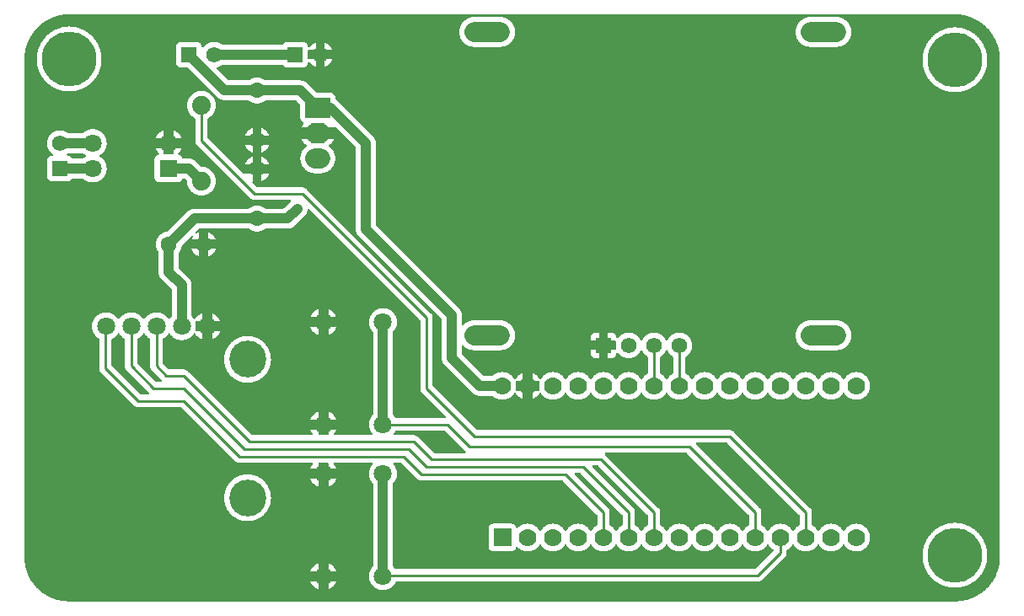
<source format=gtl>
G04 Layer: TopLayer*
G04 EasyEDA v6.4.7, 2020-11-16T16:22:07+01:00*
G04 2d597777df414444a141df10d1f533aa,ed05136cbb5443d0bd3f5f3a1b1e84d4,10*
G04 Gerber Generator version 0.2*
G04 Scale: 100 percent, Rotated: No, Reflected: No *
G04 Dimensions in millimeters *
G04 leading zeros omitted , absolute positions ,3 integer and 3 decimal *
%FSLAX33Y33*%
%MOMM*%
G90*
D02*

%ADD11C,0.250012*%
%ADD12C,0.999998*%
%ADD13C,0.609600*%
%ADD14C,5.499989*%
%ADD15R,1.799996X1.799996*%
%ADD16C,1.799996*%
%ADD17C,1.879600*%
%ADD19C,1.599997*%
%ADD20R,1.574800X1.574800*%
%ADD21C,1.574800*%
%ADD22C,3.699993*%
%ADD24C,1.778000*%
%ADD25C,1.999996*%

%LPD*%
G36*
G01X93999Y59497D02*
G01X5000Y59497D01*
G01X4903Y59496D01*
G01X4806Y59493D01*
G01X4709Y59487D01*
G01X4613Y59480D01*
G01X4517Y59471D01*
G01X4421Y59460D01*
G01X4325Y59446D01*
G01X4229Y59431D01*
G01X4134Y59413D01*
G01X4039Y59393D01*
G01X3945Y59372D01*
G01X3851Y59348D01*
G01X3758Y59322D01*
G01X3665Y59294D01*
G01X3573Y59264D01*
G01X3481Y59233D01*
G01X3391Y59199D01*
G01X3301Y59164D01*
G01X3212Y59126D01*
G01X3123Y59087D01*
G01X3036Y59045D01*
G01X2949Y59002D01*
G01X2864Y58957D01*
G01X2779Y58910D01*
G01X2695Y58862D01*
G01X2613Y58811D01*
G01X2531Y58759D01*
G01X2451Y58705D01*
G01X2372Y58649D01*
G01X2294Y58592D01*
G01X2217Y58533D01*
G01X2142Y58472D01*
G01X2068Y58410D01*
G01X1995Y58346D01*
G01X1924Y58280D01*
G01X1854Y58214D01*
G01X1785Y58145D01*
G01X1719Y58075D01*
G01X1653Y58004D01*
G01X1589Y57931D01*
G01X1527Y57857D01*
G01X1466Y57782D01*
G01X1407Y57705D01*
G01X1350Y57627D01*
G01X1294Y57548D01*
G01X1240Y57468D01*
G01X1188Y57386D01*
G01X1137Y57304D01*
G01X1089Y57220D01*
G01X1042Y57135D01*
G01X997Y57050D01*
G01X954Y56963D01*
G01X912Y56876D01*
G01X873Y56787D01*
G01X835Y56698D01*
G01X800Y56608D01*
G01X766Y56518D01*
G01X735Y56426D01*
G01X705Y56334D01*
G01X677Y56241D01*
G01X651Y56148D01*
G01X627Y56054D01*
G01X606Y55960D01*
G01X586Y55865D01*
G01X568Y55770D01*
G01X553Y55674D01*
G01X540Y55578D01*
G01X528Y55482D01*
G01X519Y55386D01*
G01X512Y55290D01*
G01X506Y55193D01*
G01X503Y55096D01*
G01X502Y54999D01*
G01X502Y4999D01*
G01X503Y4903D01*
G01X506Y4806D01*
G01X512Y4709D01*
G01X519Y4613D01*
G01X528Y4517D01*
G01X540Y4420D01*
G01X553Y4325D01*
G01X568Y4229D01*
G01X586Y4134D01*
G01X606Y4039D01*
G01X627Y3945D01*
G01X651Y3851D01*
G01X677Y3758D01*
G01X705Y3665D01*
G01X735Y3573D01*
G01X766Y3481D01*
G01X800Y3391D01*
G01X835Y3301D01*
G01X873Y3212D01*
G01X912Y3123D01*
G01X954Y3036D01*
G01X997Y2949D01*
G01X1042Y2864D01*
G01X1089Y2779D01*
G01X1137Y2695D01*
G01X1188Y2613D01*
G01X1240Y2531D01*
G01X1294Y2451D01*
G01X1350Y2371D01*
G01X1407Y2294D01*
G01X1466Y2217D01*
G01X1527Y2142D01*
G01X1589Y2068D01*
G01X1653Y1995D01*
G01X1719Y1924D01*
G01X1785Y1854D01*
G01X1854Y1785D01*
G01X1924Y1718D01*
G01X1995Y1653D01*
G01X2068Y1589D01*
G01X2142Y1527D01*
G01X2217Y1466D01*
G01X2294Y1407D01*
G01X2372Y1350D01*
G01X2451Y1294D01*
G01X2531Y1240D01*
G01X2613Y1188D01*
G01X2695Y1138D01*
G01X2779Y1089D01*
G01X2864Y1042D01*
G01X2949Y997D01*
G01X3036Y954D01*
G01X3123Y912D01*
G01X3212Y873D01*
G01X3301Y835D01*
G01X3391Y800D01*
G01X3481Y766D01*
G01X3573Y734D01*
G01X3665Y705D01*
G01X3758Y677D01*
G01X3851Y651D01*
G01X3945Y628D01*
G01X4039Y606D01*
G01X4134Y586D01*
G01X4229Y569D01*
G01X4325Y553D01*
G01X4421Y540D01*
G01X4517Y528D01*
G01X4613Y519D01*
G01X4709Y512D01*
G01X4806Y506D01*
G01X4903Y503D01*
G01X5000Y502D01*
G01X93999Y502D01*
G01X94096Y503D01*
G01X94193Y506D01*
G01X94289Y512D01*
G01X94386Y519D01*
G01X94482Y528D01*
G01X94578Y540D01*
G01X94674Y553D01*
G01X94770Y569D01*
G01X94865Y586D01*
G01X94960Y606D01*
G01X95054Y628D01*
G01X95148Y651D01*
G01X95241Y677D01*
G01X95334Y705D01*
G01X95426Y734D01*
G01X95517Y766D01*
G01X95608Y800D01*
G01X95698Y835D01*
G01X95787Y873D01*
G01X95876Y912D01*
G01X95963Y954D01*
G01X96050Y997D01*
G01X96135Y1042D01*
G01X96220Y1089D01*
G01X96304Y1138D01*
G01X96386Y1188D01*
G01X96468Y1240D01*
G01X96548Y1294D01*
G01X96627Y1350D01*
G01X96705Y1407D01*
G01X96782Y1466D01*
G01X96857Y1527D01*
G01X96931Y1589D01*
G01X97004Y1653D01*
G01X97075Y1718D01*
G01X97145Y1785D01*
G01X97213Y1854D01*
G01X97280Y1924D01*
G01X97346Y1995D01*
G01X97410Y2068D01*
G01X97472Y2142D01*
G01X97533Y2217D01*
G01X97592Y2294D01*
G01X97649Y2371D01*
G01X97705Y2451D01*
G01X97759Y2531D01*
G01X97811Y2613D01*
G01X97862Y2695D01*
G01X97910Y2779D01*
G01X97957Y2864D01*
G01X98002Y2949D01*
G01X98046Y3036D01*
G01X98087Y3123D01*
G01X98126Y3212D01*
G01X98164Y3301D01*
G01X98199Y3391D01*
G01X98233Y3481D01*
G01X98264Y3573D01*
G01X98294Y3665D01*
G01X98322Y3758D01*
G01X98348Y3851D01*
G01X98372Y3945D01*
G01X98393Y4039D01*
G01X98413Y4134D01*
G01X98431Y4229D01*
G01X98446Y4325D01*
G01X98460Y4420D01*
G01X98471Y4517D01*
G01X98480Y4613D01*
G01X98487Y4709D01*
G01X98493Y4806D01*
G01X98496Y4903D01*
G01X98497Y4999D01*
G01X98497Y54999D01*
G01X98496Y55096D01*
G01X98493Y55193D01*
G01X98487Y55290D01*
G01X98480Y55386D01*
G01X98471Y55482D01*
G01X98460Y55578D01*
G01X98446Y55674D01*
G01X98431Y55770D01*
G01X98413Y55865D01*
G01X98393Y55960D01*
G01X98372Y56054D01*
G01X98348Y56148D01*
G01X98322Y56241D01*
G01X98294Y56334D01*
G01X98264Y56426D01*
G01X98233Y56518D01*
G01X98199Y56608D01*
G01X98164Y56698D01*
G01X98126Y56787D01*
G01X98087Y56876D01*
G01X98046Y56963D01*
G01X98002Y57050D01*
G01X97957Y57135D01*
G01X97910Y57220D01*
G01X97862Y57304D01*
G01X97811Y57386D01*
G01X97759Y57468D01*
G01X97705Y57548D01*
G01X97649Y57627D01*
G01X97592Y57705D01*
G01X97533Y57782D01*
G01X97472Y57857D01*
G01X97410Y57931D01*
G01X97346Y58004D01*
G01X97280Y58075D01*
G01X97213Y58145D01*
G01X97145Y58214D01*
G01X97075Y58280D01*
G01X97004Y58346D01*
G01X96931Y58410D01*
G01X96857Y58472D01*
G01X96782Y58533D01*
G01X96705Y58592D01*
G01X96627Y58649D01*
G01X96548Y58705D01*
G01X96468Y58759D01*
G01X96386Y58811D01*
G01X96304Y58862D01*
G01X96220Y58910D01*
G01X96135Y58957D01*
G01X96050Y59002D01*
G01X95963Y59045D01*
G01X95876Y59087D01*
G01X95787Y59126D01*
G01X95698Y59164D01*
G01X95608Y59199D01*
G01X95517Y59233D01*
G01X95426Y59264D01*
G01X95334Y59294D01*
G01X95241Y59322D01*
G01X95148Y59348D01*
G01X95054Y59372D01*
G01X94960Y59393D01*
G01X94865Y59413D01*
G01X94770Y59431D01*
G01X94674Y59446D01*
G01X94578Y59460D01*
G01X94482Y59471D01*
G01X94386Y59480D01*
G01X94289Y59487D01*
G01X94193Y59493D01*
G01X94096Y59496D01*
G01X93999Y59497D01*
G37*

%LPC*%
G36*
G01X18343Y51789D02*
G01X18288Y51790D01*
G01X18232Y51789D01*
G01X18177Y51786D01*
G01X18122Y51781D01*
G01X18068Y51773D01*
G01X18013Y51763D01*
G01X17959Y51752D01*
G01X17905Y51738D01*
G01X17852Y51723D01*
G01X17800Y51705D01*
G01X17749Y51685D01*
G01X17698Y51664D01*
G01X17647Y51640D01*
G01X17599Y51614D01*
G01X17550Y51588D01*
G01X17504Y51558D01*
G01X17458Y51527D01*
G01X17413Y51495D01*
G01X17370Y51460D01*
G01X17328Y51424D01*
G01X17287Y51387D01*
G01X17248Y51348D01*
G01X17211Y51307D01*
G01X17175Y51265D01*
G01X17140Y51222D01*
G01X17108Y51177D01*
G01X17077Y51131D01*
G01X17047Y51085D01*
G01X17021Y51036D01*
G01X16995Y50988D01*
G01X16971Y50937D01*
G01X16950Y50886D01*
G01X16930Y50835D01*
G01X16912Y50783D01*
G01X16897Y50730D01*
G01X16883Y50676D01*
G01X16872Y50622D01*
G01X16862Y50567D01*
G01X16854Y50513D01*
G01X16849Y50458D01*
G01X16846Y50403D01*
G01X16845Y50348D01*
G01X16846Y50292D01*
G01X16849Y50236D01*
G01X16855Y50181D01*
G01X16862Y50126D01*
G01X16872Y50071D01*
G01X16883Y50017D01*
G01X16897Y49963D01*
G01X16913Y49910D01*
G01X16931Y49857D01*
G01X16951Y49805D01*
G01X16973Y49754D01*
G01X16997Y49704D01*
G01X17023Y49655D01*
G01X17050Y49607D01*
G01X17079Y49560D01*
G01X17110Y49513D01*
G01X17143Y49469D01*
G01X17179Y49425D01*
G01X17215Y49383D01*
G01X17253Y49343D01*
G01X17292Y49304D01*
G01X17333Y49266D01*
G01X17376Y49230D01*
G01X17419Y49196D01*
G01X17464Y49163D01*
G01X17510Y49132D01*
G01X17558Y49103D01*
G01X17606Y49076D01*
G01X17619Y49068D01*
G01X17631Y49057D01*
G01X17641Y49046D01*
G01X17649Y49032D01*
G01X17655Y49018D01*
G01X17659Y49002D01*
G01X17660Y48987D01*
G01X17660Y46792D01*
G01X17661Y46753D01*
G01X17665Y46716D01*
G01X17670Y46678D01*
G01X17678Y46641D01*
G01X17689Y46605D01*
G01X17701Y46569D01*
G01X17715Y46534D01*
G01X17732Y46500D01*
G01X17751Y46467D01*
G01X17771Y46435D01*
G01X17794Y46404D01*
G01X17818Y46375D01*
G01X17844Y46348D01*
G01X23178Y41014D01*
G01X23205Y40988D01*
G01X23234Y40964D01*
G01X23265Y40941D01*
G01X23297Y40921D01*
G01X23330Y40902D01*
G01X23364Y40885D01*
G01X23399Y40871D01*
G01X23435Y40859D01*
G01X23471Y40848D01*
G01X23508Y40840D01*
G01X23546Y40835D01*
G01X23583Y40831D01*
G01X23622Y40830D01*
G01X27173Y40830D01*
G01X27188Y40829D01*
G01X27202Y40826D01*
G01X27215Y40821D01*
G01X27228Y40814D01*
G01X27239Y40805D01*
G01X27250Y40795D01*
G01X27259Y40783D01*
G01X27265Y40771D01*
G01X27270Y40757D01*
G01X27274Y40743D01*
G01X27275Y40729D01*
G01X27274Y40712D01*
G01X27269Y40696D01*
G01X27263Y40681D01*
G01X27254Y40668D01*
G01X27244Y40655D01*
G01X27231Y40642D01*
G01X26578Y39990D01*
G01X26566Y39979D01*
G01X26552Y39971D01*
G01X26537Y39965D01*
G01X26522Y39961D01*
G01X26506Y39960D01*
G01X24743Y39960D01*
G01X24726Y39961D01*
G01X24710Y39966D01*
G01X24694Y39973D01*
G01X24680Y39982D01*
G01X24637Y40014D01*
G01X24592Y40045D01*
G01X24547Y40074D01*
G01X24499Y40101D01*
G01X24452Y40126D01*
G01X24402Y40149D01*
G01X24352Y40170D01*
G01X24301Y40189D01*
G01X24250Y40205D01*
G01X24198Y40220D01*
G01X24145Y40232D01*
G01X24091Y40242D01*
G01X24038Y40250D01*
G01X23984Y40256D01*
G01X23930Y40259D01*
G01X23876Y40260D01*
G01X23821Y40259D01*
G01X23767Y40256D01*
G01X23713Y40250D01*
G01X23660Y40242D01*
G01X23606Y40232D01*
G01X23553Y40220D01*
G01X23501Y40205D01*
G01X23450Y40189D01*
G01X23399Y40170D01*
G01X23349Y40149D01*
G01X23299Y40126D01*
G01X23252Y40101D01*
G01X23204Y40074D01*
G01X23159Y40045D01*
G01X23114Y40014D01*
G01X23071Y39982D01*
G01X23057Y39973D01*
G01X23041Y39966D01*
G01X23025Y39961D01*
G01X23008Y39960D01*
G01X17594Y39960D01*
G01X17547Y39959D01*
G01X17501Y39956D01*
G01X17455Y39950D01*
G01X17409Y39943D01*
G01X17364Y39934D01*
G01X17319Y39922D01*
G01X17275Y39908D01*
G01X17231Y39892D01*
G01X17189Y39875D01*
G01X17147Y39855D01*
G01X17105Y39833D01*
G01X17066Y39810D01*
G01X17027Y39785D01*
G01X16989Y39758D01*
G01X16953Y39729D01*
G01X16918Y39698D01*
G01X16884Y39666D01*
G01X14918Y37700D01*
G01X14905Y37689D01*
G01X14891Y37680D01*
G01X14875Y37674D01*
G01X14858Y37671D01*
G01X14806Y37663D01*
G01X14754Y37654D01*
G01X14703Y37642D01*
G01X14653Y37629D01*
G01X14602Y37613D01*
G01X14553Y37596D01*
G01X14504Y37576D01*
G01X14456Y37555D01*
G01X14409Y37532D01*
G01X14363Y37506D01*
G01X14318Y37479D01*
G01X14274Y37450D01*
G01X14232Y37419D01*
G01X14190Y37387D01*
G01X14150Y37353D01*
G01X14112Y37318D01*
G01X14075Y37281D01*
G01X14039Y37242D01*
G01X14005Y37202D01*
G01X13973Y37161D01*
G01X13942Y37118D01*
G01X13913Y37074D01*
G01X13886Y37029D01*
G01X13860Y36984D01*
G01X13837Y36936D01*
G01X13816Y36889D01*
G01X13796Y36840D01*
G01X13778Y36791D01*
G01X13762Y36740D01*
G01X13749Y36689D01*
G01X13737Y36638D01*
G01X13728Y36587D01*
G01X13721Y36534D01*
G01X13715Y36483D01*
G01X13712Y36430D01*
G01X13711Y36378D01*
G01X13712Y36326D01*
G01X13715Y36274D01*
G01X13720Y36223D01*
G01X13727Y36172D01*
G01X13736Y36121D01*
G01X13748Y36071D01*
G01X13761Y36021D01*
G01X13775Y35972D01*
G01X13793Y35923D01*
G01X13812Y35876D01*
G01X13832Y35828D01*
G01X13855Y35782D01*
G01X13905Y35692D01*
G01X13933Y35649D01*
G01X13963Y35607D01*
G01X13972Y35593D01*
G01X13978Y35578D01*
G01X13982Y35563D01*
G01X13983Y35547D01*
G01X13983Y33584D01*
G01X13984Y33537D01*
G01X13987Y33491D01*
G01X13992Y33445D01*
G01X14000Y33399D01*
G01X14010Y33354D01*
G01X14021Y33309D01*
G01X14035Y33265D01*
G01X14051Y33221D01*
G01X14069Y33179D01*
G01X14088Y33136D01*
G01X14110Y33096D01*
G01X14133Y33056D01*
G01X14158Y33017D01*
G01X14185Y32979D01*
G01X14214Y32943D01*
G01X14245Y32908D01*
G01X14277Y32875D01*
G01X15275Y31876D01*
G01X15286Y31864D01*
G01X15294Y31850D01*
G01X15300Y31835D01*
G01X15304Y31820D01*
G01X15305Y31804D01*
G01X15305Y29165D01*
G01X15304Y29150D01*
G01X15300Y29135D01*
G01X15295Y29121D01*
G01X15287Y29108D01*
G01X15278Y29096D01*
G01X15236Y29049D01*
G01X15196Y28999D01*
G01X15159Y28948D01*
G01X15123Y28895D01*
G01X15115Y28883D01*
G01X15104Y28873D01*
G01X15093Y28864D01*
G01X15080Y28857D01*
G01X15066Y28852D01*
G01X15052Y28849D01*
G01X15037Y28848D01*
G01X15023Y28849D01*
G01X15009Y28852D01*
G01X14995Y28857D01*
G01X14982Y28864D01*
G01X14971Y28873D01*
G01X14961Y28883D01*
G01X14951Y28895D01*
G01X14922Y28940D01*
G01X14890Y28984D01*
G01X14857Y29027D01*
G01X14822Y29068D01*
G01X14785Y29109D01*
G01X14747Y29147D01*
G01X14708Y29184D01*
G01X14667Y29220D01*
G01X14624Y29254D01*
G01X14581Y29286D01*
G01X14536Y29317D01*
G01X14490Y29345D01*
G01X14443Y29373D01*
G01X14395Y29398D01*
G01X14346Y29421D01*
G01X14296Y29442D01*
G01X14246Y29462D01*
G01X14195Y29479D01*
G01X14143Y29495D01*
G01X14090Y29508D01*
G01X14037Y29520D01*
G01X13984Y29529D01*
G01X13930Y29537D01*
G01X13876Y29542D01*
G01X13822Y29545D01*
G01X13767Y29546D01*
G01X13713Y29545D01*
G01X13659Y29542D01*
G01X13605Y29537D01*
G01X13551Y29529D01*
G01X13498Y29520D01*
G01X13445Y29508D01*
G01X13392Y29495D01*
G01X13341Y29479D01*
G01X13289Y29462D01*
G01X13238Y29442D01*
G01X13189Y29421D01*
G01X13140Y29398D01*
G01X13092Y29373D01*
G01X13045Y29345D01*
G01X12999Y29317D01*
G01X12954Y29286D01*
G01X12910Y29254D01*
G01X12868Y29220D01*
G01X12828Y29184D01*
G01X12788Y29147D01*
G01X12750Y29109D01*
G01X12713Y29068D01*
G01X12678Y29027D01*
G01X12645Y28984D01*
G01X12613Y28940D01*
G01X12575Y28883D01*
G01X12564Y28873D01*
G01X12553Y28864D01*
G01X12540Y28857D01*
G01X12526Y28852D01*
G01X12512Y28849D01*
G01X12497Y28848D01*
G01X12483Y28849D01*
G01X12469Y28852D01*
G01X12455Y28857D01*
G01X12442Y28864D01*
G01X12431Y28873D01*
G01X12421Y28883D01*
G01X12411Y28895D01*
G01X12382Y28940D01*
G01X12350Y28984D01*
G01X12317Y29027D01*
G01X12282Y29068D01*
G01X12245Y29109D01*
G01X12207Y29147D01*
G01X12168Y29184D01*
G01X12127Y29220D01*
G01X12084Y29254D01*
G01X12041Y29286D01*
G01X11996Y29317D01*
G01X11950Y29345D01*
G01X11903Y29373D01*
G01X11855Y29398D01*
G01X11806Y29421D01*
G01X11756Y29442D01*
G01X11706Y29462D01*
G01X11655Y29479D01*
G01X11603Y29495D01*
G01X11550Y29508D01*
G01X11497Y29520D01*
G01X11444Y29529D01*
G01X11390Y29537D01*
G01X11336Y29542D01*
G01X11282Y29545D01*
G01X11227Y29546D01*
G01X11173Y29545D01*
G01X11119Y29542D01*
G01X11065Y29537D01*
G01X11011Y29529D01*
G01X10958Y29520D01*
G01X10905Y29508D01*
G01X10852Y29495D01*
G01X10801Y29479D01*
G01X10749Y29462D01*
G01X10698Y29442D01*
G01X10649Y29421D01*
G01X10600Y29398D01*
G01X10552Y29373D01*
G01X10505Y29345D01*
G01X10459Y29317D01*
G01X10414Y29286D01*
G01X10370Y29254D01*
G01X10328Y29220D01*
G01X10288Y29184D01*
G01X10248Y29147D01*
G01X10210Y29109D01*
G01X10173Y29068D01*
G01X10138Y29027D01*
G01X10105Y28984D01*
G01X10073Y28940D01*
G01X10035Y28883D01*
G01X10024Y28873D01*
G01X10013Y28864D01*
G01X10000Y28857D01*
G01X9986Y28852D01*
G01X9972Y28849D01*
G01X9957Y28848D01*
G01X9943Y28849D01*
G01X9929Y28852D01*
G01X9915Y28857D01*
G01X9902Y28864D01*
G01X9891Y28873D01*
G01X9881Y28883D01*
G01X9871Y28895D01*
G01X9842Y28940D01*
G01X9810Y28984D01*
G01X9777Y29027D01*
G01X9742Y29068D01*
G01X9705Y29109D01*
G01X9667Y29147D01*
G01X9628Y29184D01*
G01X9587Y29220D01*
G01X9544Y29254D01*
G01X9501Y29286D01*
G01X9456Y29317D01*
G01X9410Y29345D01*
G01X9363Y29373D01*
G01X9315Y29398D01*
G01X9266Y29421D01*
G01X9216Y29442D01*
G01X9166Y29462D01*
G01X9115Y29479D01*
G01X9063Y29495D01*
G01X9010Y29508D01*
G01X8957Y29520D01*
G01X8904Y29529D01*
G01X8850Y29537D01*
G01X8796Y29542D01*
G01X8742Y29545D01*
G01X8687Y29546D01*
G01X8634Y29545D01*
G01X8580Y29542D01*
G01X8527Y29537D01*
G01X8473Y29530D01*
G01X8421Y29521D01*
G01X8368Y29509D01*
G01X8316Y29496D01*
G01X8264Y29481D01*
G01X8213Y29464D01*
G01X8163Y29444D01*
G01X8114Y29423D01*
G01X8065Y29401D01*
G01X8017Y29376D01*
G01X7971Y29349D01*
G01X7925Y29321D01*
G01X7881Y29291D01*
G01X7837Y29259D01*
G01X7795Y29225D01*
G01X7754Y29190D01*
G01X7715Y29154D01*
G01X7677Y29116D01*
G01X7640Y29077D01*
G01X7605Y29036D01*
G01X7572Y28994D01*
G01X7540Y28951D01*
G01X7510Y28906D01*
G01X7482Y28860D01*
G01X7455Y28813D01*
G01X7431Y28766D01*
G01X7408Y28717D01*
G01X7387Y28668D01*
G01X7368Y28618D01*
G01X7350Y28566D01*
G01X7335Y28515D01*
G01X7322Y28463D01*
G01X7311Y28411D01*
G01X7301Y28358D01*
G01X7294Y28304D01*
G01X7289Y28251D01*
G01X7286Y28197D01*
G01X7285Y28143D01*
G01X7286Y28088D01*
G01X7289Y28033D01*
G01X7295Y27978D01*
G01X7303Y27923D01*
G01X7312Y27869D01*
G01X7324Y27815D01*
G01X7338Y27761D01*
G01X7354Y27708D01*
G01X7372Y27656D01*
G01X7392Y27605D01*
G01X7415Y27554D01*
G01X7439Y27505D01*
G01X7465Y27456D01*
G01X7493Y27408D01*
G01X7523Y27362D01*
G01X7554Y27316D01*
G01X7588Y27273D01*
G01X7624Y27230D01*
G01X7660Y27189D01*
G01X7699Y27149D01*
G01X7738Y27111D01*
G01X7780Y27074D01*
G01X7823Y27039D01*
G01X7867Y27006D01*
G01X7913Y26974D01*
G01X7959Y26945D01*
G01X7971Y26936D01*
G01X7982Y26926D01*
G01X7991Y26914D01*
G01X7998Y26901D01*
G01X8004Y26888D01*
G01X8007Y26873D01*
G01X8008Y26858D01*
G01X8008Y23932D01*
G01X8009Y23893D01*
G01X8013Y23856D01*
G01X8018Y23818D01*
G01X8026Y23781D01*
G01X8037Y23745D01*
G01X8049Y23709D01*
G01X8063Y23674D01*
G01X8080Y23640D01*
G01X8099Y23607D01*
G01X8119Y23575D01*
G01X8142Y23544D01*
G01X8166Y23515D01*
G01X8192Y23488D01*
G01X11494Y20186D01*
G01X11521Y20160D01*
G01X11550Y20136D01*
G01X11581Y20113D01*
G01X11613Y20093D01*
G01X11646Y20074D01*
G01X11680Y20057D01*
G01X11715Y20043D01*
G01X11751Y20031D01*
G01X11787Y20020D01*
G01X11824Y20012D01*
G01X11862Y20007D01*
G01X11899Y20003D01*
G01X11938Y20002D01*
G01X16207Y20002D01*
G01X16223Y20001D01*
G01X16239Y19997D01*
G01X16253Y19991D01*
G01X16267Y19982D01*
G01X16279Y19972D01*
G01X21654Y14598D01*
G01X21681Y14572D01*
G01X21710Y14548D01*
G01X21741Y14525D01*
G01X21773Y14505D01*
G01X21806Y14486D01*
G01X21840Y14469D01*
G01X21875Y14455D01*
G01X21911Y14443D01*
G01X21947Y14432D01*
G01X21984Y14424D01*
G01X22022Y14419D01*
G01X22059Y14415D01*
G01X22098Y14414D01*
G01X29386Y14414D01*
G01X29400Y14413D01*
G01X29414Y14410D01*
G01X29428Y14405D01*
G01X29441Y14398D01*
G01X29452Y14389D01*
G01X29462Y14379D01*
G01X29471Y14367D01*
G01X29478Y14355D01*
G01X29483Y14341D01*
G01X29486Y14327D01*
G01X29487Y14313D01*
G01X29486Y14298D01*
G01X29483Y14284D01*
G01X29478Y14270D01*
G01X29471Y14258D01*
G01X29462Y14246D01*
G01X29425Y14201D01*
G01X29390Y14154D01*
G01X29357Y14106D01*
G01X29326Y14056D01*
G01X29297Y14006D01*
G01X29270Y13954D01*
G01X29245Y13901D01*
G01X29222Y13847D01*
G01X30014Y13847D01*
G01X30014Y14313D01*
G01X30015Y14327D01*
G01X30018Y14341D01*
G01X30023Y14355D01*
G01X30030Y14367D01*
G01X30039Y14379D01*
G01X30049Y14389D01*
G01X30061Y14398D01*
G01X30074Y14405D01*
G01X30087Y14410D01*
G01X30101Y14413D01*
G01X30116Y14414D01*
G01X30939Y14414D01*
G01X30954Y14413D01*
G01X30968Y14410D01*
G01X30981Y14405D01*
G01X30994Y14398D01*
G01X31006Y14389D01*
G01X31016Y14379D01*
G01X31025Y14367D01*
G01X31032Y14355D01*
G01X31037Y14341D01*
G01X31040Y14327D01*
G01X31041Y14313D01*
G01X31041Y13847D01*
G01X31833Y13847D01*
G01X31810Y13901D01*
G01X31785Y13954D01*
G01X31758Y14006D01*
G01X31729Y14056D01*
G01X31698Y14106D01*
G01X31665Y14154D01*
G01X31630Y14201D01*
G01X31593Y14246D01*
G01X31584Y14258D01*
G01X31577Y14270D01*
G01X31572Y14284D01*
G01X31569Y14298D01*
G01X31568Y14313D01*
G01X31569Y14327D01*
G01X31572Y14341D01*
G01X31577Y14355D01*
G01X31584Y14367D01*
G01X31593Y14379D01*
G01X31603Y14389D01*
G01X31614Y14398D01*
G01X31627Y14405D01*
G01X31641Y14410D01*
G01X31655Y14413D01*
G01X31669Y14414D01*
G01X35386Y14414D01*
G01X35400Y14413D01*
G01X35414Y14410D01*
G01X35428Y14405D01*
G01X35441Y14398D01*
G01X35452Y14389D01*
G01X35462Y14379D01*
G01X35471Y14367D01*
G01X35478Y14355D01*
G01X35483Y14341D01*
G01X35486Y14327D01*
G01X35487Y14313D01*
G01X35486Y14298D01*
G01X35483Y14284D01*
G01X35478Y14270D01*
G01X35471Y14258D01*
G01X35462Y14246D01*
G01X35427Y14204D01*
G01X35394Y14160D01*
G01X35362Y14114D01*
G01X35333Y14068D01*
G01X35304Y14020D01*
G01X35279Y13972D01*
G01X35255Y13922D01*
G01X35232Y13872D01*
G01X35212Y13820D01*
G01X35194Y13768D01*
G01X35178Y13715D01*
G01X35164Y13662D01*
G01X35152Y13608D01*
G01X35142Y13554D01*
G01X35135Y13499D01*
G01X35129Y13444D01*
G01X35126Y13388D01*
G01X35125Y13333D01*
G01X35126Y13278D01*
G01X35129Y13223D01*
G01X35135Y13169D01*
G01X35142Y13114D01*
G01X35152Y13060D01*
G01X35164Y13006D01*
G01X35177Y12953D01*
G01X35194Y12900D01*
G01X35212Y12847D01*
G01X35232Y12796D01*
G01X35254Y12746D01*
G01X35278Y12696D01*
G01X35304Y12648D01*
G01X35332Y12600D01*
G01X35361Y12554D01*
G01X35393Y12509D01*
G01X35426Y12465D01*
G01X35461Y12422D01*
G01X35498Y12381D01*
G01X35507Y12369D01*
G01X35515Y12356D01*
G01X35520Y12342D01*
G01X35524Y12327D01*
G01X35525Y12312D01*
G01X35525Y4055D01*
G01X35524Y4040D01*
G01X35520Y4025D01*
G01X35515Y4011D01*
G01X35507Y3998D01*
G01X35498Y3986D01*
G01X35461Y3945D01*
G01X35426Y3902D01*
G01X35393Y3858D01*
G01X35361Y3813D01*
G01X35332Y3767D01*
G01X35304Y3719D01*
G01X35278Y3671D01*
G01X35254Y3621D01*
G01X35232Y3571D01*
G01X35212Y3520D01*
G01X35194Y3467D01*
G01X35177Y3414D01*
G01X35164Y3361D01*
G01X35152Y3307D01*
G01X35142Y3253D01*
G01X35135Y3199D01*
G01X35129Y3144D01*
G01X35126Y3089D01*
G01X35125Y3033D01*
G01X35126Y2980D01*
G01X35129Y2926D01*
G01X35134Y2873D01*
G01X35141Y2820D01*
G01X35151Y2767D01*
G01X35162Y2714D01*
G01X35175Y2662D01*
G01X35190Y2610D01*
G01X35207Y2559D01*
G01X35227Y2509D01*
G01X35248Y2460D01*
G01X35270Y2411D01*
G01X35295Y2364D01*
G01X35322Y2317D01*
G01X35350Y2271D01*
G01X35380Y2227D01*
G01X35412Y2184D01*
G01X35445Y2141D01*
G01X35480Y2101D01*
G01X35517Y2061D01*
G01X35555Y2023D01*
G01X35595Y1986D01*
G01X35635Y1951D01*
G01X35677Y1918D01*
G01X35721Y1886D01*
G01X35765Y1856D01*
G01X35811Y1828D01*
G01X35858Y1802D01*
G01X35905Y1777D01*
G01X35954Y1754D01*
G01X36003Y1733D01*
G01X36053Y1714D01*
G01X36104Y1696D01*
G01X36156Y1681D01*
G01X36208Y1668D01*
G01X36261Y1657D01*
G01X36313Y1648D01*
G01X36367Y1640D01*
G01X36420Y1635D01*
G01X36474Y1632D01*
G01X36527Y1631D01*
G01X36528Y1631D01*
G01X36582Y1632D01*
G01X36635Y1635D01*
G01X36689Y1640D01*
G01X36743Y1648D01*
G01X36796Y1657D01*
G01X36849Y1668D01*
G01X36901Y1682D01*
G01X36953Y1697D01*
G01X37004Y1715D01*
G01X37055Y1734D01*
G01X37104Y1755D01*
G01X37153Y1778D01*
G01X37201Y1804D01*
G01X37248Y1830D01*
G01X37293Y1859D01*
G01X37338Y1889D01*
G01X37382Y1921D01*
G01X37424Y1955D01*
G01X37465Y1990D01*
G01X37504Y2027D01*
G01X37542Y2066D01*
G01X37579Y2105D01*
G01X37614Y2146D01*
G01X37647Y2189D01*
G01X37679Y2233D01*
G01X37709Y2277D01*
G01X37737Y2324D01*
G01X37764Y2371D01*
G01X37788Y2419D01*
G01X37796Y2433D01*
G01X37807Y2445D01*
G01X37819Y2456D01*
G01X37833Y2464D01*
G01X37848Y2471D01*
G01X37863Y2475D01*
G01X37880Y2476D01*
G01X74168Y2476D01*
G01X74206Y2477D01*
G01X74243Y2481D01*
G01X74281Y2486D01*
G01X74318Y2494D01*
G01X74354Y2505D01*
G01X74390Y2517D01*
G01X74425Y2531D01*
G01X74459Y2548D01*
G01X74492Y2567D01*
G01X74524Y2587D01*
G01X74555Y2610D01*
G01X74584Y2634D01*
G01X74611Y2660D01*
G01X76897Y4946D01*
G01X76923Y4973D01*
G01X76947Y5002D01*
G01X76970Y5033D01*
G01X76990Y5065D01*
G01X77009Y5098D01*
G01X77026Y5132D01*
G01X77040Y5167D01*
G01X77052Y5203D01*
G01X77063Y5239D01*
G01X77071Y5276D01*
G01X77076Y5314D01*
G01X77080Y5351D01*
G01X77081Y5390D01*
G01X77081Y5610D01*
G01X77082Y5626D01*
G01X77085Y5641D01*
G01X77092Y5655D01*
G01X77099Y5668D01*
G01X77109Y5680D01*
G01X77120Y5691D01*
G01X77133Y5699D01*
G01X77180Y5727D01*
G01X77226Y5756D01*
G01X77270Y5787D01*
G01X77314Y5819D01*
G01X77355Y5854D01*
G01X77396Y5890D01*
G01X77435Y5927D01*
G01X77473Y5966D01*
G01X77509Y6007D01*
G01X77544Y6048D01*
G01X77577Y6092D01*
G01X77608Y6136D01*
G01X77637Y6181D01*
G01X77646Y6194D01*
G01X77656Y6204D01*
G01X77668Y6213D01*
G01X77681Y6221D01*
G01X77695Y6226D01*
G01X77709Y6229D01*
G01X77724Y6230D01*
G01X77738Y6229D01*
G01X77752Y6226D01*
G01X77766Y6221D01*
G01X77779Y6213D01*
G01X77791Y6204D01*
G01X77801Y6194D01*
G01X77810Y6181D01*
G01X77839Y6136D01*
G01X77871Y6092D01*
G01X77904Y6048D01*
G01X77938Y6006D01*
G01X77974Y5966D01*
G01X78013Y5926D01*
G01X78052Y5889D01*
G01X78093Y5853D01*
G01X78135Y5818D01*
G01X78178Y5786D01*
G01X78223Y5755D01*
G01X78269Y5725D01*
G01X78316Y5698D01*
G01X78364Y5672D01*
G01X78413Y5649D01*
G01X78463Y5627D01*
G01X78513Y5607D01*
G01X78565Y5590D01*
G01X78617Y5574D01*
G01X78670Y5560D01*
G01X78723Y5549D01*
G01X78777Y5539D01*
G01X78830Y5532D01*
G01X78885Y5526D01*
G01X78939Y5523D01*
G01X78994Y5522D01*
G01X79048Y5523D01*
G01X79102Y5526D01*
G01X79157Y5532D01*
G01X79210Y5539D01*
G01X79264Y5549D01*
G01X79317Y5560D01*
G01X79370Y5574D01*
G01X79422Y5590D01*
G01X79474Y5607D01*
G01X79524Y5627D01*
G01X79574Y5649D01*
G01X79623Y5672D01*
G01X79671Y5698D01*
G01X79718Y5725D01*
G01X79764Y5755D01*
G01X79809Y5786D01*
G01X79852Y5818D01*
G01X79894Y5853D01*
G01X79935Y5889D01*
G01X79974Y5926D01*
G01X80013Y5966D01*
G01X80049Y6006D01*
G01X80083Y6048D01*
G01X80116Y6092D01*
G01X80148Y6136D01*
G01X80177Y6181D01*
G01X80186Y6194D01*
G01X80196Y6204D01*
G01X80208Y6213D01*
G01X80221Y6221D01*
G01X80235Y6226D01*
G01X80249Y6229D01*
G01X80264Y6230D01*
G01X80278Y6229D01*
G01X80292Y6226D01*
G01X80306Y6221D01*
G01X80319Y6213D01*
G01X80331Y6204D01*
G01X80341Y6194D01*
G01X80350Y6181D01*
G01X80379Y6136D01*
G01X80411Y6092D01*
G01X80444Y6048D01*
G01X80478Y6006D01*
G01X80514Y5966D01*
G01X80553Y5926D01*
G01X80592Y5889D01*
G01X80633Y5853D01*
G01X80675Y5818D01*
G01X80718Y5786D01*
G01X80763Y5755D01*
G01X80809Y5725D01*
G01X80856Y5698D01*
G01X80904Y5672D01*
G01X80953Y5649D01*
G01X81003Y5627D01*
G01X81053Y5607D01*
G01X81105Y5590D01*
G01X81157Y5574D01*
G01X81210Y5560D01*
G01X81263Y5549D01*
G01X81317Y5539D01*
G01X81370Y5532D01*
G01X81425Y5526D01*
G01X81479Y5523D01*
G01X81534Y5522D01*
G01X81588Y5523D01*
G01X81642Y5526D01*
G01X81697Y5532D01*
G01X81750Y5539D01*
G01X81804Y5549D01*
G01X81857Y5560D01*
G01X81910Y5574D01*
G01X81962Y5590D01*
G01X82014Y5607D01*
G01X82064Y5627D01*
G01X82114Y5649D01*
G01X82163Y5672D01*
G01X82211Y5698D01*
G01X82258Y5725D01*
G01X82304Y5755D01*
G01X82349Y5786D01*
G01X82392Y5818D01*
G01X82434Y5853D01*
G01X82475Y5889D01*
G01X82514Y5926D01*
G01X82553Y5966D01*
G01X82589Y6006D01*
G01X82623Y6048D01*
G01X82656Y6092D01*
G01X82688Y6136D01*
G01X82717Y6181D01*
G01X82726Y6194D01*
G01X82736Y6204D01*
G01X82748Y6213D01*
G01X82761Y6221D01*
G01X82775Y6226D01*
G01X82789Y6229D01*
G01X82804Y6230D01*
G01X82818Y6229D01*
G01X82832Y6226D01*
G01X82846Y6221D01*
G01X82859Y6213D01*
G01X82871Y6204D01*
G01X82881Y6194D01*
G01X82890Y6181D01*
G01X82919Y6136D01*
G01X82951Y6092D01*
G01X82984Y6048D01*
G01X83018Y6006D01*
G01X83054Y5966D01*
G01X83093Y5926D01*
G01X83132Y5889D01*
G01X83173Y5853D01*
G01X83215Y5818D01*
G01X83258Y5786D01*
G01X83303Y5755D01*
G01X83349Y5725D01*
G01X83396Y5698D01*
G01X83444Y5672D01*
G01X83493Y5649D01*
G01X83543Y5627D01*
G01X83593Y5607D01*
G01X83645Y5590D01*
G01X83697Y5574D01*
G01X83750Y5560D01*
G01X83803Y5549D01*
G01X83857Y5539D01*
G01X83910Y5532D01*
G01X83965Y5526D01*
G01X84019Y5523D01*
G01X84074Y5522D01*
G01X84127Y5523D01*
G01X84180Y5526D01*
G01X84233Y5531D01*
G01X84286Y5538D01*
G01X84339Y5547D01*
G01X84390Y5559D01*
G01X84442Y5572D01*
G01X84493Y5587D01*
G01X84544Y5604D01*
G01X84594Y5623D01*
G01X84643Y5644D01*
G01X84691Y5666D01*
G01X84738Y5691D01*
G01X84785Y5717D01*
G01X84830Y5746D01*
G01X84874Y5775D01*
G01X84917Y5807D01*
G01X84959Y5840D01*
G01X84999Y5875D01*
G01X85038Y5911D01*
G01X85076Y5949D01*
G01X85112Y5988D01*
G01X85147Y6028D01*
G01X85180Y6070D01*
G01X85212Y6113D01*
G01X85241Y6157D01*
G01X85270Y6202D01*
G01X85296Y6249D01*
G01X85321Y6296D01*
G01X85344Y6344D01*
G01X85364Y6393D01*
G01X85383Y6443D01*
G01X85400Y6494D01*
G01X85415Y6545D01*
G01X85428Y6597D01*
G01X85440Y6648D01*
G01X85449Y6701D01*
G01X85456Y6754D01*
G01X85461Y6807D01*
G01X85464Y6860D01*
G01X85465Y6914D01*
G01X85464Y6967D01*
G01X85461Y7020D01*
G01X85456Y7073D01*
G01X85449Y7126D01*
G01X85440Y7179D01*
G01X85428Y7230D01*
G01X85415Y7282D01*
G01X85400Y7333D01*
G01X85383Y7384D01*
G01X85364Y7434D01*
G01X85344Y7483D01*
G01X85321Y7531D01*
G01X85296Y7578D01*
G01X85270Y7625D01*
G01X85241Y7670D01*
G01X85212Y7714D01*
G01X85180Y7757D01*
G01X85147Y7799D01*
G01X85112Y7839D01*
G01X85076Y7878D01*
G01X85038Y7916D01*
G01X84999Y7952D01*
G01X84959Y7987D01*
G01X84917Y8020D01*
G01X84874Y8052D01*
G01X84830Y8081D01*
G01X84785Y8110D01*
G01X84738Y8136D01*
G01X84691Y8161D01*
G01X84643Y8184D01*
G01X84594Y8204D01*
G01X84544Y8223D01*
G01X84493Y8240D01*
G01X84442Y8255D01*
G01X84390Y8268D01*
G01X84339Y8280D01*
G01X84286Y8289D01*
G01X84233Y8296D01*
G01X84180Y8301D01*
G01X84127Y8304D01*
G01X84074Y8305D01*
G01X84019Y8304D01*
G01X83965Y8301D01*
G01X83910Y8295D01*
G01X83857Y8288D01*
G01X83803Y8279D01*
G01X83750Y8267D01*
G01X83697Y8253D01*
G01X83645Y8237D01*
G01X83593Y8220D01*
G01X83543Y8200D01*
G01X83493Y8178D01*
G01X83444Y8155D01*
G01X83396Y8129D01*
G01X83349Y8102D01*
G01X83303Y8072D01*
G01X83258Y8041D01*
G01X83215Y8009D01*
G01X83173Y7974D01*
G01X83132Y7938D01*
G01X83093Y7901D01*
G01X83054Y7861D01*
G01X83018Y7821D01*
G01X82984Y7779D01*
G01X82951Y7735D01*
G01X82919Y7691D01*
G01X82890Y7646D01*
G01X82881Y7633D01*
G01X82871Y7623D01*
G01X82859Y7614D01*
G01X82846Y7606D01*
G01X82832Y7601D01*
G01X82818Y7598D01*
G01X82804Y7597D01*
G01X82789Y7598D01*
G01X82775Y7601D01*
G01X82761Y7606D01*
G01X82748Y7614D01*
G01X82736Y7623D01*
G01X82726Y7633D01*
G01X82717Y7646D01*
G01X82688Y7691D01*
G01X82656Y7735D01*
G01X82623Y7779D01*
G01X82589Y7821D01*
G01X82553Y7861D01*
G01X82514Y7901D01*
G01X82475Y7938D01*
G01X82434Y7974D01*
G01X82392Y8009D01*
G01X82349Y8041D01*
G01X82304Y8072D01*
G01X82258Y8102D01*
G01X82211Y8129D01*
G01X82163Y8155D01*
G01X82114Y8178D01*
G01X82064Y8200D01*
G01X82014Y8220D01*
G01X81962Y8237D01*
G01X81910Y8253D01*
G01X81857Y8267D01*
G01X81804Y8279D01*
G01X81750Y8288D01*
G01X81697Y8295D01*
G01X81642Y8301D01*
G01X81588Y8304D01*
G01X81534Y8305D01*
G01X81479Y8304D01*
G01X81425Y8301D01*
G01X81370Y8295D01*
G01X81317Y8288D01*
G01X81263Y8279D01*
G01X81210Y8267D01*
G01X81157Y8253D01*
G01X81105Y8237D01*
G01X81053Y8220D01*
G01X81003Y8200D01*
G01X80953Y8178D01*
G01X80904Y8155D01*
G01X80856Y8129D01*
G01X80809Y8102D01*
G01X80763Y8072D01*
G01X80718Y8041D01*
G01X80675Y8009D01*
G01X80633Y7974D01*
G01X80592Y7938D01*
G01X80553Y7901D01*
G01X80514Y7861D01*
G01X80478Y7821D01*
G01X80444Y7779D01*
G01X80411Y7735D01*
G01X80379Y7691D01*
G01X80350Y7646D01*
G01X80341Y7633D01*
G01X80331Y7623D01*
G01X80319Y7614D01*
G01X80306Y7606D01*
G01X80292Y7601D01*
G01X80278Y7598D01*
G01X80264Y7597D01*
G01X80249Y7598D01*
G01X80235Y7601D01*
G01X80221Y7606D01*
G01X80208Y7614D01*
G01X80196Y7623D01*
G01X80186Y7633D01*
G01X80177Y7646D01*
G01X80148Y7691D01*
G01X80117Y7735D01*
G01X80084Y7779D01*
G01X80049Y7820D01*
G01X80013Y7861D01*
G01X79975Y7900D01*
G01X79936Y7937D01*
G01X79895Y7973D01*
G01X79854Y8008D01*
G01X79810Y8040D01*
G01X79766Y8071D01*
G01X79720Y8100D01*
G01X79673Y8128D01*
G01X79660Y8136D01*
G01X79649Y8147D01*
G01X79639Y8159D01*
G01X79632Y8172D01*
G01X79625Y8186D01*
G01X79622Y8201D01*
G01X79621Y8217D01*
G01X79621Y9454D01*
G01X79620Y9492D01*
G01X79616Y9529D01*
G01X79611Y9567D01*
G01X79603Y9604D01*
G01X79592Y9640D01*
G01X79580Y9676D01*
G01X79566Y9711D01*
G01X79549Y9745D01*
G01X79530Y9778D01*
G01X79510Y9810D01*
G01X79487Y9841D01*
G01X79463Y9870D01*
G01X79437Y9897D01*
G01X71817Y17517D01*
G01X71790Y17543D01*
G01X71761Y17567D01*
G01X71730Y17590D01*
G01X71698Y17610D01*
G01X71665Y17629D01*
G01X71631Y17646D01*
G01X71596Y17660D01*
G01X71560Y17672D01*
G01X71524Y17683D01*
G01X71487Y17691D01*
G01X71449Y17696D01*
G01X71412Y17700D01*
G01X71374Y17701D01*
G01X46022Y17701D01*
G01X46006Y17702D01*
G01X45990Y17706D01*
G01X45976Y17712D01*
G01X45962Y17721D01*
G01X45950Y17731D01*
G01X41551Y22130D01*
G01X41541Y22142D01*
G01X41532Y22156D01*
G01X41526Y22170D01*
G01X41522Y22186D01*
G01X41521Y22202D01*
G01X41521Y29012D01*
G01X41520Y29050D01*
G01X41516Y29087D01*
G01X41511Y29125D01*
G01X41503Y29162D01*
G01X41492Y29198D01*
G01X41480Y29234D01*
G01X41466Y29269D01*
G01X41449Y29303D01*
G01X41430Y29336D01*
G01X41410Y29368D01*
G01X41387Y29399D01*
G01X41363Y29428D01*
G01X41337Y29455D01*
G01X28891Y41901D01*
G01X28864Y41927D01*
G01X28835Y41951D01*
G01X28804Y41974D01*
G01X28772Y41994D01*
G01X28739Y42013D01*
G01X28705Y42030D01*
G01X28670Y42044D01*
G01X28634Y42056D01*
G01X28598Y42067D01*
G01X28561Y42075D01*
G01X28523Y42080D01*
G01X28486Y42084D01*
G01X28448Y42085D01*
G01X23924Y42085D01*
G01X23908Y42086D01*
G01X23892Y42090D01*
G01X23878Y42096D01*
G01X23864Y42105D01*
G01X23852Y42115D01*
G01X23436Y42531D01*
G01X23425Y42543D01*
G01X23417Y42556D01*
G01X23411Y42571D01*
G01X23407Y42587D01*
G01X23406Y42603D01*
G01X23408Y42620D01*
G01X23412Y42637D01*
G01X23412Y43494D01*
G01X22555Y43494D01*
G01X22538Y43490D01*
G01X22520Y43488D01*
G01X22504Y43490D01*
G01X22489Y43493D01*
G01X22474Y43499D01*
G01X22461Y43508D01*
G01X22449Y43518D01*
G01X18945Y47022D01*
G01X18935Y47034D01*
G01X18926Y47048D01*
G01X18920Y47062D01*
G01X18916Y47078D01*
G01X18915Y47094D01*
G01X18915Y48987D01*
G01X18916Y49002D01*
G01X18920Y49018D01*
G01X18926Y49032D01*
G01X18934Y49046D01*
G01X18944Y49057D01*
G01X18956Y49068D01*
G01X18969Y49076D01*
G01X19017Y49103D01*
G01X19065Y49132D01*
G01X19111Y49163D01*
G01X19156Y49196D01*
G01X19199Y49230D01*
G01X19242Y49266D01*
G01X19283Y49304D01*
G01X19322Y49343D01*
G01X19360Y49383D01*
G01X19396Y49425D01*
G01X19432Y49469D01*
G01X19465Y49513D01*
G01X19496Y49560D01*
G01X19525Y49607D01*
G01X19552Y49655D01*
G01X19578Y49704D01*
G01X19602Y49754D01*
G01X19624Y49805D01*
G01X19644Y49857D01*
G01X19662Y49910D01*
G01X19678Y49963D01*
G01X19692Y50017D01*
G01X19703Y50071D01*
G01X19713Y50126D01*
G01X19720Y50181D01*
G01X19726Y50236D01*
G01X19729Y50292D01*
G01X19730Y50348D01*
G01X19729Y50403D01*
G01X19726Y50458D01*
G01X19721Y50513D01*
G01X19713Y50567D01*
G01X19703Y50622D01*
G01X19692Y50676D01*
G01X19678Y50730D01*
G01X19663Y50783D01*
G01X19645Y50835D01*
G01X19625Y50886D01*
G01X19604Y50937D01*
G01X19580Y50988D01*
G01X19554Y51036D01*
G01X19528Y51085D01*
G01X19498Y51131D01*
G01X19467Y51177D01*
G01X19435Y51222D01*
G01X19400Y51265D01*
G01X19364Y51307D01*
G01X19327Y51348D01*
G01X19288Y51387D01*
G01X19247Y51424D01*
G01X19205Y51460D01*
G01X19162Y51495D01*
G01X19117Y51527D01*
G01X19071Y51558D01*
G01X19025Y51588D01*
G01X18976Y51614D01*
G01X18928Y51640D01*
G01X18877Y51664D01*
G01X18826Y51685D01*
G01X18775Y51705D01*
G01X18723Y51723D01*
G01X18670Y51738D01*
G01X18616Y51752D01*
G01X18562Y51763D01*
G01X18507Y51773D01*
G01X18453Y51781D01*
G01X18398Y51786D01*
G01X18343Y51789D01*
G37*
G36*
G01X30014Y2520D02*
G01X29222Y2520D01*
G01X29266Y2420D01*
G01X29291Y2370D01*
G01X29318Y2323D01*
G01X29347Y2276D01*
G01X29378Y2231D01*
G01X29410Y2186D01*
G01X29444Y2143D01*
G01X29479Y2102D01*
G01X29516Y2061D01*
G01X29555Y2022D01*
G01X29596Y1985D01*
G01X29637Y1950D01*
G01X29680Y1916D01*
G01X29725Y1883D01*
G01X29770Y1853D01*
G01X29817Y1824D01*
G01X29865Y1797D01*
G01X29963Y1749D01*
G01X30014Y1728D01*
G01X30014Y2520D01*
G37*
G36*
G01X31833Y2520D02*
G01X31041Y2520D01*
G01X31041Y1728D01*
G01X31092Y1749D01*
G01X31190Y1797D01*
G01X31238Y1824D01*
G01X31285Y1853D01*
G01X31330Y1883D01*
G01X31375Y1916D01*
G01X31418Y1950D01*
G01X31459Y1985D01*
G01X31500Y2022D01*
G01X31539Y2061D01*
G01X31576Y2102D01*
G01X31611Y2143D01*
G01X31645Y2186D01*
G01X31677Y2231D01*
G01X31708Y2276D01*
G01X31737Y2323D01*
G01X31764Y2370D01*
G01X31789Y2420D01*
G01X31833Y2520D01*
G37*
G36*
G01X94062Y8387D02*
G01X93980Y8388D01*
G01X93897Y8387D01*
G01X93815Y8384D01*
G01X93733Y8379D01*
G01X93650Y8371D01*
G01X93569Y8362D01*
G01X93487Y8351D01*
G01X93405Y8337D01*
G01X93325Y8322D01*
G01X93244Y8304D01*
G01X93164Y8284D01*
G01X93085Y8263D01*
G01X93006Y8239D01*
G01X92927Y8213D01*
G01X92850Y8186D01*
G01X92773Y8156D01*
G01X92697Y8125D01*
G01X92622Y8091D01*
G01X92547Y8055D01*
G01X92474Y8018D01*
G01X92401Y7979D01*
G01X92330Y7939D01*
G01X92259Y7896D01*
G01X92190Y7851D01*
G01X92121Y7805D01*
G01X92054Y7757D01*
G01X91989Y7708D01*
G01X91924Y7656D01*
G01X91861Y7603D01*
G01X91799Y7549D01*
G01X91739Y7493D01*
G01X91680Y7435D01*
G01X91622Y7376D01*
G01X91566Y7316D01*
G01X91512Y7254D01*
G01X91459Y7191D01*
G01X91407Y7126D01*
G01X91358Y7061D01*
G01X91310Y6994D01*
G01X91264Y6925D01*
G01X91219Y6856D01*
G01X91176Y6785D01*
G01X91136Y6714D01*
G01X91097Y6641D01*
G01X91060Y6568D01*
G01X91024Y6493D01*
G01X90990Y6418D01*
G01X90959Y6342D01*
G01X90929Y6265D01*
G01X90902Y6188D01*
G01X90876Y6109D01*
G01X90852Y6030D01*
G01X90831Y5951D01*
G01X90811Y5871D01*
G01X90793Y5790D01*
G01X90778Y5710D01*
G01X90764Y5628D01*
G01X90753Y5546D01*
G01X90744Y5465D01*
G01X90736Y5382D01*
G01X90731Y5300D01*
G01X90728Y5218D01*
G01X90727Y5136D01*
G01X90728Y5053D01*
G01X90731Y4971D01*
G01X90736Y4889D01*
G01X90744Y4806D01*
G01X90753Y4725D01*
G01X90764Y4643D01*
G01X90778Y4561D01*
G01X90793Y4481D01*
G01X90811Y4400D01*
G01X90831Y4320D01*
G01X90852Y4241D01*
G01X90876Y4162D01*
G01X90902Y4083D01*
G01X90929Y4006D01*
G01X90959Y3929D01*
G01X90990Y3853D01*
G01X91024Y3778D01*
G01X91060Y3703D01*
G01X91097Y3630D01*
G01X91136Y3557D01*
G01X91176Y3486D01*
G01X91219Y3415D01*
G01X91264Y3346D01*
G01X91310Y3277D01*
G01X91358Y3210D01*
G01X91407Y3145D01*
G01X91459Y3080D01*
G01X91512Y3017D01*
G01X91566Y2955D01*
G01X91622Y2895D01*
G01X91680Y2836D01*
G01X91739Y2778D01*
G01X91799Y2722D01*
G01X91861Y2668D01*
G01X91924Y2615D01*
G01X91989Y2564D01*
G01X92054Y2514D01*
G01X92121Y2466D01*
G01X92190Y2420D01*
G01X92259Y2375D01*
G01X92330Y2332D01*
G01X92401Y2292D01*
G01X92474Y2253D01*
G01X92547Y2216D01*
G01X92622Y2180D01*
G01X92697Y2146D01*
G01X92773Y2115D01*
G01X92850Y2085D01*
G01X92927Y2058D01*
G01X93006Y2032D01*
G01X93085Y2008D01*
G01X93164Y1987D01*
G01X93244Y1967D01*
G01X93325Y1949D01*
G01X93405Y1934D01*
G01X93487Y1920D01*
G01X93569Y1909D01*
G01X93650Y1900D01*
G01X93733Y1892D01*
G01X93815Y1887D01*
G01X93897Y1884D01*
G01X93980Y1883D01*
G01X94062Y1884D01*
G01X94144Y1887D01*
G01X94226Y1892D01*
G01X94309Y1900D01*
G01X94390Y1909D01*
G01X94472Y1920D01*
G01X94554Y1934D01*
G01X94634Y1949D01*
G01X94715Y1967D01*
G01X94795Y1987D01*
G01X94874Y2008D01*
G01X94953Y2032D01*
G01X95032Y2058D01*
G01X95109Y2085D01*
G01X95186Y2115D01*
G01X95262Y2146D01*
G01X95337Y2180D01*
G01X95412Y2216D01*
G01X95485Y2253D01*
G01X95558Y2292D01*
G01X95629Y2332D01*
G01X95700Y2375D01*
G01X95769Y2420D01*
G01X95838Y2466D01*
G01X95905Y2514D01*
G01X95970Y2564D01*
G01X96035Y2615D01*
G01X96098Y2668D01*
G01X96160Y2722D01*
G01X96220Y2778D01*
G01X96279Y2836D01*
G01X96337Y2895D01*
G01X96393Y2955D01*
G01X96447Y3017D01*
G01X96500Y3080D01*
G01X96552Y3145D01*
G01X96601Y3210D01*
G01X96649Y3277D01*
G01X96695Y3346D01*
G01X96740Y3415D01*
G01X96783Y3486D01*
G01X96823Y3557D01*
G01X96862Y3630D01*
G01X96899Y3703D01*
G01X96935Y3778D01*
G01X96969Y3853D01*
G01X97000Y3929D01*
G01X97030Y4006D01*
G01X97057Y4083D01*
G01X97083Y4162D01*
G01X97107Y4241D01*
G01X97128Y4320D01*
G01X97148Y4400D01*
G01X97166Y4481D01*
G01X97181Y4561D01*
G01X97195Y4643D01*
G01X97206Y4725D01*
G01X97215Y4806D01*
G01X97223Y4889D01*
G01X97228Y4971D01*
G01X97231Y5053D01*
G01X97232Y5136D01*
G01X97231Y5218D01*
G01X97228Y5300D01*
G01X97223Y5382D01*
G01X97215Y5465D01*
G01X97206Y5546D01*
G01X97195Y5628D01*
G01X97181Y5710D01*
G01X97166Y5790D01*
G01X97148Y5871D01*
G01X97128Y5951D01*
G01X97107Y6030D01*
G01X97083Y6109D01*
G01X97057Y6188D01*
G01X97030Y6265D01*
G01X97000Y6342D01*
G01X96969Y6418D01*
G01X96935Y6493D01*
G01X96899Y6568D01*
G01X96862Y6641D01*
G01X96823Y6714D01*
G01X96783Y6785D01*
G01X96740Y6856D01*
G01X96695Y6925D01*
G01X96649Y6994D01*
G01X96601Y7061D01*
G01X96552Y7126D01*
G01X96500Y7191D01*
G01X96447Y7254D01*
G01X96393Y7316D01*
G01X96337Y7376D01*
G01X96279Y7435D01*
G01X96220Y7493D01*
G01X96160Y7549D01*
G01X96098Y7603D01*
G01X96035Y7656D01*
G01X95970Y7708D01*
G01X95905Y7757D01*
G01X95838Y7805D01*
G01X95769Y7851D01*
G01X95700Y7896D01*
G01X95629Y7939D01*
G01X95558Y7979D01*
G01X95485Y8018D01*
G01X95412Y8055D01*
G01X95337Y8091D01*
G01X95262Y8125D01*
G01X95186Y8156D01*
G01X95109Y8186D01*
G01X95032Y8213D01*
G01X94953Y8239D01*
G01X94874Y8263D01*
G01X94795Y8284D01*
G01X94715Y8304D01*
G01X94634Y8322D01*
G01X94554Y8337D01*
G01X94472Y8351D01*
G01X94390Y8362D01*
G01X94309Y8371D01*
G01X94226Y8379D01*
G01X94144Y8384D01*
G01X94062Y8387D01*
G37*
G36*
G01X30014Y3547D02*
G01X30014Y4338D01*
G01X29963Y4318D01*
G01X29914Y4294D01*
G01X29865Y4269D01*
G01X29817Y4242D01*
G01X29770Y4214D01*
G01X29725Y4184D01*
G01X29680Y4151D01*
G01X29637Y4117D01*
G01X29596Y4081D01*
G01X29555Y4044D01*
G01X29516Y4006D01*
G01X29479Y3965D01*
G01X29444Y3923D01*
G01X29410Y3881D01*
G01X29378Y3836D01*
G01X29347Y3791D01*
G01X29318Y3744D01*
G01X29291Y3696D01*
G01X29266Y3647D01*
G01X29222Y3547D01*
G01X30014Y3547D01*
G37*
G36*
G01X31092Y4318D02*
G01X31041Y4338D01*
G01X31041Y3547D01*
G01X31833Y3547D01*
G01X31789Y3647D01*
G01X31764Y3696D01*
G01X31737Y3744D01*
G01X31708Y3791D01*
G01X31677Y3836D01*
G01X31645Y3881D01*
G01X31611Y3923D01*
G01X31576Y3965D01*
G01X31539Y4006D01*
G01X31500Y4044D01*
G01X31459Y4081D01*
G01X31418Y4117D01*
G01X31375Y4151D01*
G01X31330Y4184D01*
G01X31285Y4214D01*
G01X31238Y4242D01*
G01X31190Y4269D01*
G01X31141Y4294D01*
G01X31092Y4318D01*
G37*
G36*
G01X22992Y13270D02*
G01X22922Y13271D01*
G01X22853Y13270D01*
G01X22783Y13267D01*
G01X22714Y13261D01*
G01X22644Y13254D01*
G01X22575Y13245D01*
G01X22506Y13234D01*
G01X22438Y13220D01*
G01X22370Y13205D01*
G01X22302Y13188D01*
G01X22235Y13169D01*
G01X22169Y13147D01*
G01X22103Y13124D01*
G01X22038Y13098D01*
G01X21974Y13071D01*
G01X21911Y13043D01*
G01X21848Y13012D01*
G01X21787Y12979D01*
G01X21726Y12944D01*
G01X21667Y12908D01*
G01X21608Y12870D01*
G01X21551Y12830D01*
G01X21495Y12789D01*
G01X21440Y12745D01*
G01X21387Y12701D01*
G01X21334Y12654D01*
G01X21284Y12607D01*
G01X21234Y12557D01*
G01X21187Y12507D01*
G01X21140Y12454D01*
G01X21096Y12401D01*
G01X21053Y12346D01*
G01X21011Y12290D01*
G01X20971Y12233D01*
G01X20933Y12174D01*
G01X20897Y12115D01*
G01X20862Y12054D01*
G01X20830Y11992D01*
G01X20799Y11930D01*
G01X20770Y11867D01*
G01X20742Y11802D01*
G01X20717Y11737D01*
G01X20694Y11672D01*
G01X20673Y11605D01*
G01X20653Y11538D01*
G01X20635Y11471D01*
G01X20620Y11403D01*
G01X20607Y11335D01*
G01X20596Y11266D01*
G01X20586Y11196D01*
G01X20579Y11127D01*
G01X20574Y11058D01*
G01X20571Y10988D01*
G01X20570Y10919D01*
G01X20571Y10849D01*
G01X20574Y10779D01*
G01X20579Y10710D01*
G01X20586Y10640D01*
G01X20596Y10571D01*
G01X20607Y10503D01*
G01X20620Y10434D01*
G01X20635Y10366D01*
G01X20653Y10298D01*
G01X20673Y10231D01*
G01X20694Y10165D01*
G01X20717Y10099D01*
G01X20742Y10034D01*
G01X20770Y9970D01*
G01X20799Y9907D01*
G01X20830Y9844D01*
G01X20862Y9783D01*
G01X20897Y9722D01*
G01X20933Y9663D01*
G01X20971Y9604D01*
G01X21011Y9547D01*
G01X21053Y9491D01*
G01X21096Y9436D01*
G01X21140Y9383D01*
G01X21187Y9331D01*
G01X21234Y9280D01*
G01X21284Y9230D01*
G01X21334Y9183D01*
G01X21387Y9137D01*
G01X21440Y9092D01*
G01X21495Y9049D01*
G01X21551Y9007D01*
G01X21608Y8967D01*
G01X21667Y8929D01*
G01X21726Y8893D01*
G01X21787Y8858D01*
G01X21848Y8826D01*
G01X21911Y8795D01*
G01X21974Y8766D01*
G01X22038Y8738D01*
G01X22103Y8713D01*
G01X22169Y8690D01*
G01X22235Y8669D01*
G01X22302Y8649D01*
G01X22370Y8632D01*
G01X22438Y8616D01*
G01X22506Y8603D01*
G01X22575Y8592D01*
G01X22644Y8582D01*
G01X22714Y8575D01*
G01X22783Y8570D01*
G01X22853Y8567D01*
G01X22922Y8566D01*
G01X22992Y8567D01*
G01X23062Y8570D01*
G01X23131Y8575D01*
G01X23201Y8582D01*
G01X23270Y8592D01*
G01X23339Y8603D01*
G01X23407Y8616D01*
G01X23475Y8632D01*
G01X23543Y8649D01*
G01X23609Y8669D01*
G01X23676Y8690D01*
G01X23741Y8713D01*
G01X23806Y8738D01*
G01X23871Y8766D01*
G01X23934Y8795D01*
G01X23997Y8826D01*
G01X24058Y8858D01*
G01X24119Y8893D01*
G01X24178Y8929D01*
G01X24237Y8967D01*
G01X24294Y9007D01*
G01X24350Y9049D01*
G01X24405Y9092D01*
G01X24458Y9137D01*
G01X24511Y9183D01*
G01X24561Y9230D01*
G01X24611Y9280D01*
G01X24658Y9331D01*
G01X24705Y9383D01*
G01X24749Y9436D01*
G01X24792Y9491D01*
G01X24834Y9547D01*
G01X24874Y9604D01*
G01X24912Y9663D01*
G01X24948Y9722D01*
G01X24982Y9783D01*
G01X25015Y9844D01*
G01X25046Y9907D01*
G01X25075Y9970D01*
G01X25102Y10034D01*
G01X25128Y10099D01*
G01X25151Y10165D01*
G01X25172Y10231D01*
G01X25192Y10298D01*
G01X25209Y10366D01*
G01X25225Y10434D01*
G01X25238Y10503D01*
G01X25249Y10571D01*
G01X25258Y10640D01*
G01X25266Y10710D01*
G01X25271Y10779D01*
G01X25274Y10849D01*
G01X25275Y10919D01*
G01X25274Y10988D01*
G01X25271Y11058D01*
G01X25266Y11127D01*
G01X25258Y11196D01*
G01X25249Y11266D01*
G01X25238Y11335D01*
G01X25225Y11403D01*
G01X25209Y11471D01*
G01X25192Y11538D01*
G01X25172Y11605D01*
G01X25151Y11672D01*
G01X25128Y11737D01*
G01X25102Y11802D01*
G01X25075Y11867D01*
G01X25046Y11930D01*
G01X25015Y11992D01*
G01X24982Y12054D01*
G01X24948Y12115D01*
G01X24912Y12174D01*
G01X24874Y12233D01*
G01X24834Y12290D01*
G01X24792Y12346D01*
G01X24749Y12401D01*
G01X24705Y12454D01*
G01X24658Y12507D01*
G01X24611Y12557D01*
G01X24561Y12607D01*
G01X24511Y12654D01*
G01X24458Y12701D01*
G01X24405Y12745D01*
G01X24350Y12789D01*
G01X24294Y12830D01*
G01X24237Y12870D01*
G01X24178Y12908D01*
G01X24119Y12944D01*
G01X24058Y12979D01*
G01X23997Y13012D01*
G01X23934Y13043D01*
G01X23871Y13071D01*
G01X23806Y13098D01*
G01X23741Y13124D01*
G01X23676Y13147D01*
G01X23609Y13169D01*
G01X23543Y13188D01*
G01X23475Y13205D01*
G01X23407Y13220D01*
G01X23339Y13234D01*
G01X23270Y13245D01*
G01X23201Y13254D01*
G01X23131Y13261D01*
G01X23062Y13267D01*
G01X22992Y13270D01*
G37*
G36*
G01X30014Y12820D02*
G01X29222Y12820D01*
G01X29244Y12769D01*
G01X29266Y12719D01*
G01X29291Y12671D01*
G01X29318Y12623D01*
G01X29347Y12576D01*
G01X29378Y12530D01*
G01X29410Y12486D01*
G01X29444Y12443D01*
G01X29479Y12401D01*
G01X29516Y12361D01*
G01X29555Y12322D01*
G01X29596Y12285D01*
G01X29637Y12250D01*
G01X29680Y12216D01*
G01X29725Y12183D01*
G01X29770Y12153D01*
G01X29817Y12124D01*
G01X29865Y12097D01*
G01X29914Y12072D01*
G01X29963Y12049D01*
G01X30014Y12028D01*
G01X30014Y12820D01*
G37*
G36*
G01X31833Y12820D02*
G01X31041Y12820D01*
G01X31041Y12028D01*
G01X31092Y12049D01*
G01X31141Y12072D01*
G01X31190Y12097D01*
G01X31238Y12124D01*
G01X31285Y12153D01*
G01X31330Y12183D01*
G01X31375Y12216D01*
G01X31418Y12250D01*
G01X31459Y12285D01*
G01X31500Y12322D01*
G01X31539Y12361D01*
G01X31576Y12401D01*
G01X31611Y12443D01*
G01X31645Y12486D01*
G01X31677Y12530D01*
G01X31708Y12576D01*
G01X31737Y12623D01*
G01X31764Y12671D01*
G01X31789Y12719D01*
G01X31811Y12769D01*
G01X31833Y12820D01*
G37*
G36*
G01X59461Y27507D02*
G01X59131Y27507D01*
G01X59131Y26675D01*
G01X59868Y26675D01*
G01X59883Y26674D01*
G01X59897Y26671D01*
G01X59910Y26666D01*
G01X59923Y26658D01*
G01X59935Y26650D01*
G01X59945Y26640D01*
G01X59954Y26628D01*
G01X59961Y26615D01*
G01X59966Y26602D01*
G01X59969Y26587D01*
G01X59970Y26573D01*
G01X59966Y26547D01*
G01X59953Y26493D01*
G01X59942Y26438D01*
G01X59934Y26384D01*
G01X59928Y26328D01*
G01X59925Y26273D01*
G01X59924Y26218D01*
G01X59925Y26162D01*
G01X59928Y26107D01*
G01X59934Y26051D01*
G01X59942Y25997D01*
G01X59953Y25942D01*
G01X59966Y25888D01*
G01X59970Y25862D01*
G01X59969Y25848D01*
G01X59966Y25833D01*
G01X59961Y25820D01*
G01X59954Y25807D01*
G01X59945Y25795D01*
G01X59935Y25785D01*
G01X59923Y25777D01*
G01X59910Y25769D01*
G01X59897Y25764D01*
G01X59883Y25761D01*
G01X59868Y25760D01*
G01X59131Y25760D01*
G01X59131Y24928D01*
G01X59461Y24928D01*
G01X59494Y24929D01*
G01X59526Y24932D01*
G01X59559Y24937D01*
G01X59591Y24944D01*
G01X59622Y24954D01*
G01X59653Y24966D01*
G01X59683Y24980D01*
G01X59712Y24995D01*
G01X59740Y25012D01*
G01X59767Y25031D01*
G01X59792Y25052D01*
G01X59817Y25075D01*
G01X59839Y25099D01*
G01X59860Y25124D01*
G01X59879Y25151D01*
G01X59896Y25179D01*
G01X59911Y25208D01*
G01X59925Y25238D01*
G01X59937Y25269D01*
G01X59947Y25300D01*
G01X59954Y25332D01*
G01X59959Y25365D01*
G01X59962Y25397D01*
G01X59963Y25430D01*
G01X59963Y25432D01*
G01X59964Y25446D01*
G01X59967Y25461D01*
G01X59972Y25474D01*
G01X59988Y25498D01*
G01X59998Y25508D01*
G01X60010Y25517D01*
G01X60023Y25524D01*
G01X60036Y25529D01*
G01X60051Y25532D01*
G01X60065Y25533D01*
G01X60081Y25532D01*
G01X60097Y25528D01*
G01X60113Y25522D01*
G01X60126Y25513D01*
G01X60139Y25502D01*
G01X60149Y25489D01*
G01X60179Y25447D01*
G01X60211Y25406D01*
G01X60245Y25366D01*
G01X60280Y25327D01*
G01X60317Y25290D01*
G01X60355Y25255D01*
G01X60395Y25221D01*
G01X60436Y25188D01*
G01X60478Y25158D01*
G01X60522Y25129D01*
G01X60566Y25102D01*
G01X60612Y25077D01*
G01X60658Y25053D01*
G01X60706Y25032D01*
G01X60754Y25012D01*
G01X60804Y24995D01*
G01X60853Y24979D01*
G01X60904Y24965D01*
G01X60954Y24954D01*
G01X61006Y24944D01*
G01X61058Y24937D01*
G01X61109Y24932D01*
G01X61161Y24929D01*
G01X61214Y24928D01*
G01X61266Y24929D01*
G01X61319Y24932D01*
G01X61372Y24937D01*
G01X61424Y24945D01*
G01X61477Y24955D01*
G01X61528Y24966D01*
G01X61579Y24981D01*
G01X61630Y24997D01*
G01X61679Y25015D01*
G01X61729Y25035D01*
G01X61776Y25057D01*
G01X61824Y25081D01*
G01X61870Y25107D01*
G01X61915Y25135D01*
G01X61959Y25164D01*
G01X62001Y25196D01*
G01X62043Y25229D01*
G01X62083Y25264D01*
G01X62121Y25301D01*
G01X62158Y25339D01*
G01X62193Y25378D01*
G01X62226Y25419D01*
G01X62258Y25461D01*
G01X62289Y25505D01*
G01X62317Y25549D01*
G01X62344Y25596D01*
G01X62368Y25642D01*
G01X62391Y25690D01*
G01X62398Y25703D01*
G01X62406Y25715D01*
G01X62416Y25725D01*
G01X62428Y25734D01*
G01X62441Y25741D01*
G01X62455Y25746D01*
G01X62469Y25749D01*
G01X62484Y25750D01*
G01X62498Y25749D01*
G01X62512Y25746D01*
G01X62526Y25741D01*
G01X62539Y25734D01*
G01X62551Y25725D01*
G01X62561Y25715D01*
G01X62569Y25703D01*
G01X62576Y25690D01*
G01X62598Y25644D01*
G01X62622Y25598D01*
G01X62648Y25554D01*
G01X62675Y25510D01*
G01X62704Y25468D01*
G01X62735Y25426D01*
G01X62767Y25386D01*
G01X62801Y25348D01*
G01X62837Y25310D01*
G01X62873Y25275D01*
G01X62912Y25240D01*
G01X62951Y25208D01*
G01X62992Y25176D01*
G01X63034Y25147D01*
G01X63077Y25119D01*
G01X63090Y25110D01*
G01X63100Y25100D01*
G01X63109Y25088D01*
G01X63116Y25076D01*
G01X63122Y25061D01*
G01X63125Y25047D01*
G01X63126Y25032D01*
G01X63126Y23457D01*
G01X63125Y23441D01*
G01X63122Y23426D01*
G01X63115Y23412D01*
G01X63108Y23399D01*
G01X63098Y23387D01*
G01X63087Y23376D01*
G01X63074Y23368D01*
G01X63027Y23340D01*
G01X62981Y23311D01*
G01X62937Y23280D01*
G01X62893Y23248D01*
G01X62852Y23213D01*
G01X62811Y23177D01*
G01X62772Y23140D01*
G01X62734Y23101D01*
G01X62698Y23060D01*
G01X62663Y23019D01*
G01X62630Y22975D01*
G01X62599Y22931D01*
G01X62570Y22886D01*
G01X62561Y22873D01*
G01X62551Y22863D01*
G01X62539Y22854D01*
G01X62526Y22846D01*
G01X62512Y22841D01*
G01X62498Y22838D01*
G01X62484Y22837D01*
G01X62469Y22838D01*
G01X62455Y22841D01*
G01X62441Y22846D01*
G01X62428Y22854D01*
G01X62416Y22863D01*
G01X62406Y22873D01*
G01X62397Y22886D01*
G01X62368Y22931D01*
G01X62336Y22975D01*
G01X62303Y23019D01*
G01X62269Y23061D01*
G01X62233Y23101D01*
G01X62194Y23141D01*
G01X62155Y23178D01*
G01X62114Y23214D01*
G01X62072Y23249D01*
G01X62029Y23281D01*
G01X61984Y23312D01*
G01X61938Y23342D01*
G01X61891Y23369D01*
G01X61843Y23395D01*
G01X61794Y23418D01*
G01X61744Y23440D01*
G01X61694Y23460D01*
G01X61642Y23477D01*
G01X61590Y23493D01*
G01X61537Y23507D01*
G01X61484Y23519D01*
G01X61430Y23528D01*
G01X61377Y23535D01*
G01X61322Y23541D01*
G01X61268Y23544D01*
G01X61214Y23545D01*
G01X61159Y23544D01*
G01X61105Y23541D01*
G01X61050Y23535D01*
G01X60997Y23528D01*
G01X60943Y23519D01*
G01X60890Y23507D01*
G01X60837Y23493D01*
G01X60785Y23477D01*
G01X60733Y23460D01*
G01X60683Y23440D01*
G01X60633Y23418D01*
G01X60584Y23395D01*
G01X60536Y23369D01*
G01X60489Y23342D01*
G01X60443Y23312D01*
G01X60398Y23281D01*
G01X60355Y23249D01*
G01X60313Y23214D01*
G01X60272Y23178D01*
G01X60233Y23141D01*
G01X60194Y23101D01*
G01X60158Y23061D01*
G01X60124Y23019D01*
G01X60091Y22975D01*
G01X60059Y22931D01*
G01X60030Y22886D01*
G01X60021Y22873D01*
G01X60011Y22863D01*
G01X59999Y22854D01*
G01X59986Y22846D01*
G01X59972Y22841D01*
G01X59958Y22838D01*
G01X59944Y22837D01*
G01X59929Y22838D01*
G01X59915Y22841D01*
G01X59901Y22846D01*
G01X59888Y22854D01*
G01X59876Y22863D01*
G01X59866Y22873D01*
G01X59857Y22886D01*
G01X59828Y22931D01*
G01X59796Y22975D01*
G01X59763Y23019D01*
G01X59729Y23061D01*
G01X59693Y23101D01*
G01X59654Y23141D01*
G01X59615Y23178D01*
G01X59574Y23214D01*
G01X59532Y23249D01*
G01X59489Y23281D01*
G01X59444Y23312D01*
G01X59398Y23342D01*
G01X59351Y23369D01*
G01X59303Y23395D01*
G01X59254Y23418D01*
G01X59204Y23440D01*
G01X59154Y23460D01*
G01X59102Y23477D01*
G01X59050Y23493D01*
G01X58997Y23507D01*
G01X58944Y23519D01*
G01X58890Y23528D01*
G01X58837Y23535D01*
G01X58782Y23541D01*
G01X58728Y23544D01*
G01X58674Y23545D01*
G01X58619Y23544D01*
G01X58565Y23541D01*
G01X58510Y23535D01*
G01X58457Y23528D01*
G01X58403Y23519D01*
G01X58350Y23507D01*
G01X58297Y23493D01*
G01X58245Y23477D01*
G01X58193Y23460D01*
G01X58143Y23440D01*
G01X58093Y23418D01*
G01X58044Y23395D01*
G01X57996Y23369D01*
G01X57949Y23342D01*
G01X57903Y23312D01*
G01X57858Y23281D01*
G01X57815Y23249D01*
G01X57773Y23214D01*
G01X57732Y23178D01*
G01X57693Y23141D01*
G01X57654Y23101D01*
G01X57618Y23061D01*
G01X57584Y23019D01*
G01X57551Y22975D01*
G01X57519Y22931D01*
G01X57490Y22886D01*
G01X57481Y22873D01*
G01X57471Y22863D01*
G01X57459Y22854D01*
G01X57446Y22846D01*
G01X57432Y22841D01*
G01X57418Y22838D01*
G01X57404Y22837D01*
G01X57389Y22838D01*
G01X57375Y22841D01*
G01X57361Y22846D01*
G01X57348Y22854D01*
G01X57336Y22863D01*
G01X57326Y22873D01*
G01X57317Y22886D01*
G01X57288Y22931D01*
G01X57256Y22975D01*
G01X57223Y23019D01*
G01X57189Y23061D01*
G01X57153Y23101D01*
G01X57114Y23141D01*
G01X57075Y23178D01*
G01X57034Y23214D01*
G01X56992Y23249D01*
G01X56949Y23281D01*
G01X56904Y23312D01*
G01X56858Y23342D01*
G01X56811Y23369D01*
G01X56763Y23395D01*
G01X56714Y23418D01*
G01X56664Y23440D01*
G01X56614Y23460D01*
G01X56562Y23477D01*
G01X56510Y23493D01*
G01X56457Y23507D01*
G01X56404Y23519D01*
G01X56350Y23528D01*
G01X56297Y23535D01*
G01X56242Y23541D01*
G01X56188Y23544D01*
G01X56134Y23545D01*
G01X56079Y23544D01*
G01X56025Y23541D01*
G01X55970Y23535D01*
G01X55917Y23528D01*
G01X55863Y23519D01*
G01X55810Y23507D01*
G01X55757Y23493D01*
G01X55705Y23477D01*
G01X55653Y23460D01*
G01X55603Y23440D01*
G01X55553Y23418D01*
G01X55504Y23395D01*
G01X55456Y23369D01*
G01X55409Y23342D01*
G01X55363Y23312D01*
G01X55318Y23281D01*
G01X55275Y23249D01*
G01X55233Y23214D01*
G01X55192Y23178D01*
G01X55153Y23141D01*
G01X55114Y23101D01*
G01X55078Y23061D01*
G01X55044Y23019D01*
G01X55011Y22975D01*
G01X54979Y22931D01*
G01X54950Y22886D01*
G01X54941Y22873D01*
G01X54931Y22863D01*
G01X54919Y22854D01*
G01X54906Y22846D01*
G01X54892Y22841D01*
G01X54878Y22838D01*
G01X54864Y22837D01*
G01X54849Y22838D01*
G01X54835Y22841D01*
G01X54821Y22846D01*
G01X54808Y22854D01*
G01X54796Y22863D01*
G01X54786Y22873D01*
G01X54777Y22886D01*
G01X54748Y22931D01*
G01X54716Y22975D01*
G01X54683Y23019D01*
G01X54649Y23061D01*
G01X54613Y23101D01*
G01X54574Y23141D01*
G01X54535Y23178D01*
G01X54494Y23214D01*
G01X54452Y23249D01*
G01X54409Y23281D01*
G01X54364Y23312D01*
G01X54318Y23342D01*
G01X54271Y23369D01*
G01X54223Y23395D01*
G01X54174Y23418D01*
G01X54124Y23440D01*
G01X54074Y23460D01*
G01X54022Y23477D01*
G01X53970Y23493D01*
G01X53917Y23507D01*
G01X53864Y23519D01*
G01X53810Y23528D01*
G01X53757Y23535D01*
G01X53702Y23541D01*
G01X53648Y23544D01*
G01X53594Y23545D01*
G01X53539Y23544D01*
G01X53485Y23541D01*
G01X53430Y23535D01*
G01X53377Y23528D01*
G01X53323Y23519D01*
G01X53270Y23507D01*
G01X53217Y23493D01*
G01X53165Y23477D01*
G01X53113Y23460D01*
G01X53063Y23440D01*
G01X53013Y23418D01*
G01X52964Y23395D01*
G01X52916Y23369D01*
G01X52869Y23342D01*
G01X52823Y23312D01*
G01X52778Y23281D01*
G01X52735Y23249D01*
G01X52693Y23214D01*
G01X52652Y23178D01*
G01X52613Y23141D01*
G01X52574Y23101D01*
G01X52538Y23061D01*
G01X52504Y23019D01*
G01X52471Y22975D01*
G01X52439Y22931D01*
G01X52410Y22886D01*
G01X52401Y22873D01*
G01X52391Y22863D01*
G01X52379Y22854D01*
G01X52366Y22846D01*
G01X52352Y22841D01*
G01X52338Y22838D01*
G01X52324Y22837D01*
G01X52309Y22838D01*
G01X52295Y22841D01*
G01X52281Y22846D01*
G01X52268Y22854D01*
G01X52256Y22863D01*
G01X52246Y22873D01*
G01X52237Y22886D01*
G01X52207Y22932D01*
G01X52175Y22978D01*
G01X52141Y23022D01*
G01X52105Y23065D01*
G01X52067Y23107D01*
G01X52028Y23147D01*
G01X51987Y23185D01*
G01X51945Y23222D01*
G01X51901Y23257D01*
G01X51856Y23290D01*
G01X51810Y23321D01*
G01X51762Y23351D01*
G01X51714Y23378D01*
G01X51664Y23404D01*
G01X51613Y23428D01*
G01X51562Y23449D01*
G01X51562Y22662D01*
G01X52157Y22662D01*
G01X52171Y22660D01*
G01X52185Y22657D01*
G01X52199Y22652D01*
G01X52212Y22645D01*
G01X52223Y22637D01*
G01X52234Y22626D01*
G01X52242Y22615D01*
G01X52249Y22602D01*
G01X52254Y22588D01*
G01X52257Y22574D01*
G01X52258Y22560D01*
G01X52254Y22532D01*
G01X52241Y22479D01*
G01X52229Y22426D01*
G01X52219Y22372D01*
G01X52212Y22318D01*
G01X52206Y22263D01*
G01X52203Y22208D01*
G01X52202Y22154D01*
G01X52203Y22099D01*
G01X52206Y22044D01*
G01X52212Y21989D01*
G01X52219Y21935D01*
G01X52229Y21881D01*
G01X52241Y21828D01*
G01X52254Y21775D01*
G01X52258Y21747D01*
G01X52257Y21733D01*
G01X52254Y21719D01*
G01X52249Y21705D01*
G01X52242Y21692D01*
G01X52234Y21681D01*
G01X52223Y21670D01*
G01X52212Y21662D01*
G01X52199Y21655D01*
G01X52185Y21650D01*
G01X52171Y21647D01*
G01X52157Y21646D01*
G01X51562Y21646D01*
G01X51562Y20858D01*
G01X51613Y20879D01*
G01X51664Y20903D01*
G01X51714Y20929D01*
G01X51762Y20956D01*
G01X51810Y20986D01*
G01X51856Y21017D01*
G01X51901Y21050D01*
G01X51945Y21085D01*
G01X51987Y21122D01*
G01X52028Y21160D01*
G01X52067Y21200D01*
G01X52105Y21242D01*
G01X52141Y21285D01*
G01X52175Y21329D01*
G01X52207Y21375D01*
G01X52237Y21421D01*
G01X52246Y21434D01*
G01X52256Y21444D01*
G01X52268Y21453D01*
G01X52281Y21461D01*
G01X52295Y21466D01*
G01X52309Y21469D01*
G01X52324Y21470D01*
G01X52338Y21469D01*
G01X52352Y21466D01*
G01X52366Y21461D01*
G01X52379Y21453D01*
G01X52391Y21444D01*
G01X52401Y21434D01*
G01X52410Y21421D01*
G01X52439Y21376D01*
G01X52471Y21332D01*
G01X52504Y21288D01*
G01X52538Y21246D01*
G01X52574Y21206D01*
G01X52613Y21166D01*
G01X52652Y21129D01*
G01X52693Y21093D01*
G01X52735Y21058D01*
G01X52778Y21026D01*
G01X52823Y20995D01*
G01X52869Y20965D01*
G01X52916Y20938D01*
G01X52964Y20912D01*
G01X53013Y20889D01*
G01X53063Y20867D01*
G01X53113Y20847D01*
G01X53165Y20830D01*
G01X53217Y20814D01*
G01X53270Y20800D01*
G01X53323Y20789D01*
G01X53377Y20779D01*
G01X53430Y20772D01*
G01X53485Y20766D01*
G01X53539Y20763D01*
G01X53594Y20762D01*
G01X53648Y20763D01*
G01X53702Y20766D01*
G01X53757Y20772D01*
G01X53810Y20779D01*
G01X53864Y20789D01*
G01X53917Y20800D01*
G01X53970Y20814D01*
G01X54022Y20830D01*
G01X54074Y20847D01*
G01X54124Y20867D01*
G01X54174Y20889D01*
G01X54223Y20912D01*
G01X54271Y20938D01*
G01X54318Y20965D01*
G01X54364Y20995D01*
G01X54409Y21026D01*
G01X54452Y21058D01*
G01X54494Y21093D01*
G01X54535Y21129D01*
G01X54574Y21166D01*
G01X54613Y21206D01*
G01X54649Y21246D01*
G01X54683Y21288D01*
G01X54716Y21332D01*
G01X54748Y21376D01*
G01X54777Y21421D01*
G01X54786Y21434D01*
G01X54796Y21444D01*
G01X54808Y21453D01*
G01X54821Y21461D01*
G01X54835Y21466D01*
G01X54849Y21469D01*
G01X54864Y21470D01*
G01X54878Y21469D01*
G01X54892Y21466D01*
G01X54906Y21461D01*
G01X54919Y21453D01*
G01X54931Y21444D01*
G01X54941Y21434D01*
G01X54950Y21421D01*
G01X54979Y21376D01*
G01X55011Y21332D01*
G01X55044Y21288D01*
G01X55078Y21246D01*
G01X55114Y21206D01*
G01X55153Y21166D01*
G01X55192Y21129D01*
G01X55233Y21093D01*
G01X55275Y21058D01*
G01X55318Y21026D01*
G01X55363Y20995D01*
G01X55409Y20965D01*
G01X55456Y20938D01*
G01X55504Y20912D01*
G01X55553Y20889D01*
G01X55603Y20867D01*
G01X55653Y20847D01*
G01X55705Y20830D01*
G01X55757Y20814D01*
G01X55810Y20800D01*
G01X55863Y20789D01*
G01X55917Y20779D01*
G01X55970Y20772D01*
G01X56025Y20766D01*
G01X56079Y20763D01*
G01X56134Y20762D01*
G01X56188Y20763D01*
G01X56242Y20766D01*
G01X56297Y20772D01*
G01X56350Y20779D01*
G01X56404Y20789D01*
G01X56457Y20800D01*
G01X56510Y20814D01*
G01X56562Y20830D01*
G01X56614Y20847D01*
G01X56664Y20867D01*
G01X56714Y20889D01*
G01X56763Y20912D01*
G01X56811Y20938D01*
G01X56858Y20965D01*
G01X56904Y20995D01*
G01X56949Y21026D01*
G01X56992Y21058D01*
G01X57034Y21093D01*
G01X57075Y21129D01*
G01X57114Y21166D01*
G01X57153Y21206D01*
G01X57189Y21246D01*
G01X57223Y21288D01*
G01X57256Y21332D01*
G01X57288Y21376D01*
G01X57317Y21421D01*
G01X57326Y21434D01*
G01X57336Y21444D01*
G01X57348Y21453D01*
G01X57361Y21461D01*
G01X57375Y21466D01*
G01X57389Y21469D01*
G01X57404Y21470D01*
G01X57418Y21469D01*
G01X57432Y21466D01*
G01X57446Y21461D01*
G01X57459Y21453D01*
G01X57471Y21444D01*
G01X57481Y21434D01*
G01X57490Y21421D01*
G01X57519Y21376D01*
G01X57551Y21332D01*
G01X57584Y21288D01*
G01X57618Y21246D01*
G01X57654Y21206D01*
G01X57693Y21166D01*
G01X57732Y21129D01*
G01X57773Y21093D01*
G01X57815Y21058D01*
G01X57858Y21026D01*
G01X57903Y20995D01*
G01X57949Y20965D01*
G01X57996Y20938D01*
G01X58044Y20912D01*
G01X58093Y20889D01*
G01X58143Y20867D01*
G01X58193Y20847D01*
G01X58245Y20830D01*
G01X58297Y20814D01*
G01X58350Y20800D01*
G01X58403Y20789D01*
G01X58457Y20779D01*
G01X58510Y20772D01*
G01X58565Y20766D01*
G01X58619Y20763D01*
G01X58674Y20762D01*
G01X58728Y20763D01*
G01X58782Y20766D01*
G01X58837Y20772D01*
G01X58890Y20779D01*
G01X58944Y20789D01*
G01X58997Y20800D01*
G01X59050Y20814D01*
G01X59102Y20830D01*
G01X59154Y20847D01*
G01X59204Y20867D01*
G01X59254Y20889D01*
G01X59303Y20912D01*
G01X59351Y20938D01*
G01X59398Y20965D01*
G01X59444Y20995D01*
G01X59489Y21026D01*
G01X59532Y21058D01*
G01X59574Y21093D01*
G01X59615Y21129D01*
G01X59654Y21166D01*
G01X59693Y21206D01*
G01X59729Y21246D01*
G01X59763Y21288D01*
G01X59796Y21332D01*
G01X59828Y21376D01*
G01X59857Y21421D01*
G01X59866Y21434D01*
G01X59876Y21444D01*
G01X59888Y21453D01*
G01X59901Y21461D01*
G01X59915Y21466D01*
G01X59929Y21469D01*
G01X59944Y21470D01*
G01X59958Y21469D01*
G01X59972Y21466D01*
G01X59986Y21461D01*
G01X59999Y21453D01*
G01X60011Y21444D01*
G01X60021Y21434D01*
G01X60030Y21421D01*
G01X60059Y21376D01*
G01X60091Y21332D01*
G01X60124Y21288D01*
G01X60158Y21246D01*
G01X60194Y21206D01*
G01X60233Y21166D01*
G01X60272Y21129D01*
G01X60313Y21093D01*
G01X60355Y21058D01*
G01X60398Y21026D01*
G01X60443Y20995D01*
G01X60489Y20965D01*
G01X60536Y20938D01*
G01X60584Y20912D01*
G01X60633Y20889D01*
G01X60683Y20867D01*
G01X60733Y20847D01*
G01X60785Y20830D01*
G01X60837Y20814D01*
G01X60890Y20800D01*
G01X60943Y20789D01*
G01X60997Y20779D01*
G01X61050Y20772D01*
G01X61105Y20766D01*
G01X61159Y20763D01*
G01X61214Y20762D01*
G01X61268Y20763D01*
G01X61322Y20766D01*
G01X61377Y20772D01*
G01X61430Y20779D01*
G01X61484Y20789D01*
G01X61537Y20800D01*
G01X61590Y20814D01*
G01X61642Y20830D01*
G01X61694Y20847D01*
G01X61744Y20867D01*
G01X61794Y20889D01*
G01X61843Y20912D01*
G01X61891Y20938D01*
G01X61938Y20965D01*
G01X61984Y20995D01*
G01X62029Y21026D01*
G01X62072Y21058D01*
G01X62114Y21093D01*
G01X62155Y21129D01*
G01X62194Y21166D01*
G01X62233Y21206D01*
G01X62269Y21246D01*
G01X62303Y21288D01*
G01X62336Y21332D01*
G01X62368Y21376D01*
G01X62397Y21421D01*
G01X62406Y21434D01*
G01X62416Y21444D01*
G01X62428Y21453D01*
G01X62441Y21461D01*
G01X62455Y21466D01*
G01X62469Y21469D01*
G01X62484Y21470D01*
G01X62498Y21469D01*
G01X62512Y21466D01*
G01X62526Y21461D01*
G01X62539Y21453D01*
G01X62551Y21444D01*
G01X62561Y21434D01*
G01X62570Y21421D01*
G01X62599Y21376D01*
G01X62631Y21332D01*
G01X62664Y21288D01*
G01X62698Y21246D01*
G01X62734Y21206D01*
G01X62773Y21166D01*
G01X62812Y21129D01*
G01X62853Y21093D01*
G01X62895Y21058D01*
G01X62938Y21026D01*
G01X62983Y20995D01*
G01X63029Y20965D01*
G01X63076Y20938D01*
G01X63124Y20912D01*
G01X63173Y20889D01*
G01X63223Y20867D01*
G01X63273Y20847D01*
G01X63325Y20830D01*
G01X63377Y20814D01*
G01X63430Y20800D01*
G01X63483Y20789D01*
G01X63537Y20779D01*
G01X63590Y20772D01*
G01X63645Y20766D01*
G01X63699Y20763D01*
G01X63754Y20762D01*
G01X63808Y20763D01*
G01X63862Y20766D01*
G01X63917Y20772D01*
G01X63970Y20779D01*
G01X64024Y20789D01*
G01X64077Y20800D01*
G01X64130Y20814D01*
G01X64182Y20830D01*
G01X64234Y20847D01*
G01X64284Y20867D01*
G01X64334Y20889D01*
G01X64383Y20912D01*
G01X64431Y20938D01*
G01X64478Y20965D01*
G01X64524Y20995D01*
G01X64569Y21026D01*
G01X64612Y21058D01*
G01X64654Y21093D01*
G01X64695Y21129D01*
G01X64734Y21166D01*
G01X64773Y21206D01*
G01X64809Y21246D01*
G01X64843Y21288D01*
G01X64876Y21332D01*
G01X64908Y21376D01*
G01X64937Y21421D01*
G01X64946Y21434D01*
G01X64956Y21444D01*
G01X64968Y21453D01*
G01X64981Y21461D01*
G01X64995Y21466D01*
G01X65009Y21469D01*
G01X65024Y21470D01*
G01X65038Y21469D01*
G01X65052Y21466D01*
G01X65066Y21461D01*
G01X65079Y21453D01*
G01X65091Y21444D01*
G01X65101Y21434D01*
G01X65110Y21421D01*
G01X65139Y21376D01*
G01X65171Y21332D01*
G01X65204Y21288D01*
G01X65238Y21246D01*
G01X65274Y21206D01*
G01X65313Y21166D01*
G01X65352Y21129D01*
G01X65393Y21093D01*
G01X65435Y21058D01*
G01X65478Y21026D01*
G01X65523Y20995D01*
G01X65569Y20965D01*
G01X65616Y20938D01*
G01X65664Y20912D01*
G01X65713Y20889D01*
G01X65763Y20867D01*
G01X65813Y20847D01*
G01X65865Y20830D01*
G01X65917Y20814D01*
G01X65970Y20800D01*
G01X66023Y20789D01*
G01X66077Y20779D01*
G01X66130Y20772D01*
G01X66185Y20766D01*
G01X66239Y20763D01*
G01X66294Y20762D01*
G01X66348Y20763D01*
G01X66402Y20766D01*
G01X66457Y20772D01*
G01X66510Y20779D01*
G01X66564Y20789D01*
G01X66617Y20800D01*
G01X66670Y20814D01*
G01X66722Y20830D01*
G01X66774Y20847D01*
G01X66824Y20867D01*
G01X66874Y20889D01*
G01X66923Y20912D01*
G01X66971Y20938D01*
G01X67018Y20965D01*
G01X67064Y20995D01*
G01X67109Y21026D01*
G01X67152Y21058D01*
G01X67194Y21093D01*
G01X67235Y21129D01*
G01X67274Y21166D01*
G01X67313Y21206D01*
G01X67349Y21246D01*
G01X67383Y21288D01*
G01X67416Y21332D01*
G01X67448Y21376D01*
G01X67477Y21421D01*
G01X67486Y21434D01*
G01X67496Y21444D01*
G01X67508Y21453D01*
G01X67521Y21461D01*
G01X67535Y21466D01*
G01X67549Y21469D01*
G01X67564Y21470D01*
G01X67578Y21469D01*
G01X67592Y21466D01*
G01X67606Y21461D01*
G01X67619Y21453D01*
G01X67631Y21444D01*
G01X67641Y21434D01*
G01X67650Y21421D01*
G01X67679Y21376D01*
G01X67711Y21332D01*
G01X67744Y21288D01*
G01X67778Y21246D01*
G01X67814Y21206D01*
G01X67853Y21166D01*
G01X67892Y21129D01*
G01X67933Y21093D01*
G01X67975Y21058D01*
G01X68018Y21026D01*
G01X68063Y20995D01*
G01X68109Y20965D01*
G01X68156Y20938D01*
G01X68204Y20912D01*
G01X68253Y20889D01*
G01X68303Y20867D01*
G01X68353Y20847D01*
G01X68405Y20830D01*
G01X68457Y20814D01*
G01X68510Y20800D01*
G01X68563Y20789D01*
G01X68617Y20779D01*
G01X68670Y20772D01*
G01X68725Y20766D01*
G01X68779Y20763D01*
G01X68834Y20762D01*
G01X68888Y20763D01*
G01X68942Y20766D01*
G01X68997Y20772D01*
G01X69050Y20779D01*
G01X69104Y20789D01*
G01X69157Y20800D01*
G01X69210Y20814D01*
G01X69262Y20830D01*
G01X69314Y20847D01*
G01X69364Y20867D01*
G01X69414Y20889D01*
G01X69463Y20912D01*
G01X69511Y20938D01*
G01X69558Y20965D01*
G01X69604Y20995D01*
G01X69649Y21026D01*
G01X69692Y21058D01*
G01X69734Y21093D01*
G01X69775Y21129D01*
G01X69814Y21166D01*
G01X69853Y21206D01*
G01X69889Y21246D01*
G01X69923Y21288D01*
G01X69956Y21332D01*
G01X69988Y21376D01*
G01X70017Y21421D01*
G01X70026Y21434D01*
G01X70036Y21444D01*
G01X70048Y21453D01*
G01X70061Y21461D01*
G01X70075Y21466D01*
G01X70089Y21469D01*
G01X70104Y21470D01*
G01X70118Y21469D01*
G01X70132Y21466D01*
G01X70146Y21461D01*
G01X70159Y21453D01*
G01X70171Y21444D01*
G01X70181Y21434D01*
G01X70190Y21421D01*
G01X70219Y21376D01*
G01X70251Y21332D01*
G01X70284Y21288D01*
G01X70318Y21246D01*
G01X70354Y21206D01*
G01X70393Y21166D01*
G01X70432Y21129D01*
G01X70473Y21093D01*
G01X70515Y21058D01*
G01X70558Y21026D01*
G01X70603Y20995D01*
G01X70649Y20965D01*
G01X70696Y20938D01*
G01X70744Y20912D01*
G01X70793Y20889D01*
G01X70843Y20867D01*
G01X70893Y20847D01*
G01X70945Y20830D01*
G01X70997Y20814D01*
G01X71050Y20800D01*
G01X71103Y20789D01*
G01X71157Y20779D01*
G01X71210Y20772D01*
G01X71265Y20766D01*
G01X71319Y20763D01*
G01X71374Y20762D01*
G01X71428Y20763D01*
G01X71482Y20766D01*
G01X71537Y20772D01*
G01X71590Y20779D01*
G01X71644Y20789D01*
G01X71697Y20800D01*
G01X71750Y20814D01*
G01X71802Y20830D01*
G01X71854Y20847D01*
G01X71904Y20867D01*
G01X71954Y20889D01*
G01X72003Y20912D01*
G01X72051Y20938D01*
G01X72098Y20965D01*
G01X72144Y20995D01*
G01X72189Y21026D01*
G01X72232Y21058D01*
G01X72274Y21093D01*
G01X72315Y21129D01*
G01X72354Y21166D01*
G01X72393Y21206D01*
G01X72429Y21246D01*
G01X72463Y21288D01*
G01X72496Y21332D01*
G01X72528Y21376D01*
G01X72557Y21421D01*
G01X72566Y21434D01*
G01X72576Y21444D01*
G01X72588Y21453D01*
G01X72601Y21461D01*
G01X72615Y21466D01*
G01X72629Y21469D01*
G01X72644Y21470D01*
G01X72658Y21469D01*
G01X72672Y21466D01*
G01X72686Y21461D01*
G01X72699Y21453D01*
G01X72711Y21444D01*
G01X72721Y21434D01*
G01X72730Y21421D01*
G01X72759Y21376D01*
G01X72791Y21332D01*
G01X72824Y21288D01*
G01X72858Y21246D01*
G01X72894Y21206D01*
G01X72933Y21166D01*
G01X72972Y21129D01*
G01X73013Y21093D01*
G01X73055Y21058D01*
G01X73098Y21026D01*
G01X73143Y20995D01*
G01X73189Y20965D01*
G01X73236Y20938D01*
G01X73284Y20912D01*
G01X73333Y20889D01*
G01X73383Y20867D01*
G01X73433Y20847D01*
G01X73485Y20830D01*
G01X73537Y20814D01*
G01X73590Y20800D01*
G01X73643Y20789D01*
G01X73697Y20779D01*
G01X73750Y20772D01*
G01X73805Y20766D01*
G01X73859Y20763D01*
G01X73914Y20762D01*
G01X73968Y20763D01*
G01X74022Y20766D01*
G01X74077Y20772D01*
G01X74130Y20779D01*
G01X74184Y20789D01*
G01X74237Y20800D01*
G01X74290Y20814D01*
G01X74342Y20830D01*
G01X74394Y20847D01*
G01X74444Y20867D01*
G01X74494Y20889D01*
G01X74543Y20912D01*
G01X74591Y20938D01*
G01X74638Y20965D01*
G01X74684Y20995D01*
G01X74729Y21026D01*
G01X74772Y21058D01*
G01X74814Y21093D01*
G01X74855Y21129D01*
G01X74894Y21166D01*
G01X74933Y21206D01*
G01X74969Y21246D01*
G01X75003Y21288D01*
G01X75036Y21332D01*
G01X75068Y21376D01*
G01X75097Y21421D01*
G01X75106Y21434D01*
G01X75116Y21444D01*
G01X75128Y21453D01*
G01X75141Y21461D01*
G01X75155Y21466D01*
G01X75169Y21469D01*
G01X75184Y21470D01*
G01X75198Y21469D01*
G01X75212Y21466D01*
G01X75226Y21461D01*
G01X75239Y21453D01*
G01X75251Y21444D01*
G01X75261Y21434D01*
G01X75270Y21421D01*
G01X75299Y21376D01*
G01X75331Y21332D01*
G01X75364Y21288D01*
G01X75398Y21246D01*
G01X75434Y21206D01*
G01X75473Y21166D01*
G01X75512Y21129D01*
G01X75553Y21093D01*
G01X75595Y21058D01*
G01X75638Y21026D01*
G01X75683Y20995D01*
G01X75729Y20965D01*
G01X75776Y20938D01*
G01X75824Y20912D01*
G01X75873Y20889D01*
G01X75923Y20867D01*
G01X75973Y20847D01*
G01X76025Y20830D01*
G01X76077Y20814D01*
G01X76130Y20800D01*
G01X76183Y20789D01*
G01X76237Y20779D01*
G01X76290Y20772D01*
G01X76345Y20766D01*
G01X76399Y20763D01*
G01X76454Y20762D01*
G01X76508Y20763D01*
G01X76562Y20766D01*
G01X76617Y20772D01*
G01X76670Y20779D01*
G01X76724Y20789D01*
G01X76777Y20800D01*
G01X76830Y20814D01*
G01X76882Y20830D01*
G01X76934Y20847D01*
G01X76984Y20867D01*
G01X77034Y20889D01*
G01X77083Y20912D01*
G01X77131Y20938D01*
G01X77178Y20965D01*
G01X77224Y20995D01*
G01X77269Y21026D01*
G01X77312Y21058D01*
G01X77354Y21093D01*
G01X77395Y21129D01*
G01X77434Y21166D01*
G01X77473Y21206D01*
G01X77509Y21246D01*
G01X77543Y21288D01*
G01X77576Y21332D01*
G01X77608Y21376D01*
G01X77637Y21421D01*
G01X77646Y21434D01*
G01X77656Y21444D01*
G01X77668Y21453D01*
G01X77681Y21461D01*
G01X77695Y21466D01*
G01X77709Y21469D01*
G01X77724Y21470D01*
G01X77738Y21469D01*
G01X77752Y21466D01*
G01X77766Y21461D01*
G01X77779Y21453D01*
G01X77791Y21444D01*
G01X77801Y21434D01*
G01X77810Y21421D01*
G01X77839Y21376D01*
G01X77871Y21332D01*
G01X77904Y21288D01*
G01X77938Y21246D01*
G01X77974Y21206D01*
G01X78013Y21166D01*
G01X78052Y21129D01*
G01X78093Y21093D01*
G01X78135Y21058D01*
G01X78178Y21026D01*
G01X78223Y20995D01*
G01X78269Y20965D01*
G01X78316Y20938D01*
G01X78364Y20912D01*
G01X78413Y20889D01*
G01X78463Y20867D01*
G01X78513Y20847D01*
G01X78565Y20830D01*
G01X78617Y20814D01*
G01X78670Y20800D01*
G01X78723Y20789D01*
G01X78777Y20779D01*
G01X78830Y20772D01*
G01X78885Y20766D01*
G01X78939Y20763D01*
G01X78994Y20762D01*
G01X79048Y20763D01*
G01X79102Y20766D01*
G01X79157Y20772D01*
G01X79210Y20779D01*
G01X79264Y20789D01*
G01X79317Y20800D01*
G01X79370Y20814D01*
G01X79422Y20830D01*
G01X79474Y20847D01*
G01X79524Y20867D01*
G01X79574Y20889D01*
G01X79623Y20912D01*
G01X79671Y20938D01*
G01X79718Y20965D01*
G01X79764Y20995D01*
G01X79809Y21026D01*
G01X79852Y21058D01*
G01X79894Y21093D01*
G01X79935Y21129D01*
G01X79974Y21166D01*
G01X80013Y21206D01*
G01X80049Y21246D01*
G01X80083Y21288D01*
G01X80116Y21332D01*
G01X80148Y21376D01*
G01X80177Y21421D01*
G01X80186Y21434D01*
G01X80196Y21444D01*
G01X80208Y21453D01*
G01X80221Y21461D01*
G01X80235Y21466D01*
G01X80249Y21469D01*
G01X80264Y21470D01*
G01X80278Y21469D01*
G01X80292Y21466D01*
G01X80306Y21461D01*
G01X80319Y21453D01*
G01X80331Y21444D01*
G01X80341Y21434D01*
G01X80350Y21421D01*
G01X80379Y21376D01*
G01X80411Y21332D01*
G01X80444Y21288D01*
G01X80478Y21246D01*
G01X80514Y21206D01*
G01X80553Y21166D01*
G01X80592Y21129D01*
G01X80633Y21093D01*
G01X80675Y21058D01*
G01X80718Y21026D01*
G01X80763Y20995D01*
G01X80809Y20965D01*
G01X80856Y20938D01*
G01X80904Y20912D01*
G01X80953Y20889D01*
G01X81003Y20867D01*
G01X81053Y20847D01*
G01X81105Y20830D01*
G01X81157Y20814D01*
G01X81210Y20800D01*
G01X81263Y20789D01*
G01X81317Y20779D01*
G01X81370Y20772D01*
G01X81425Y20766D01*
G01X81479Y20763D01*
G01X81534Y20762D01*
G01X81588Y20763D01*
G01X81642Y20766D01*
G01X81697Y20772D01*
G01X81750Y20779D01*
G01X81804Y20789D01*
G01X81857Y20800D01*
G01X81910Y20814D01*
G01X81962Y20830D01*
G01X82014Y20847D01*
G01X82064Y20867D01*
G01X82114Y20889D01*
G01X82163Y20912D01*
G01X82211Y20938D01*
G01X82258Y20965D01*
G01X82304Y20995D01*
G01X82349Y21026D01*
G01X82392Y21058D01*
G01X82434Y21093D01*
G01X82475Y21129D01*
G01X82514Y21166D01*
G01X82553Y21206D01*
G01X82589Y21246D01*
G01X82623Y21288D01*
G01X82656Y21332D01*
G01X82688Y21376D01*
G01X82717Y21421D01*
G01X82726Y21434D01*
G01X82736Y21444D01*
G01X82748Y21453D01*
G01X82761Y21461D01*
G01X82775Y21466D01*
G01X82789Y21469D01*
G01X82804Y21470D01*
G01X82818Y21469D01*
G01X82832Y21466D01*
G01X82846Y21461D01*
G01X82859Y21453D01*
G01X82871Y21444D01*
G01X82881Y21434D01*
G01X82890Y21421D01*
G01X82919Y21376D01*
G01X82951Y21332D01*
G01X82984Y21288D01*
G01X83018Y21246D01*
G01X83054Y21206D01*
G01X83093Y21166D01*
G01X83132Y21129D01*
G01X83173Y21093D01*
G01X83215Y21058D01*
G01X83258Y21026D01*
G01X83303Y20995D01*
G01X83349Y20965D01*
G01X83396Y20938D01*
G01X83444Y20912D01*
G01X83493Y20889D01*
G01X83543Y20867D01*
G01X83593Y20847D01*
G01X83645Y20830D01*
G01X83697Y20814D01*
G01X83750Y20800D01*
G01X83803Y20789D01*
G01X83857Y20779D01*
G01X83910Y20772D01*
G01X83965Y20766D01*
G01X84019Y20763D01*
G01X84074Y20762D01*
G01X84127Y20763D01*
G01X84180Y20766D01*
G01X84233Y20771D01*
G01X84286Y20778D01*
G01X84339Y20787D01*
G01X84390Y20799D01*
G01X84442Y20812D01*
G01X84493Y20827D01*
G01X84544Y20844D01*
G01X84594Y20863D01*
G01X84643Y20884D01*
G01X84691Y20906D01*
G01X84738Y20931D01*
G01X84785Y20957D01*
G01X84830Y20986D01*
G01X84874Y21015D01*
G01X84917Y21047D01*
G01X84959Y21080D01*
G01X84999Y21115D01*
G01X85038Y21151D01*
G01X85076Y21189D01*
G01X85112Y21228D01*
G01X85147Y21268D01*
G01X85180Y21310D01*
G01X85212Y21353D01*
G01X85241Y21397D01*
G01X85270Y21442D01*
G01X85296Y21489D01*
G01X85321Y21536D01*
G01X85344Y21584D01*
G01X85364Y21633D01*
G01X85383Y21683D01*
G01X85400Y21734D01*
G01X85415Y21785D01*
G01X85428Y21837D01*
G01X85440Y21888D01*
G01X85449Y21941D01*
G01X85456Y21994D01*
G01X85461Y22047D01*
G01X85464Y22100D01*
G01X85465Y22154D01*
G01X85464Y22207D01*
G01X85461Y22260D01*
G01X85456Y22313D01*
G01X85449Y22366D01*
G01X85440Y22419D01*
G01X85428Y22470D01*
G01X85415Y22522D01*
G01X85400Y22573D01*
G01X85383Y22624D01*
G01X85364Y22674D01*
G01X85344Y22723D01*
G01X85321Y22771D01*
G01X85296Y22818D01*
G01X85270Y22865D01*
G01X85241Y22910D01*
G01X85212Y22954D01*
G01X85180Y22997D01*
G01X85147Y23039D01*
G01X85112Y23079D01*
G01X85076Y23118D01*
G01X85038Y23156D01*
G01X84999Y23192D01*
G01X84959Y23227D01*
G01X84917Y23260D01*
G01X84874Y23292D01*
G01X84830Y23321D01*
G01X84785Y23350D01*
G01X84738Y23376D01*
G01X84691Y23401D01*
G01X84643Y23424D01*
G01X84594Y23444D01*
G01X84544Y23463D01*
G01X84493Y23480D01*
G01X84442Y23495D01*
G01X84390Y23508D01*
G01X84339Y23520D01*
G01X84286Y23529D01*
G01X84233Y23536D01*
G01X84180Y23541D01*
G01X84127Y23544D01*
G01X84074Y23545D01*
G01X84019Y23544D01*
G01X83965Y23541D01*
G01X83910Y23535D01*
G01X83857Y23528D01*
G01X83803Y23519D01*
G01X83750Y23507D01*
G01X83697Y23493D01*
G01X83645Y23477D01*
G01X83593Y23460D01*
G01X83543Y23440D01*
G01X83493Y23418D01*
G01X83444Y23395D01*
G01X83396Y23369D01*
G01X83349Y23342D01*
G01X83303Y23312D01*
G01X83258Y23281D01*
G01X83215Y23249D01*
G01X83173Y23214D01*
G01X83132Y23178D01*
G01X83093Y23141D01*
G01X83054Y23101D01*
G01X83018Y23061D01*
G01X82984Y23019D01*
G01X82951Y22975D01*
G01X82919Y22931D01*
G01X82890Y22886D01*
G01X82881Y22873D01*
G01X82871Y22863D01*
G01X82859Y22854D01*
G01X82846Y22846D01*
G01X82832Y22841D01*
G01X82818Y22838D01*
G01X82804Y22837D01*
G01X82789Y22838D01*
G01X82775Y22841D01*
G01X82761Y22846D01*
G01X82748Y22854D01*
G01X82736Y22863D01*
G01X82726Y22873D01*
G01X82717Y22886D01*
G01X82688Y22931D01*
G01X82656Y22975D01*
G01X82623Y23019D01*
G01X82589Y23061D01*
G01X82553Y23101D01*
G01X82514Y23141D01*
G01X82475Y23178D01*
G01X82434Y23214D01*
G01X82392Y23249D01*
G01X82349Y23281D01*
G01X82304Y23312D01*
G01X82258Y23342D01*
G01X82211Y23369D01*
G01X82163Y23395D01*
G01X82114Y23418D01*
G01X82064Y23440D01*
G01X82014Y23460D01*
G01X81962Y23477D01*
G01X81910Y23493D01*
G01X81857Y23507D01*
G01X81804Y23519D01*
G01X81750Y23528D01*
G01X81697Y23535D01*
G01X81642Y23541D01*
G01X81588Y23544D01*
G01X81534Y23545D01*
G01X81479Y23544D01*
G01X81425Y23541D01*
G01X81370Y23535D01*
G01X81317Y23528D01*
G01X81263Y23519D01*
G01X81210Y23507D01*
G01X81157Y23493D01*
G01X81105Y23477D01*
G01X81053Y23460D01*
G01X81003Y23440D01*
G01X80953Y23418D01*
G01X80904Y23395D01*
G01X80856Y23369D01*
G01X80809Y23342D01*
G01X80763Y23312D01*
G01X80718Y23281D01*
G01X80675Y23249D01*
G01X80633Y23214D01*
G01X80592Y23178D01*
G01X80553Y23141D01*
G01X80514Y23101D01*
G01X80478Y23061D01*
G01X80444Y23019D01*
G01X80411Y22975D01*
G01X80379Y22931D01*
G01X80350Y22886D01*
G01X80341Y22873D01*
G01X80331Y22863D01*
G01X80319Y22854D01*
G01X80306Y22846D01*
G01X80292Y22841D01*
G01X80278Y22838D01*
G01X80264Y22837D01*
G01X80249Y22838D01*
G01X80235Y22841D01*
G01X80221Y22846D01*
G01X80208Y22854D01*
G01X80196Y22863D01*
G01X80186Y22873D01*
G01X80177Y22886D01*
G01X80148Y22931D01*
G01X80116Y22975D01*
G01X80083Y23019D01*
G01X80049Y23061D01*
G01X80013Y23101D01*
G01X79974Y23141D01*
G01X79935Y23178D01*
G01X79894Y23214D01*
G01X79852Y23249D01*
G01X79809Y23281D01*
G01X79764Y23312D01*
G01X79718Y23342D01*
G01X79671Y23369D01*
G01X79623Y23395D01*
G01X79574Y23418D01*
G01X79524Y23440D01*
G01X79474Y23460D01*
G01X79422Y23477D01*
G01X79370Y23493D01*
G01X79317Y23507D01*
G01X79264Y23519D01*
G01X79210Y23528D01*
G01X79157Y23535D01*
G01X79102Y23541D01*
G01X79048Y23544D01*
G01X78994Y23545D01*
G01X78939Y23544D01*
G01X78885Y23541D01*
G01X78830Y23535D01*
G01X78777Y23528D01*
G01X78723Y23519D01*
G01X78670Y23507D01*
G01X78617Y23493D01*
G01X78565Y23477D01*
G01X78513Y23460D01*
G01X78463Y23440D01*
G01X78413Y23418D01*
G01X78364Y23395D01*
G01X78316Y23369D01*
G01X78269Y23342D01*
G01X78223Y23312D01*
G01X78178Y23281D01*
G01X78135Y23249D01*
G01X78093Y23214D01*
G01X78052Y23178D01*
G01X78013Y23141D01*
G01X77974Y23101D01*
G01X77938Y23061D01*
G01X77904Y23019D01*
G01X77871Y22975D01*
G01X77839Y22931D01*
G01X77810Y22886D01*
G01X77801Y22873D01*
G01X77791Y22863D01*
G01X77779Y22854D01*
G01X77766Y22846D01*
G01X77752Y22841D01*
G01X77738Y22838D01*
G01X77724Y22837D01*
G01X77709Y22838D01*
G01X77695Y22841D01*
G01X77681Y22846D01*
G01X77668Y22854D01*
G01X77656Y22863D01*
G01X77646Y22873D01*
G01X77637Y22886D01*
G01X77608Y22931D01*
G01X77576Y22975D01*
G01X77543Y23019D01*
G01X77509Y23061D01*
G01X77473Y23101D01*
G01X77434Y23141D01*
G01X77395Y23178D01*
G01X77354Y23214D01*
G01X77312Y23249D01*
G01X77269Y23281D01*
G01X77224Y23312D01*
G01X77178Y23342D01*
G01X77131Y23369D01*
G01X77083Y23395D01*
G01X77034Y23418D01*
G01X76984Y23440D01*
G01X76934Y23460D01*
G01X76882Y23477D01*
G01X76830Y23493D01*
G01X76777Y23507D01*
G01X76724Y23519D01*
G01X76670Y23528D01*
G01X76617Y23535D01*
G01X76562Y23541D01*
G01X76508Y23544D01*
G01X76454Y23545D01*
G01X76399Y23544D01*
G01X76345Y23541D01*
G01X76290Y23535D01*
G01X76237Y23528D01*
G01X76183Y23519D01*
G01X76130Y23507D01*
G01X76077Y23493D01*
G01X76025Y23477D01*
G01X75973Y23460D01*
G01X75923Y23440D01*
G01X75873Y23418D01*
G01X75824Y23395D01*
G01X75776Y23369D01*
G01X75729Y23342D01*
G01X75683Y23312D01*
G01X75638Y23281D01*
G01X75595Y23249D01*
G01X75553Y23214D01*
G01X75512Y23178D01*
G01X75473Y23141D01*
G01X75434Y23101D01*
G01X75398Y23061D01*
G01X75364Y23019D01*
G01X75331Y22975D01*
G01X75299Y22931D01*
G01X75270Y22886D01*
G01X75261Y22873D01*
G01X75251Y22863D01*
G01X75239Y22854D01*
G01X75226Y22846D01*
G01X75212Y22841D01*
G01X75198Y22838D01*
G01X75184Y22837D01*
G01X75169Y22838D01*
G01X75155Y22841D01*
G01X75141Y22846D01*
G01X75128Y22854D01*
G01X75116Y22863D01*
G01X75106Y22873D01*
G01X75097Y22886D01*
G01X75068Y22931D01*
G01X75036Y22975D01*
G01X75003Y23019D01*
G01X74969Y23061D01*
G01X74933Y23101D01*
G01X74894Y23141D01*
G01X74855Y23178D01*
G01X74814Y23214D01*
G01X74772Y23249D01*
G01X74729Y23281D01*
G01X74684Y23312D01*
G01X74638Y23342D01*
G01X74591Y23369D01*
G01X74543Y23395D01*
G01X74494Y23418D01*
G01X74444Y23440D01*
G01X74394Y23460D01*
G01X74342Y23477D01*
G01X74290Y23493D01*
G01X74237Y23507D01*
G01X74184Y23519D01*
G01X74130Y23528D01*
G01X74077Y23535D01*
G01X74022Y23541D01*
G01X73968Y23544D01*
G01X73914Y23545D01*
G01X73859Y23544D01*
G01X73805Y23541D01*
G01X73750Y23535D01*
G01X73697Y23528D01*
G01X73643Y23519D01*
G01X73590Y23507D01*
G01X73537Y23493D01*
G01X73485Y23477D01*
G01X73433Y23460D01*
G01X73383Y23440D01*
G01X73333Y23418D01*
G01X73284Y23395D01*
G01X73236Y23369D01*
G01X73189Y23342D01*
G01X73143Y23312D01*
G01X73098Y23281D01*
G01X73055Y23249D01*
G01X73013Y23214D01*
G01X72972Y23178D01*
G01X72933Y23141D01*
G01X72894Y23101D01*
G01X72858Y23061D01*
G01X72824Y23019D01*
G01X72791Y22975D01*
G01X72759Y22931D01*
G01X72730Y22886D01*
G01X72721Y22873D01*
G01X72711Y22863D01*
G01X72699Y22854D01*
G01X72686Y22846D01*
G01X72672Y22841D01*
G01X72658Y22838D01*
G01X72644Y22837D01*
G01X72629Y22838D01*
G01X72615Y22841D01*
G01X72601Y22846D01*
G01X72588Y22854D01*
G01X72576Y22863D01*
G01X72566Y22873D01*
G01X72557Y22886D01*
G01X72528Y22931D01*
G01X72496Y22975D01*
G01X72463Y23019D01*
G01X72429Y23061D01*
G01X72393Y23101D01*
G01X72354Y23141D01*
G01X72315Y23178D01*
G01X72274Y23214D01*
G01X72232Y23249D01*
G01X72189Y23281D01*
G01X72144Y23312D01*
G01X72098Y23342D01*
G01X72051Y23369D01*
G01X72003Y23395D01*
G01X71954Y23418D01*
G01X71904Y23440D01*
G01X71854Y23460D01*
G01X71802Y23477D01*
G01X71750Y23493D01*
G01X71697Y23507D01*
G01X71644Y23519D01*
G01X71590Y23528D01*
G01X71537Y23535D01*
G01X71482Y23541D01*
G01X71428Y23544D01*
G01X71374Y23545D01*
G01X71319Y23544D01*
G01X71265Y23541D01*
G01X71210Y23535D01*
G01X71157Y23528D01*
G01X71103Y23519D01*
G01X71050Y23507D01*
G01X70997Y23493D01*
G01X70945Y23477D01*
G01X70893Y23460D01*
G01X70843Y23440D01*
G01X70793Y23418D01*
G01X70744Y23395D01*
G01X70696Y23369D01*
G01X70649Y23342D01*
G01X70603Y23312D01*
G01X70558Y23281D01*
G01X70515Y23249D01*
G01X70473Y23214D01*
G01X70432Y23178D01*
G01X70393Y23141D01*
G01X70354Y23101D01*
G01X70318Y23061D01*
G01X70284Y23019D01*
G01X70251Y22975D01*
G01X70219Y22931D01*
G01X70190Y22886D01*
G01X70181Y22873D01*
G01X70171Y22863D01*
G01X70159Y22854D01*
G01X70146Y22846D01*
G01X70132Y22841D01*
G01X70118Y22838D01*
G01X70104Y22837D01*
G01X70089Y22838D01*
G01X70075Y22841D01*
G01X70061Y22846D01*
G01X70048Y22854D01*
G01X70036Y22863D01*
G01X70026Y22873D01*
G01X70017Y22886D01*
G01X69988Y22931D01*
G01X69956Y22975D01*
G01X69923Y23019D01*
G01X69889Y23061D01*
G01X69853Y23101D01*
G01X69814Y23141D01*
G01X69775Y23178D01*
G01X69734Y23214D01*
G01X69692Y23249D01*
G01X69649Y23281D01*
G01X69604Y23312D01*
G01X69558Y23342D01*
G01X69511Y23369D01*
G01X69463Y23395D01*
G01X69414Y23418D01*
G01X69364Y23440D01*
G01X69314Y23460D01*
G01X69262Y23477D01*
G01X69210Y23493D01*
G01X69157Y23507D01*
G01X69104Y23519D01*
G01X69050Y23528D01*
G01X68997Y23535D01*
G01X68942Y23541D01*
G01X68888Y23544D01*
G01X68834Y23545D01*
G01X68779Y23544D01*
G01X68725Y23541D01*
G01X68670Y23535D01*
G01X68617Y23528D01*
G01X68563Y23519D01*
G01X68510Y23507D01*
G01X68457Y23493D01*
G01X68405Y23477D01*
G01X68353Y23460D01*
G01X68303Y23440D01*
G01X68253Y23418D01*
G01X68204Y23395D01*
G01X68156Y23369D01*
G01X68109Y23342D01*
G01X68063Y23312D01*
G01X68018Y23281D01*
G01X67975Y23249D01*
G01X67933Y23214D01*
G01X67892Y23178D01*
G01X67853Y23141D01*
G01X67814Y23101D01*
G01X67778Y23061D01*
G01X67744Y23019D01*
G01X67711Y22975D01*
G01X67679Y22931D01*
G01X67650Y22886D01*
G01X67641Y22873D01*
G01X67631Y22863D01*
G01X67619Y22854D01*
G01X67606Y22846D01*
G01X67592Y22841D01*
G01X67578Y22838D01*
G01X67564Y22837D01*
G01X67549Y22838D01*
G01X67535Y22841D01*
G01X67521Y22846D01*
G01X67508Y22854D01*
G01X67496Y22863D01*
G01X67486Y22873D01*
G01X67477Y22886D01*
G01X67448Y22931D01*
G01X67417Y22975D01*
G01X67384Y23019D01*
G01X67349Y23060D01*
G01X67313Y23101D01*
G01X67275Y23140D01*
G01X67236Y23177D01*
G01X67195Y23213D01*
G01X67154Y23248D01*
G01X67110Y23280D01*
G01X67066Y23311D01*
G01X67020Y23340D01*
G01X66973Y23368D01*
G01X66960Y23376D01*
G01X66949Y23387D01*
G01X66939Y23399D01*
G01X66932Y23412D01*
G01X66925Y23426D01*
G01X66922Y23441D01*
G01X66921Y23457D01*
G01X66921Y25032D01*
G01X66922Y25047D01*
G01X66925Y25061D01*
G01X66931Y25076D01*
G01X66938Y25088D01*
G01X66947Y25100D01*
G01X66957Y25110D01*
G01X66970Y25119D01*
G01X67014Y25147D01*
G01X67057Y25178D01*
G01X67098Y25210D01*
G01X67139Y25243D01*
G01X67178Y25278D01*
G01X67216Y25315D01*
G01X67252Y25353D01*
G01X67286Y25394D01*
G01X67319Y25435D01*
G01X67350Y25477D01*
G01X67379Y25521D01*
G01X67407Y25565D01*
G01X67432Y25611D01*
G01X67456Y25658D01*
G01X67478Y25706D01*
G01X67497Y25755D01*
G01X67515Y25804D01*
G01X67531Y25854D01*
G01X67545Y25905D01*
G01X67557Y25956D01*
G01X67567Y26008D01*
G01X67574Y26060D01*
G01X67579Y26112D01*
G01X67582Y26165D01*
G01X67583Y26218D01*
G01X67582Y26269D01*
G01X67579Y26321D01*
G01X67574Y26373D01*
G01X67567Y26424D01*
G01X67557Y26476D01*
G01X67546Y26526D01*
G01X67533Y26576D01*
G01X67517Y26626D01*
G01X67499Y26675D01*
G01X67480Y26723D01*
G01X67459Y26771D01*
G01X67411Y26863D01*
G01X67384Y26907D01*
G01X67355Y26950D01*
G01X67325Y26992D01*
G01X67293Y27033D01*
G01X67259Y27073D01*
G01X67224Y27111D01*
G01X67187Y27148D01*
G01X67149Y27183D01*
G01X67109Y27217D01*
G01X67068Y27249D01*
G01X67026Y27279D01*
G01X66983Y27308D01*
G01X66939Y27335D01*
G01X66847Y27383D01*
G01X66799Y27404D01*
G01X66751Y27423D01*
G01X66702Y27441D01*
G01X66652Y27457D01*
G01X66602Y27470D01*
G01X66552Y27481D01*
G01X66500Y27491D01*
G01X66449Y27498D01*
G01X66397Y27503D01*
G01X66345Y27506D01*
G01X66294Y27507D01*
G01X66241Y27506D01*
G01X66188Y27503D01*
G01X66135Y27498D01*
G01X66083Y27490D01*
G01X66030Y27480D01*
G01X65979Y27469D01*
G01X65928Y27454D01*
G01X65877Y27438D01*
G01X65828Y27420D01*
G01X65778Y27400D01*
G01X65731Y27378D01*
G01X65683Y27354D01*
G01X65637Y27328D01*
G01X65592Y27300D01*
G01X65548Y27271D01*
G01X65506Y27239D01*
G01X65464Y27206D01*
G01X65424Y27171D01*
G01X65386Y27134D01*
G01X65349Y27096D01*
G01X65314Y27057D01*
G01X65281Y27016D01*
G01X65249Y26974D01*
G01X65218Y26930D01*
G01X65190Y26886D01*
G01X65163Y26839D01*
G01X65139Y26793D01*
G01X65116Y26745D01*
G01X65109Y26732D01*
G01X65101Y26720D01*
G01X65091Y26710D01*
G01X65079Y26701D01*
G01X65066Y26694D01*
G01X65052Y26689D01*
G01X65038Y26686D01*
G01X65024Y26685D01*
G01X65009Y26686D01*
G01X64995Y26689D01*
G01X64981Y26694D01*
G01X64968Y26701D01*
G01X64956Y26710D01*
G01X64946Y26720D01*
G01X64938Y26732D01*
G01X64931Y26745D01*
G01X64908Y26793D01*
G01X64884Y26839D01*
G01X64857Y26886D01*
G01X64829Y26930D01*
G01X64798Y26974D01*
G01X64766Y27016D01*
G01X64733Y27057D01*
G01X64698Y27096D01*
G01X64661Y27134D01*
G01X64623Y27171D01*
G01X64583Y27206D01*
G01X64541Y27239D01*
G01X64499Y27271D01*
G01X64455Y27300D01*
G01X64410Y27328D01*
G01X64364Y27354D01*
G01X64316Y27378D01*
G01X64269Y27400D01*
G01X64219Y27420D01*
G01X64170Y27438D01*
G01X64119Y27454D01*
G01X64068Y27469D01*
G01X64017Y27480D01*
G01X63964Y27490D01*
G01X63912Y27498D01*
G01X63859Y27503D01*
G01X63806Y27506D01*
G01X63754Y27507D01*
G01X63701Y27506D01*
G01X63648Y27503D01*
G01X63595Y27498D01*
G01X63543Y27490D01*
G01X63490Y27480D01*
G01X63439Y27469D01*
G01X63388Y27454D01*
G01X63337Y27438D01*
G01X63288Y27420D01*
G01X63238Y27400D01*
G01X63191Y27378D01*
G01X63143Y27354D01*
G01X63097Y27328D01*
G01X63052Y27300D01*
G01X63008Y27271D01*
G01X62966Y27239D01*
G01X62924Y27206D01*
G01X62884Y27171D01*
G01X62846Y27134D01*
G01X62809Y27096D01*
G01X62774Y27057D01*
G01X62741Y27016D01*
G01X62709Y26974D01*
G01X62678Y26930D01*
G01X62650Y26886D01*
G01X62623Y26839D01*
G01X62599Y26793D01*
G01X62576Y26745D01*
G01X62569Y26732D01*
G01X62561Y26720D01*
G01X62551Y26710D01*
G01X62539Y26701D01*
G01X62526Y26694D01*
G01X62512Y26689D01*
G01X62498Y26686D01*
G01X62484Y26685D01*
G01X62469Y26686D01*
G01X62455Y26689D01*
G01X62441Y26694D01*
G01X62428Y26701D01*
G01X62416Y26710D01*
G01X62406Y26720D01*
G01X62398Y26732D01*
G01X62391Y26745D01*
G01X62368Y26793D01*
G01X62344Y26839D01*
G01X62317Y26886D01*
G01X62289Y26930D01*
G01X62258Y26974D01*
G01X62226Y27016D01*
G01X62193Y27057D01*
G01X62158Y27096D01*
G01X62121Y27134D01*
G01X62083Y27171D01*
G01X62043Y27206D01*
G01X62001Y27239D01*
G01X61959Y27271D01*
G01X61915Y27300D01*
G01X61870Y27328D01*
G01X61824Y27354D01*
G01X61776Y27378D01*
G01X61729Y27400D01*
G01X61679Y27420D01*
G01X61630Y27438D01*
G01X61579Y27454D01*
G01X61528Y27469D01*
G01X61477Y27480D01*
G01X61424Y27490D01*
G01X61372Y27498D01*
G01X61319Y27503D01*
G01X61266Y27506D01*
G01X61214Y27507D01*
G01X61161Y27506D01*
G01X61109Y27503D01*
G01X61058Y27498D01*
G01X61006Y27491D01*
G01X60954Y27481D01*
G01X60904Y27470D01*
G01X60853Y27456D01*
G01X60804Y27440D01*
G01X60754Y27423D01*
G01X60706Y27403D01*
G01X60658Y27382D01*
G01X60612Y27358D01*
G01X60566Y27333D01*
G01X60522Y27306D01*
G01X60478Y27277D01*
G01X60436Y27247D01*
G01X60395Y27214D01*
G01X60355Y27180D01*
G01X60317Y27145D01*
G01X60280Y27108D01*
G01X60245Y27069D01*
G01X60211Y27029D01*
G01X60179Y26988D01*
G01X60149Y26946D01*
G01X60139Y26933D01*
G01X60126Y26922D01*
G01X60113Y26913D01*
G01X60097Y26907D01*
G01X60081Y26903D01*
G01X60065Y26902D01*
G01X60051Y26903D01*
G01X60036Y26906D01*
G01X60023Y26911D01*
G01X60010Y26918D01*
G01X59998Y26927D01*
G01X59988Y26937D01*
G01X59972Y26961D01*
G01X59967Y26974D01*
G01X59964Y26989D01*
G01X59963Y27003D01*
G01X59963Y27005D01*
G01X59962Y27038D01*
G01X59959Y27070D01*
G01X59954Y27103D01*
G01X59947Y27135D01*
G01X59937Y27166D01*
G01X59925Y27197D01*
G01X59911Y27227D01*
G01X59896Y27256D01*
G01X59879Y27284D01*
G01X59860Y27311D01*
G01X59839Y27336D01*
G01X59817Y27361D01*
G01X59792Y27383D01*
G01X59767Y27404D01*
G01X59740Y27423D01*
G01X59712Y27440D01*
G01X59683Y27456D01*
G01X59653Y27469D01*
G01X59622Y27481D01*
G01X59591Y27491D01*
G01X59559Y27498D01*
G01X59526Y27503D01*
G01X59494Y27506D01*
G01X59461Y27507D01*
G37*
G36*
G01X17805Y56717D02*
G01X16230Y56717D01*
G01X16197Y56716D01*
G01X16165Y56713D01*
G01X16132Y56708D01*
G01X16100Y56701D01*
G01X16069Y56691D01*
G01X16038Y56679D01*
G01X16008Y56666D01*
G01X15979Y56650D01*
G01X15951Y56633D01*
G01X15924Y56614D01*
G01X15899Y56593D01*
G01X15875Y56571D01*
G01X15852Y56546D01*
G01X15831Y56521D01*
G01X15812Y56494D01*
G01X15795Y56466D01*
G01X15780Y56437D01*
G01X15766Y56407D01*
G01X15754Y56376D01*
G01X15744Y56345D01*
G01X15737Y56313D01*
G01X15732Y56280D01*
G01X15729Y56248D01*
G01X15728Y56215D01*
G01X15728Y54640D01*
G01X15729Y54607D01*
G01X15732Y54575D01*
G01X15737Y54542D01*
G01X15744Y54510D01*
G01X15754Y54479D01*
G01X15766Y54448D01*
G01X15780Y54418D01*
G01X15795Y54389D01*
G01X15812Y54361D01*
G01X15831Y54334D01*
G01X15852Y54309D01*
G01X15875Y54285D01*
G01X15899Y54262D01*
G01X15924Y54241D01*
G01X15951Y54222D01*
G01X15979Y54205D01*
G01X16008Y54190D01*
G01X16038Y54176D01*
G01X16069Y54164D01*
G01X16100Y54154D01*
G01X16132Y54147D01*
G01X16165Y54142D01*
G01X16197Y54139D01*
G01X16230Y54138D01*
G01X16847Y54138D01*
G01X16864Y54136D01*
G01X16879Y54133D01*
G01X16894Y54127D01*
G01X16907Y54118D01*
G01X16919Y54108D01*
G01X19865Y51163D01*
G01X19898Y51131D01*
G01X19933Y51100D01*
G01X19969Y51071D01*
G01X20007Y51044D01*
G01X20046Y51019D01*
G01X20086Y50996D01*
G01X20126Y50974D01*
G01X20169Y50955D01*
G01X20211Y50937D01*
G01X20255Y50921D01*
G01X20299Y50907D01*
G01X20344Y50896D01*
G01X20389Y50886D01*
G01X20435Y50878D01*
G01X20481Y50873D01*
G01X20527Y50870D01*
G01X20574Y50869D01*
G01X22959Y50869D01*
G01X22974Y50868D01*
G01X22988Y50865D01*
G01X23001Y50860D01*
G01X23014Y50853D01*
G01X23026Y50844D01*
G01X23065Y50812D01*
G01X23106Y50780D01*
G01X23148Y50751D01*
G01X23191Y50723D01*
G01X23236Y50697D01*
G01X23281Y50673D01*
G01X23327Y50650D01*
G01X23374Y50629D01*
G01X23422Y50610D01*
G01X23471Y50593D01*
G01X23520Y50578D01*
G01X23570Y50565D01*
G01X23620Y50554D01*
G01X23671Y50545D01*
G01X23722Y50538D01*
G01X23773Y50533D01*
G01X23824Y50530D01*
G01X23876Y50529D01*
G01X23930Y50530D01*
G01X23984Y50533D01*
G01X24038Y50539D01*
G01X24091Y50547D01*
G01X24145Y50557D01*
G01X24198Y50570D01*
G01X24250Y50584D01*
G01X24301Y50600D01*
G01X24352Y50619D01*
G01X24402Y50640D01*
G01X24452Y50663D01*
G01X24499Y50688D01*
G01X24547Y50715D01*
G01X24592Y50744D01*
G01X24637Y50775D01*
G01X24680Y50807D01*
G01X24694Y50816D01*
G01X24710Y50824D01*
G01X24726Y50828D01*
G01X24743Y50829D01*
G01X27776Y50829D01*
G01X27792Y50828D01*
G01X27807Y50824D01*
G01X27822Y50818D01*
G01X27836Y50810D01*
G01X27848Y50799D01*
G01X28189Y50458D01*
G01X28200Y50446D01*
G01X28208Y50432D01*
G01X28214Y50417D01*
G01X28218Y50402D01*
G01X28219Y50386D01*
G01X28219Y49093D01*
G01X28220Y49059D01*
G01X28223Y49026D01*
G01X28229Y48994D01*
G01X28237Y48961D01*
G01X28247Y48929D01*
G01X28259Y48898D01*
G01X28272Y48868D01*
G01X28288Y48839D01*
G01X28306Y48810D01*
G01X28326Y48783D01*
G01X28347Y48758D01*
G01X28370Y48734D01*
G01X28395Y48711D01*
G01X28421Y48690D01*
G01X28448Y48672D01*
G01X28476Y48654D01*
G01X28506Y48639D01*
G01X28520Y48631D01*
G01X28533Y48620D01*
G01X28544Y48608D01*
G01X28552Y48594D01*
G01X28559Y48579D01*
G01X28562Y48563D01*
G01X28564Y48547D01*
G01X28562Y48530D01*
G01X28558Y48514D01*
G01X28551Y48498D01*
G01X28542Y48484D01*
G01X28505Y48436D01*
G01X28470Y48386D01*
G01X28438Y48334D01*
G01X28407Y48282D01*
G01X28379Y48228D01*
G01X28353Y48173D01*
G01X28329Y48117D01*
G01X29283Y48117D01*
G01X29283Y48489D01*
G01X29284Y48503D01*
G01X29287Y48517D01*
G01X29292Y48531D01*
G01X29299Y48544D01*
G01X29308Y48555D01*
G01X29318Y48565D01*
G01X29330Y48574D01*
G01X29343Y48581D01*
G01X29356Y48586D01*
G01X29370Y48589D01*
G01X29385Y48590D01*
G01X30558Y48590D01*
G01X30573Y48589D01*
G01X30587Y48586D01*
G01X30600Y48581D01*
G01X30613Y48574D01*
G01X30625Y48565D01*
G01X30635Y48555D01*
G01X30644Y48544D01*
G01X30651Y48531D01*
G01X30656Y48517D01*
G01X30659Y48503D01*
G01X30660Y48489D01*
G01X30660Y48117D01*
G01X31758Y48117D01*
G01X31773Y48116D01*
G01X31789Y48113D01*
G01X31804Y48107D01*
G01X31817Y48098D01*
G01X31829Y48088D01*
G01X33765Y46152D01*
G01X33775Y46140D01*
G01X33784Y46127D01*
G01X33790Y46112D01*
G01X33794Y46096D01*
G01X33795Y46080D01*
G01X33795Y37902D01*
G01X33796Y37855D01*
G01X33799Y37809D01*
G01X33804Y37763D01*
G01X33812Y37717D01*
G01X33822Y37672D01*
G01X33833Y37627D01*
G01X33847Y37583D01*
G01X33863Y37539D01*
G01X33881Y37497D01*
G01X33900Y37454D01*
G01X33922Y37414D01*
G01X33945Y37374D01*
G01X33970Y37335D01*
G01X33997Y37297D01*
G01X34026Y37261D01*
G01X34057Y37226D01*
G01X34089Y37193D01*
G01X42401Y28880D01*
G01X42411Y28868D01*
G01X42420Y28855D01*
G01X42426Y28840D01*
G01X42430Y28824D01*
G01X42431Y28808D01*
G01X42431Y24948D01*
G01X42432Y24901D01*
G01X42435Y24855D01*
G01X42440Y24809D01*
G01X42448Y24763D01*
G01X42458Y24718D01*
G01X42469Y24673D01*
G01X42483Y24629D01*
G01X42499Y24585D01*
G01X42517Y24543D01*
G01X42536Y24500D01*
G01X42558Y24460D01*
G01X42581Y24420D01*
G01X42606Y24381D01*
G01X42633Y24343D01*
G01X42662Y24307D01*
G01X42693Y24272D01*
G01X42725Y24239D01*
G01X45519Y21445D01*
G01X45552Y21413D01*
G01X45587Y21382D01*
G01X45623Y21353D01*
G01X45661Y21326D01*
G01X45700Y21301D01*
G01X45740Y21278D01*
G01X45780Y21256D01*
G01X45823Y21237D01*
G01X45865Y21219D01*
G01X45909Y21203D01*
G01X45953Y21189D01*
G01X45998Y21178D01*
G01X46043Y21168D01*
G01X46089Y21160D01*
G01X46135Y21155D01*
G01X46181Y21152D01*
G01X46228Y21151D01*
G01X47508Y21151D01*
G01X47523Y21150D01*
G01X47538Y21147D01*
G01X47552Y21141D01*
G01X47565Y21134D01*
G01X47577Y21124D01*
G01X47617Y21089D01*
G01X47660Y21055D01*
G01X47703Y21023D01*
G01X47747Y20992D01*
G01X47793Y20963D01*
G01X47840Y20936D01*
G01X47888Y20910D01*
G01X47936Y20887D01*
G01X47986Y20866D01*
G01X48036Y20846D01*
G01X48088Y20829D01*
G01X48140Y20813D01*
G01X48192Y20800D01*
G01X48245Y20788D01*
G01X48298Y20779D01*
G01X48351Y20771D01*
G01X48405Y20766D01*
G01X48460Y20763D01*
G01X48514Y20762D01*
G01X48568Y20763D01*
G01X48622Y20766D01*
G01X48677Y20772D01*
G01X48730Y20779D01*
G01X48784Y20789D01*
G01X48837Y20800D01*
G01X48890Y20814D01*
G01X48942Y20830D01*
G01X48994Y20847D01*
G01X49044Y20867D01*
G01X49094Y20889D01*
G01X49143Y20912D01*
G01X49191Y20938D01*
G01X49238Y20965D01*
G01X49284Y20995D01*
G01X49329Y21026D01*
G01X49372Y21058D01*
G01X49414Y21093D01*
G01X49455Y21129D01*
G01X49494Y21166D01*
G01X49533Y21206D01*
G01X49569Y21246D01*
G01X49603Y21288D01*
G01X49636Y21332D01*
G01X49668Y21376D01*
G01X49697Y21421D01*
G01X49706Y21434D01*
G01X49716Y21444D01*
G01X49728Y21453D01*
G01X49741Y21461D01*
G01X49755Y21466D01*
G01X49769Y21469D01*
G01X49784Y21470D01*
G01X49798Y21469D01*
G01X49812Y21466D01*
G01X49826Y21461D01*
G01X49839Y21453D01*
G01X49851Y21444D01*
G01X49861Y21434D01*
G01X49870Y21421D01*
G01X49900Y21375D01*
G01X49932Y21329D01*
G01X49966Y21285D01*
G01X50002Y21242D01*
G01X50040Y21200D01*
G01X50079Y21160D01*
G01X50120Y21122D01*
G01X50162Y21085D01*
G01X50206Y21050D01*
G01X50251Y21017D01*
G01X50297Y20986D01*
G01X50345Y20956D01*
G01X50393Y20929D01*
G01X50443Y20903D01*
G01X50494Y20879D01*
G01X50546Y20858D01*
G01X50546Y21646D01*
G01X49950Y21646D01*
G01X49936Y21647D01*
G01X49922Y21650D01*
G01X49908Y21655D01*
G01X49895Y21662D01*
G01X49884Y21670D01*
G01X49873Y21681D01*
G01X49865Y21692D01*
G01X49858Y21705D01*
G01X49853Y21719D01*
G01X49850Y21733D01*
G01X49849Y21747D01*
G01X49853Y21775D01*
G01X49866Y21828D01*
G01X49878Y21881D01*
G01X49888Y21935D01*
G01X49895Y21989D01*
G01X49901Y22044D01*
G01X49904Y22099D01*
G01X49905Y22154D01*
G01X49904Y22208D01*
G01X49901Y22263D01*
G01X49895Y22318D01*
G01X49888Y22372D01*
G01X49878Y22426D01*
G01X49866Y22479D01*
G01X49853Y22532D01*
G01X49849Y22560D01*
G01X49850Y22574D01*
G01X49853Y22588D01*
G01X49858Y22602D01*
G01X49865Y22615D01*
G01X49873Y22626D01*
G01X49884Y22637D01*
G01X49895Y22645D01*
G01X49908Y22652D01*
G01X49922Y22657D01*
G01X49936Y22660D01*
G01X49950Y22662D01*
G01X50546Y22662D01*
G01X50546Y23449D01*
G01X50494Y23428D01*
G01X50443Y23404D01*
G01X50393Y23378D01*
G01X50345Y23351D01*
G01X50297Y23321D01*
G01X50251Y23290D01*
G01X50206Y23257D01*
G01X50162Y23222D01*
G01X50120Y23185D01*
G01X50079Y23147D01*
G01X50040Y23107D01*
G01X50002Y23065D01*
G01X49966Y23022D01*
G01X49932Y22978D01*
G01X49900Y22932D01*
G01X49870Y22886D01*
G01X49861Y22873D01*
G01X49851Y22863D01*
G01X49839Y22854D01*
G01X49826Y22846D01*
G01X49812Y22841D01*
G01X49798Y22838D01*
G01X49784Y22837D01*
G01X49769Y22838D01*
G01X49755Y22841D01*
G01X49741Y22846D01*
G01X49728Y22854D01*
G01X49716Y22863D01*
G01X49706Y22873D01*
G01X49697Y22886D01*
G01X49668Y22931D01*
G01X49636Y22975D01*
G01X49603Y23019D01*
G01X49569Y23061D01*
G01X49533Y23101D01*
G01X49494Y23141D01*
G01X49455Y23178D01*
G01X49414Y23214D01*
G01X49372Y23249D01*
G01X49329Y23281D01*
G01X49284Y23312D01*
G01X49238Y23342D01*
G01X49191Y23369D01*
G01X49143Y23395D01*
G01X49094Y23418D01*
G01X49044Y23440D01*
G01X48994Y23460D01*
G01X48942Y23477D01*
G01X48890Y23493D01*
G01X48837Y23507D01*
G01X48784Y23519D01*
G01X48730Y23528D01*
G01X48677Y23535D01*
G01X48622Y23541D01*
G01X48568Y23544D01*
G01X48514Y23545D01*
G01X48460Y23544D01*
G01X48405Y23541D01*
G01X48351Y23536D01*
G01X48298Y23528D01*
G01X48245Y23519D01*
G01X48192Y23507D01*
G01X48140Y23494D01*
G01X48088Y23478D01*
G01X48036Y23461D01*
G01X47986Y23441D01*
G01X47936Y23420D01*
G01X47888Y23397D01*
G01X47840Y23371D01*
G01X47793Y23344D01*
G01X47747Y23315D01*
G01X47703Y23284D01*
G01X47660Y23252D01*
G01X47617Y23218D01*
G01X47577Y23183D01*
G01X47565Y23173D01*
G01X47552Y23166D01*
G01X47538Y23160D01*
G01X47523Y23157D01*
G01X47508Y23156D01*
G01X46685Y23156D01*
G01X46669Y23157D01*
G01X46653Y23161D01*
G01X46638Y23167D01*
G01X46625Y23176D01*
G01X46613Y23186D01*
G01X44466Y25333D01*
G01X44456Y25345D01*
G01X44447Y25358D01*
G01X44441Y25373D01*
G01X44437Y25389D01*
G01X44436Y25405D01*
G01X44436Y26117D01*
G01X44437Y26132D01*
G01X44440Y26146D01*
G01X44445Y26159D01*
G01X44452Y26172D01*
G01X44461Y26183D01*
G01X44471Y26194D01*
G01X44483Y26203D01*
G01X44495Y26209D01*
G01X44509Y26214D01*
G01X44523Y26218D01*
G01X44538Y26219D01*
G01X44554Y26218D01*
G01X44569Y26213D01*
G01X44585Y26207D01*
G01X44598Y26199D01*
G01X44611Y26188D01*
G01X44651Y26147D01*
G01X44693Y26109D01*
G01X44737Y26071D01*
G01X44782Y26036D01*
G01X44828Y26002D01*
G01X44876Y25970D01*
G01X44924Y25940D01*
G01X44975Y25912D01*
G01X45026Y25886D01*
G01X45077Y25861D01*
G01X45130Y25839D01*
G01X45184Y25819D01*
G01X45238Y25800D01*
G01X45293Y25784D01*
G01X45349Y25770D01*
G01X45405Y25758D01*
G01X45461Y25749D01*
G01X45518Y25741D01*
G01X45575Y25735D01*
G01X45632Y25732D01*
G01X45690Y25731D01*
G01X48289Y25731D01*
G01X48346Y25732D01*
G01X48402Y25735D01*
G01X48458Y25740D01*
G01X48514Y25748D01*
G01X48569Y25757D01*
G01X48624Y25768D01*
G01X48679Y25782D01*
G01X48732Y25798D01*
G01X48786Y25815D01*
G01X48839Y25835D01*
G01X48890Y25856D01*
G01X48941Y25880D01*
G01X48992Y25905D01*
G01X49041Y25933D01*
G01X49089Y25961D01*
G01X49136Y25992D01*
G01X49182Y26024D01*
G01X49226Y26059D01*
G01X49269Y26095D01*
G01X49312Y26132D01*
G01X49352Y26171D01*
G01X49391Y26211D01*
G01X49428Y26254D01*
G01X49464Y26297D01*
G01X49499Y26341D01*
G01X49531Y26387D01*
G01X49562Y26434D01*
G01X49591Y26482D01*
G01X49618Y26531D01*
G01X49643Y26582D01*
G01X49667Y26633D01*
G01X49688Y26684D01*
G01X49708Y26737D01*
G01X49725Y26791D01*
G01X49741Y26844D01*
G01X49755Y26899D01*
G01X49766Y26954D01*
G01X49775Y27009D01*
G01X49782Y27065D01*
G01X49788Y27121D01*
G01X49791Y27177D01*
G01X49792Y27234D01*
G01X49791Y27290D01*
G01X49788Y27346D01*
G01X49782Y27402D01*
G01X49775Y27458D01*
G01X49766Y27513D01*
G01X49755Y27568D01*
G01X49741Y27623D01*
G01X49725Y27676D01*
G01X49708Y27730D01*
G01X49688Y27783D01*
G01X49667Y27834D01*
G01X49643Y27885D01*
G01X49618Y27936D01*
G01X49591Y27985D01*
G01X49562Y28033D01*
G01X49531Y28080D01*
G01X49499Y28126D01*
G01X49464Y28170D01*
G01X49428Y28213D01*
G01X49391Y28256D01*
G01X49352Y28296D01*
G01X49312Y28335D01*
G01X49269Y28372D01*
G01X49226Y28408D01*
G01X49182Y28443D01*
G01X49136Y28475D01*
G01X49089Y28506D01*
G01X49041Y28534D01*
G01X48992Y28562D01*
G01X48941Y28587D01*
G01X48890Y28611D01*
G01X48839Y28632D01*
G01X48786Y28652D01*
G01X48732Y28669D01*
G01X48679Y28685D01*
G01X48624Y28699D01*
G01X48569Y28710D01*
G01X48514Y28719D01*
G01X48458Y28727D01*
G01X48402Y28732D01*
G01X48346Y28735D01*
G01X48289Y28736D01*
G01X45690Y28736D01*
G01X45632Y28735D01*
G01X45575Y28732D01*
G01X45518Y28726D01*
G01X45461Y28718D01*
G01X45405Y28709D01*
G01X45349Y28697D01*
G01X45293Y28683D01*
G01X45238Y28667D01*
G01X45184Y28648D01*
G01X45130Y28628D01*
G01X45077Y28606D01*
G01X45026Y28581D01*
G01X44975Y28555D01*
G01X44924Y28527D01*
G01X44876Y28497D01*
G01X44828Y28465D01*
G01X44782Y28431D01*
G01X44737Y28396D01*
G01X44693Y28358D01*
G01X44651Y28320D01*
G01X44611Y28279D01*
G01X44598Y28268D01*
G01X44585Y28260D01*
G01X44569Y28254D01*
G01X44554Y28250D01*
G01X44538Y28248D01*
G01X44523Y28250D01*
G01X44509Y28253D01*
G01X44495Y28258D01*
G01X44483Y28264D01*
G01X44471Y28273D01*
G01X44461Y28284D01*
G01X44452Y28295D01*
G01X44445Y28308D01*
G01X44440Y28321D01*
G01X44437Y28335D01*
G01X44436Y28350D01*
G01X44436Y29266D01*
G01X44435Y29312D01*
G01X44432Y29358D01*
G01X44427Y29404D01*
G01X44419Y29450D01*
G01X44409Y29495D01*
G01X44398Y29540D01*
G01X44384Y29584D01*
G01X44368Y29628D01*
G01X44350Y29670D01*
G01X44331Y29713D01*
G01X44309Y29753D01*
G01X44286Y29793D01*
G01X44261Y29832D01*
G01X44234Y29870D01*
G01X44205Y29906D01*
G01X44174Y29941D01*
G01X44142Y29974D01*
G01X35830Y38287D01*
G01X35820Y38299D01*
G01X35811Y38312D01*
G01X35805Y38327D01*
G01X35801Y38343D01*
G01X35800Y38359D01*
G01X35800Y46538D01*
G01X35799Y46584D01*
G01X35796Y46630D01*
G01X35791Y46676D01*
G01X35783Y46722D01*
G01X35773Y46767D01*
G01X35762Y46812D01*
G01X35748Y46856D01*
G01X35732Y46900D01*
G01X35714Y46942D01*
G01X35695Y46985D01*
G01X35673Y47025D01*
G01X35650Y47065D01*
G01X35625Y47104D01*
G01X35598Y47142D01*
G01X35569Y47178D01*
G01X35538Y47213D01*
G01X35506Y47246D01*
G01X31950Y50802D01*
G01X31917Y50834D01*
G01X31883Y50864D01*
G01X31847Y50893D01*
G01X31810Y50920D01*
G01X31772Y50944D01*
G01X31760Y50953D01*
G01X31749Y50963D01*
G01X31740Y50975D01*
G01X31733Y50988D01*
G01X31728Y51002D01*
G01X31725Y51016D01*
G01X31724Y51031D01*
G01X31724Y51094D01*
G01X31723Y51127D01*
G01X31720Y51160D01*
G01X31714Y51192D01*
G01X31707Y51224D01*
G01X31697Y51256D01*
G01X31685Y51287D01*
G01X31672Y51317D01*
G01X31657Y51346D01*
G01X31639Y51374D01*
G01X31620Y51400D01*
G01X31599Y51425D01*
G01X31577Y51450D01*
G01X31552Y51472D01*
G01X31527Y51493D01*
G01X31501Y51512D01*
G01X31473Y51530D01*
G01X31444Y51545D01*
G01X31414Y51559D01*
G01X31383Y51570D01*
G01X31351Y51580D01*
G01X31319Y51587D01*
G01X31287Y51593D01*
G01X31254Y51596D01*
G01X31221Y51597D01*
G01X29928Y51597D01*
G01X29912Y51598D01*
G01X29897Y51602D01*
G01X29882Y51608D01*
G01X29868Y51616D01*
G01X29856Y51627D01*
G01X28942Y52541D01*
G01X28909Y52573D01*
G01X28874Y52603D01*
G01X28838Y52631D01*
G01X28800Y52658D01*
G01X28761Y52684D01*
G01X28721Y52707D01*
G01X28680Y52729D01*
G01X28639Y52749D01*
G01X28596Y52766D01*
G01X28552Y52782D01*
G01X28508Y52796D01*
G01X28463Y52807D01*
G01X28418Y52817D01*
G01X28372Y52825D01*
G01X28326Y52830D01*
G01X28280Y52833D01*
G01X28234Y52834D01*
G01X24743Y52834D01*
G01X24726Y52836D01*
G01X24710Y52840D01*
G01X24694Y52846D01*
G01X24680Y52856D01*
G01X24636Y52889D01*
G01X24592Y52919D01*
G01X24546Y52948D01*
G01X24499Y52975D01*
G01X24451Y53000D01*
G01X24402Y53023D01*
G01X24352Y53043D01*
G01X24301Y53062D01*
G01X24249Y53079D01*
G01X24198Y53094D01*
G01X24145Y53106D01*
G01X24091Y53116D01*
G01X24038Y53124D01*
G01X23984Y53129D01*
G01X23930Y53133D01*
G01X23876Y53134D01*
G01X23822Y53133D01*
G01X23768Y53129D01*
G01X23715Y53124D01*
G01X23662Y53116D01*
G01X23609Y53106D01*
G01X23556Y53094D01*
G01X23505Y53080D01*
G01X23454Y53064D01*
G01X23404Y53045D01*
G01X23354Y53025D01*
G01X23305Y53002D01*
G01X23257Y52978D01*
G01X23211Y52952D01*
G01X23165Y52923D01*
G01X23121Y52893D01*
G01X23107Y52885D01*
G01X23093Y52879D01*
G01X23077Y52875D01*
G01X23062Y52874D01*
G01X21031Y52874D01*
G01X21015Y52875D01*
G01X20999Y52879D01*
G01X20984Y52885D01*
G01X20971Y52894D01*
G01X20959Y52904D01*
G01X19850Y54013D01*
G01X19840Y54025D01*
G01X19831Y54039D01*
G01X19825Y54053D01*
G01X19822Y54069D01*
G01X19820Y54084D01*
G01X19822Y54099D01*
G01X19825Y54114D01*
G01X19830Y54128D01*
G01X19837Y54140D01*
G01X19846Y54152D01*
G01X19857Y54162D01*
G01X19868Y54171D01*
G01X19882Y54178D01*
G01X19895Y54182D01*
G01X19949Y54198D01*
G01X20001Y54216D01*
G01X20054Y54237D01*
G01X20105Y54259D01*
G01X20154Y54284D01*
G01X20204Y54311D01*
G01X20251Y54340D01*
G01X20298Y54371D01*
G01X20342Y54404D01*
G01X20357Y54413D01*
G01X20372Y54420D01*
G01X20388Y54424D01*
G01X20404Y54425D01*
G01X26383Y54425D01*
G01X26398Y54424D01*
G01X26413Y54421D01*
G01X26427Y54416D01*
G01X26439Y54408D01*
G01X26451Y54399D01*
G01X26462Y54389D01*
G01X26470Y54376D01*
G01X26488Y54350D01*
G01X26507Y54325D01*
G01X26528Y54300D01*
G01X26550Y54277D01*
G01X26574Y54256D01*
G01X26599Y54236D01*
G01X26626Y54218D01*
G01X26653Y54201D01*
G01X26681Y54186D01*
G01X26711Y54174D01*
G01X26741Y54163D01*
G01X26772Y54154D01*
G01X26803Y54147D01*
G01X26834Y54142D01*
G01X26866Y54139D01*
G01X26898Y54138D01*
G01X28473Y54138D01*
G01X28506Y54139D01*
G01X28538Y54142D01*
G01X28571Y54147D01*
G01X28603Y54154D01*
G01X28634Y54164D01*
G01X28665Y54176D01*
G01X28695Y54190D01*
G01X28724Y54205D01*
G01X28752Y54222D01*
G01X28779Y54241D01*
G01X28804Y54262D01*
G01X28829Y54285D01*
G01X28851Y54309D01*
G01X28872Y54334D01*
G01X28891Y54361D01*
G01X28908Y54389D01*
G01X28923Y54418D01*
G01X28937Y54448D01*
G01X28949Y54479D01*
G01X28959Y54510D01*
G01X28966Y54542D01*
G01X28971Y54575D01*
G01X28974Y54607D01*
G01X28975Y54640D01*
G01X28975Y54642D01*
G01X28976Y54656D01*
G01X28979Y54671D01*
G01X28984Y54684D01*
G01X29000Y54708D01*
G01X29010Y54718D01*
G01X29022Y54727D01*
G01X29035Y54734D01*
G01X29048Y54739D01*
G01X29063Y54742D01*
G01X29077Y54743D01*
G01X29093Y54742D01*
G01X29109Y54738D01*
G01X29125Y54732D01*
G01X29138Y54723D01*
G01X29151Y54712D01*
G01X29161Y54699D01*
G01X29191Y54656D01*
G01X29223Y54615D01*
G01X29257Y54575D01*
G01X29292Y54536D01*
G01X29329Y54499D01*
G01X29368Y54464D01*
G01X29408Y54430D01*
G01X29449Y54398D01*
G01X29491Y54367D01*
G01X29535Y54338D01*
G01X29579Y54311D01*
G01X29625Y54286D01*
G01X29672Y54262D01*
G01X29720Y54241D01*
G01X29768Y54222D01*
G01X29768Y54970D01*
G01X29077Y54970D01*
G01X29063Y54971D01*
G01X29048Y54974D01*
G01X29035Y54979D01*
G01X29022Y54987D01*
G01X29010Y54995D01*
G01X29000Y55005D01*
G01X28992Y55017D01*
G01X28984Y55030D01*
G01X28979Y55043D01*
G01X28976Y55058D01*
G01X28975Y55072D01*
G01X28975Y55783D01*
G01X28976Y55797D01*
G01X28979Y55812D01*
G01X28984Y55825D01*
G01X28992Y55838D01*
G01X29000Y55850D01*
G01X29010Y55860D01*
G01X29022Y55868D01*
G01X29035Y55876D01*
G01X29048Y55881D01*
G01X29063Y55884D01*
G01X29077Y55885D01*
G01X29768Y55885D01*
G01X29768Y56633D01*
G01X29720Y56614D01*
G01X29672Y56593D01*
G01X29625Y56569D01*
G01X29579Y56544D01*
G01X29535Y56517D01*
G01X29491Y56488D01*
G01X29449Y56457D01*
G01X29408Y56425D01*
G01X29368Y56391D01*
G01X29329Y56356D01*
G01X29292Y56319D01*
G01X29257Y56280D01*
G01X29223Y56240D01*
G01X29191Y56199D01*
G01X29161Y56156D01*
G01X29151Y56143D01*
G01X29138Y56132D01*
G01X29125Y56123D01*
G01X29109Y56117D01*
G01X29093Y56113D01*
G01X29077Y56112D01*
G01X29063Y56113D01*
G01X29048Y56116D01*
G01X29035Y56121D01*
G01X29022Y56128D01*
G01X29010Y56137D01*
G01X29000Y56147D01*
G01X28984Y56171D01*
G01X28979Y56184D01*
G01X28976Y56199D01*
G01X28975Y56213D01*
G01X28975Y56215D01*
G01X28974Y56248D01*
G01X28971Y56280D01*
G01X28966Y56313D01*
G01X28959Y56345D01*
G01X28949Y56376D01*
G01X28937Y56407D01*
G01X28923Y56437D01*
G01X28908Y56466D01*
G01X28891Y56494D01*
G01X28872Y56521D01*
G01X28851Y56546D01*
G01X28829Y56571D01*
G01X28804Y56593D01*
G01X28779Y56614D01*
G01X28752Y56633D01*
G01X28724Y56650D01*
G01X28695Y56666D01*
G01X28665Y56679D01*
G01X28634Y56691D01*
G01X28603Y56701D01*
G01X28571Y56708D01*
G01X28538Y56713D01*
G01X28506Y56716D01*
G01X28473Y56717D01*
G01X26898Y56717D01*
G01X26866Y56716D01*
G01X26834Y56713D01*
G01X26803Y56708D01*
G01X26772Y56701D01*
G01X26741Y56692D01*
G01X26711Y56681D01*
G01X26681Y56669D01*
G01X26653Y56654D01*
G01X26626Y56637D01*
G01X26599Y56619D01*
G01X26574Y56599D01*
G01X26550Y56578D01*
G01X26528Y56555D01*
G01X26507Y56530D01*
G01X26488Y56505D01*
G01X26470Y56479D01*
G01X26462Y56466D01*
G01X26451Y56456D01*
G01X26439Y56447D01*
G01X26427Y56439D01*
G01X26413Y56434D01*
G01X26398Y56431D01*
G01X26383Y56430D01*
G01X20404Y56430D01*
G01X20388Y56431D01*
G01X20372Y56435D01*
G01X20357Y56442D01*
G01X20342Y56451D01*
G01X20300Y56482D01*
G01X20257Y56512D01*
G01X20211Y56540D01*
G01X20166Y56565D01*
G01X20118Y56589D01*
G01X20071Y56611D01*
G01X20022Y56631D01*
G01X19972Y56649D01*
G01X19922Y56665D01*
G01X19871Y56679D01*
G01X19820Y56690D01*
G01X19768Y56700D01*
G01X19715Y56708D01*
G01X19663Y56713D01*
G01X19610Y56716D01*
G01X19558Y56717D01*
G01X19505Y56716D01*
G01X19453Y56713D01*
G01X19402Y56708D01*
G01X19350Y56701D01*
G01X19298Y56691D01*
G01X19248Y56680D01*
G01X19197Y56666D01*
G01X19148Y56650D01*
G01X19098Y56633D01*
G01X19050Y56613D01*
G01X19002Y56592D01*
G01X18956Y56568D01*
G01X18910Y56543D01*
G01X18866Y56516D01*
G01X18822Y56487D01*
G01X18780Y56457D01*
G01X18739Y56424D01*
G01X18699Y56390D01*
G01X18661Y56355D01*
G01X18624Y56318D01*
G01X18589Y56279D01*
G01X18555Y56239D01*
G01X18523Y56198D01*
G01X18493Y56156D01*
G01X18483Y56143D01*
G01X18470Y56132D01*
G01X18457Y56123D01*
G01X18441Y56117D01*
G01X18425Y56113D01*
G01X18409Y56112D01*
G01X18395Y56113D01*
G01X18380Y56116D01*
G01X18367Y56121D01*
G01X18354Y56128D01*
G01X18342Y56137D01*
G01X18332Y56147D01*
G01X18316Y56171D01*
G01X18311Y56184D01*
G01X18308Y56199D01*
G01X18307Y56213D01*
G01X18307Y56215D01*
G01X18306Y56248D01*
G01X18303Y56280D01*
G01X18298Y56313D01*
G01X18291Y56345D01*
G01X18281Y56376D01*
G01X18269Y56407D01*
G01X18255Y56437D01*
G01X18240Y56466D01*
G01X18223Y56494D01*
G01X18204Y56521D01*
G01X18183Y56546D01*
G01X18161Y56571D01*
G01X18136Y56593D01*
G01X18111Y56614D01*
G01X18084Y56633D01*
G01X18056Y56650D01*
G01X18027Y56666D01*
G01X17997Y56679D01*
G01X17966Y56691D01*
G01X17935Y56701D01*
G01X17903Y56708D01*
G01X17870Y56713D01*
G01X17838Y56716D01*
G01X17805Y56717D01*
G37*
G36*
G01X58216Y25760D02*
G01X57384Y25760D01*
G01X57384Y25430D01*
G01X57385Y25397D01*
G01X57388Y25365D01*
G01X57393Y25332D01*
G01X57400Y25300D01*
G01X57410Y25269D01*
G01X57422Y25238D01*
G01X57436Y25208D01*
G01X57451Y25179D01*
G01X57468Y25151D01*
G01X57487Y25124D01*
G01X57508Y25099D01*
G01X57531Y25075D01*
G01X57555Y25052D01*
G01X57580Y25031D01*
G01X57607Y25012D01*
G01X57635Y24995D01*
G01X57664Y24980D01*
G01X57694Y24966D01*
G01X57725Y24954D01*
G01X57756Y24944D01*
G01X57788Y24937D01*
G01X57821Y24932D01*
G01X57853Y24929D01*
G01X57886Y24928D01*
G01X58216Y24928D01*
G01X58216Y25760D01*
G37*
G36*
G01X82071Y28736D02*
G01X79472Y28736D01*
G01X79415Y28735D01*
G01X79359Y28732D01*
G01X79303Y28727D01*
G01X79248Y28719D01*
G01X79192Y28710D01*
G01X79137Y28699D01*
G01X79082Y28685D01*
G01X79029Y28669D01*
G01X78975Y28652D01*
G01X78922Y28632D01*
G01X78871Y28611D01*
G01X78820Y28587D01*
G01X78769Y28562D01*
G01X78720Y28534D01*
G01X78672Y28506D01*
G01X78625Y28475D01*
G01X78579Y28443D01*
G01X78535Y28408D01*
G01X78492Y28372D01*
G01X78449Y28335D01*
G01X78409Y28296D01*
G01X78370Y28256D01*
G01X78333Y28213D01*
G01X78297Y28170D01*
G01X78262Y28126D01*
G01X78230Y28080D01*
G01X78199Y28033D01*
G01X78170Y27985D01*
G01X78143Y27936D01*
G01X78118Y27885D01*
G01X78094Y27834D01*
G01X78073Y27783D01*
G01X78053Y27730D01*
G01X78036Y27676D01*
G01X78020Y27623D01*
G01X78006Y27568D01*
G01X77995Y27513D01*
G01X77986Y27458D01*
G01X77979Y27402D01*
G01X77973Y27346D01*
G01X77970Y27290D01*
G01X77969Y27234D01*
G01X77970Y27177D01*
G01X77973Y27121D01*
G01X77979Y27065D01*
G01X77986Y27009D01*
G01X77995Y26954D01*
G01X78006Y26899D01*
G01X78020Y26844D01*
G01X78036Y26791D01*
G01X78053Y26737D01*
G01X78073Y26684D01*
G01X78094Y26633D01*
G01X78118Y26582D01*
G01X78143Y26531D01*
G01X78170Y26482D01*
G01X78199Y26434D01*
G01X78230Y26387D01*
G01X78262Y26341D01*
G01X78297Y26297D01*
G01X78333Y26254D01*
G01X78370Y26211D01*
G01X78409Y26171D01*
G01X78449Y26132D01*
G01X78492Y26095D01*
G01X78535Y26059D01*
G01X78579Y26024D01*
G01X78625Y25992D01*
G01X78672Y25961D01*
G01X78720Y25933D01*
G01X78769Y25905D01*
G01X78820Y25880D01*
G01X78871Y25856D01*
G01X78922Y25835D01*
G01X78975Y25815D01*
G01X79029Y25798D01*
G01X79082Y25782D01*
G01X79137Y25768D01*
G01X79192Y25757D01*
G01X79248Y25748D01*
G01X79303Y25740D01*
G01X79359Y25735D01*
G01X79415Y25732D01*
G01X79472Y25731D01*
G01X82071Y25731D01*
G01X82128Y25732D01*
G01X82184Y25735D01*
G01X82240Y25740D01*
G01X82296Y25748D01*
G01X82351Y25757D01*
G01X82406Y25768D01*
G01X82461Y25782D01*
G01X82514Y25798D01*
G01X82568Y25815D01*
G01X82621Y25835D01*
G01X82672Y25856D01*
G01X82723Y25880D01*
G01X82774Y25905D01*
G01X82823Y25933D01*
G01X82871Y25961D01*
G01X82918Y25992D01*
G01X82964Y26024D01*
G01X83008Y26059D01*
G01X83051Y26095D01*
G01X83094Y26132D01*
G01X83134Y26171D01*
G01X83173Y26211D01*
G01X83210Y26254D01*
G01X83246Y26297D01*
G01X83281Y26341D01*
G01X83313Y26387D01*
G01X83344Y26434D01*
G01X83373Y26482D01*
G01X83400Y26531D01*
G01X83425Y26582D01*
G01X83449Y26633D01*
G01X83470Y26684D01*
G01X83490Y26737D01*
G01X83507Y26791D01*
G01X83523Y26844D01*
G01X83537Y26899D01*
G01X83548Y26954D01*
G01X83557Y27009D01*
G01X83564Y27065D01*
G01X83570Y27121D01*
G01X83573Y27177D01*
G01X83574Y27234D01*
G01X83573Y27290D01*
G01X83570Y27346D01*
G01X83564Y27402D01*
G01X83557Y27458D01*
G01X83548Y27513D01*
G01X83537Y27568D01*
G01X83523Y27623D01*
G01X83507Y27676D01*
G01X83490Y27730D01*
G01X83470Y27783D01*
G01X83449Y27834D01*
G01X83425Y27885D01*
G01X83400Y27936D01*
G01X83373Y27985D01*
G01X83344Y28033D01*
G01X83313Y28080D01*
G01X83281Y28126D01*
G01X83246Y28170D01*
G01X83210Y28213D01*
G01X83173Y28256D01*
G01X83134Y28296D01*
G01X83094Y28335D01*
G01X83051Y28372D01*
G01X83008Y28408D01*
G01X82964Y28443D01*
G01X82918Y28475D01*
G01X82871Y28506D01*
G01X82823Y28534D01*
G01X82774Y28562D01*
G01X82723Y28587D01*
G01X82672Y28611D01*
G01X82621Y28632D01*
G01X82568Y28652D01*
G01X82514Y28669D01*
G01X82461Y28685D01*
G01X82406Y28699D01*
G01X82351Y28710D01*
G01X82296Y28719D01*
G01X82240Y28727D01*
G01X82184Y28732D01*
G01X82128Y28735D01*
G01X82071Y28736D01*
G37*
G36*
G01X58216Y27507D02*
G01X57886Y27507D01*
G01X57853Y27506D01*
G01X57821Y27503D01*
G01X57788Y27498D01*
G01X57756Y27491D01*
G01X57725Y27481D01*
G01X57694Y27469D01*
G01X57664Y27456D01*
G01X57635Y27440D01*
G01X57607Y27423D01*
G01X57580Y27404D01*
G01X57555Y27383D01*
G01X57531Y27361D01*
G01X57508Y27336D01*
G01X57487Y27311D01*
G01X57468Y27284D01*
G01X57451Y27256D01*
G01X57436Y27227D01*
G01X57422Y27197D01*
G01X57410Y27166D01*
G01X57400Y27135D01*
G01X57393Y27103D01*
G01X57388Y27070D01*
G01X57385Y27038D01*
G01X57384Y27005D01*
G01X57384Y26675D01*
G01X58216Y26675D01*
G01X58216Y27507D01*
G37*
G36*
G01X14472Y46024D02*
G01X13680Y46024D01*
G01X13702Y45972D01*
G01X13726Y45920D01*
G01X13753Y45869D01*
G01X13781Y45819D01*
G01X13811Y45771D01*
G01X13843Y45724D01*
G01X13877Y45678D01*
G01X13913Y45634D01*
G01X13951Y45591D01*
G01X13990Y45549D01*
G01X14000Y45537D01*
G01X14009Y45524D01*
G01X14015Y45509D01*
G01X14018Y45494D01*
G01X14019Y45478D01*
G01X14018Y45464D01*
G01X14015Y45449D01*
G01X14010Y45436D01*
G01X14003Y45423D01*
G01X13994Y45411D01*
G01X13984Y45401D01*
G01X13973Y45392D01*
G01X13960Y45385D01*
G01X13946Y45380D01*
G01X13915Y45370D01*
G01X13885Y45358D01*
G01X13856Y45345D01*
G01X13828Y45329D01*
G01X13800Y45311D01*
G01X13774Y45292D01*
G01X13750Y45271D01*
G01X13726Y45249D01*
G01X13704Y45225D01*
G01X13684Y45199D01*
G01X13665Y45173D01*
G01X13648Y45146D01*
G01X13633Y45117D01*
G01X13620Y45087D01*
G01X13609Y45057D01*
G01X13600Y45026D01*
G01X13593Y44994D01*
G01X13587Y44962D01*
G01X13584Y44930D01*
G01X13583Y44898D01*
G01X13583Y43097D01*
G01X13584Y43065D01*
G01X13587Y43032D01*
G01X13593Y42999D01*
G01X13600Y42967D01*
G01X13610Y42936D01*
G01X13621Y42905D01*
G01X13635Y42875D01*
G01X13650Y42846D01*
G01X13668Y42818D01*
G01X13687Y42792D01*
G01X13708Y42766D01*
G01X13730Y42742D01*
G01X13754Y42720D01*
G01X13780Y42699D01*
G01X13806Y42680D01*
G01X13834Y42662D01*
G01X13863Y42647D01*
G01X13893Y42633D01*
G01X13924Y42622D01*
G01X13955Y42612D01*
G01X13987Y42605D01*
G01X14020Y42599D01*
G01X14053Y42596D01*
G01X14085Y42595D01*
G01X15886Y42595D01*
G01X15918Y42596D01*
G01X15950Y42599D01*
G01X15982Y42605D01*
G01X16014Y42612D01*
G01X16045Y42621D01*
G01X16075Y42632D01*
G01X16105Y42645D01*
G01X16134Y42660D01*
G01X16161Y42677D01*
G01X16188Y42696D01*
G01X16213Y42716D01*
G01X16237Y42738D01*
G01X16260Y42762D01*
G01X16280Y42786D01*
G01X16300Y42812D01*
G01X16317Y42840D01*
G01X16333Y42868D01*
G01X16359Y42928D01*
G01X16365Y42942D01*
G01X16373Y42955D01*
G01X16384Y42967D01*
G01X16396Y42976D01*
G01X16409Y42985D01*
G01X16424Y42990D01*
G01X16438Y42994D01*
G01X16454Y42995D01*
G01X16560Y42995D01*
G01X16576Y42994D01*
G01X16592Y42990D01*
G01X16607Y42984D01*
G01X16620Y42975D01*
G01X16632Y42965D01*
G01X16815Y42782D01*
G01X16825Y42770D01*
G01X16834Y42756D01*
G01X16840Y42742D01*
G01X16844Y42726D01*
G01X16845Y42711D01*
G01X16847Y42656D01*
G01X16851Y42602D01*
G01X16856Y42547D01*
G01X16865Y42493D01*
G01X16874Y42438D01*
G01X16886Y42385D01*
G01X16900Y42332D01*
G01X16916Y42279D01*
G01X16935Y42228D01*
G01X16955Y42177D01*
G01X16976Y42127D01*
G01X17000Y42077D01*
G01X17026Y42028D01*
G01X17053Y41981D01*
G01X17083Y41935D01*
G01X17114Y41889D01*
G01X17147Y41846D01*
G01X17181Y41803D01*
G01X17217Y41761D01*
G01X17254Y41721D01*
G01X17293Y41683D01*
G01X17333Y41645D01*
G01X17376Y41610D01*
G01X17418Y41576D01*
G01X17463Y41544D01*
G01X17509Y41513D01*
G01X17555Y41485D01*
G01X17603Y41458D01*
G01X17652Y41433D01*
G01X17702Y41410D01*
G01X17752Y41388D01*
G01X17803Y41369D01*
G01X17855Y41351D01*
G01X17908Y41336D01*
G01X17961Y41322D01*
G01X18015Y41311D01*
G01X18069Y41302D01*
G01X18123Y41294D01*
G01X18178Y41289D01*
G01X18233Y41286D01*
G01X18288Y41285D01*
G01X18343Y41286D01*
G01X18398Y41289D01*
G01X18453Y41294D01*
G01X18507Y41302D01*
G01X18562Y41312D01*
G01X18616Y41323D01*
G01X18670Y41337D01*
G01X18723Y41352D01*
G01X18775Y41370D01*
G01X18826Y41390D01*
G01X18877Y41411D01*
G01X18928Y41435D01*
G01X18976Y41461D01*
G01X19025Y41487D01*
G01X19071Y41517D01*
G01X19117Y41548D01*
G01X19162Y41580D01*
G01X19205Y41615D01*
G01X19247Y41651D01*
G01X19288Y41688D01*
G01X19327Y41727D01*
G01X19364Y41768D01*
G01X19400Y41810D01*
G01X19435Y41853D01*
G01X19467Y41898D01*
G01X19498Y41944D01*
G01X19528Y41990D01*
G01X19554Y42039D01*
G01X19580Y42087D01*
G01X19604Y42138D01*
G01X19625Y42189D01*
G01X19645Y42240D01*
G01X19663Y42292D01*
G01X19678Y42345D01*
G01X19692Y42399D01*
G01X19703Y42453D01*
G01X19713Y42508D01*
G01X19721Y42562D01*
G01X19726Y42617D01*
G01X19729Y42672D01*
G01X19730Y42728D01*
G01X19729Y42782D01*
G01X19726Y42837D01*
G01X19721Y42892D01*
G01X19713Y42946D01*
G01X19704Y43000D01*
G01X19693Y43054D01*
G01X19679Y43107D01*
G01X19664Y43160D01*
G01X19646Y43212D01*
G01X19627Y43263D01*
G01X19605Y43313D01*
G01X19582Y43363D01*
G01X19557Y43412D01*
G01X19530Y43460D01*
G01X19502Y43506D01*
G01X19471Y43552D01*
G01X19439Y43597D01*
G01X19405Y43639D01*
G01X19370Y43682D01*
G01X19332Y43722D01*
G01X19294Y43761D01*
G01X19254Y43798D01*
G01X19212Y43834D01*
G01X19169Y43868D01*
G01X19126Y43901D01*
G01X19080Y43932D01*
G01X19034Y43962D01*
G01X18987Y43989D01*
G01X18938Y44015D01*
G01X18888Y44039D01*
G01X18838Y44060D01*
G01X18787Y44080D01*
G01X18736Y44099D01*
G01X18683Y44115D01*
G01X18630Y44129D01*
G01X18577Y44141D01*
G01X18522Y44150D01*
G01X18468Y44159D01*
G01X18413Y44164D01*
G01X18359Y44168D01*
G01X18304Y44170D01*
G01X18289Y44171D01*
G01X18273Y44175D01*
G01X18259Y44181D01*
G01X18245Y44190D01*
G01X18233Y44200D01*
G01X17726Y44706D01*
G01X17693Y44738D01*
G01X17658Y44769D01*
G01X17622Y44798D01*
G01X17584Y44825D01*
G01X17545Y44850D01*
G01X17505Y44873D01*
G01X17465Y44895D01*
G01X17422Y44914D01*
G01X17380Y44932D01*
G01X17336Y44948D01*
G01X17292Y44962D01*
G01X17247Y44973D01*
G01X17202Y44983D01*
G01X17156Y44991D01*
G01X17110Y44996D01*
G01X17064Y44999D01*
G01X17018Y45000D01*
G01X16454Y45000D01*
G01X16438Y45001D01*
G01X16424Y45005D01*
G01X16409Y45010D01*
G01X16396Y45019D01*
G01X16384Y45028D01*
G01X16373Y45040D01*
G01X16365Y45053D01*
G01X16359Y45067D01*
G01X16346Y45099D01*
G01X16331Y45129D01*
G01X16314Y45159D01*
G01X16296Y45187D01*
G01X16275Y45214D01*
G01X16253Y45240D01*
G01X16230Y45264D01*
G01X16204Y45286D01*
G01X16177Y45307D01*
G01X16149Y45325D01*
G01X16119Y45342D01*
G01X16088Y45357D01*
G01X16057Y45370D01*
G01X16025Y45380D01*
G01X16011Y45385D01*
G01X15998Y45392D01*
G01X15987Y45401D01*
G01X15977Y45411D01*
G01X15968Y45423D01*
G01X15961Y45436D01*
G01X15956Y45449D01*
G01X15953Y45464D01*
G01X15952Y45478D01*
G01X15953Y45494D01*
G01X15956Y45509D01*
G01X15962Y45524D01*
G01X15971Y45537D01*
G01X15981Y45549D01*
G01X16020Y45591D01*
G01X16058Y45634D01*
G01X16094Y45678D01*
G01X16128Y45724D01*
G01X16160Y45771D01*
G01X16190Y45819D01*
G01X16218Y45869D01*
G01X16245Y45920D01*
G01X16269Y45972D01*
G01X16291Y46024D01*
G01X15499Y46024D01*
G01X15499Y45502D01*
G01X15498Y45487D01*
G01X15495Y45473D01*
G01X15490Y45460D01*
G01X15483Y45447D01*
G01X15474Y45435D01*
G01X15464Y45425D01*
G01X15452Y45416D01*
G01X15440Y45409D01*
G01X15426Y45404D01*
G01X15412Y45401D01*
G01X15397Y45400D01*
G01X14574Y45400D01*
G01X14559Y45401D01*
G01X14545Y45404D01*
G01X14531Y45409D01*
G01X14519Y45416D01*
G01X14507Y45425D01*
G01X14497Y45435D01*
G01X14488Y45447D01*
G01X14481Y45460D01*
G01X14476Y45473D01*
G01X14473Y45487D01*
G01X14472Y45502D01*
G01X14472Y46024D01*
G37*
G36*
G01X7419Y47939D02*
G01X7366Y47940D01*
G01X7311Y47939D01*
G01X7255Y47936D01*
G01X7200Y47930D01*
G01X7146Y47923D01*
G01X7092Y47913D01*
G01X7038Y47901D01*
G01X6985Y47887D01*
G01X6932Y47872D01*
G01X6880Y47853D01*
G01X6829Y47833D01*
G01X6778Y47811D01*
G01X6728Y47787D01*
G01X6680Y47761D01*
G01X6632Y47733D01*
G01X6586Y47703D01*
G01X6541Y47672D01*
G01X6497Y47639D01*
G01X6454Y47604D01*
G01X6413Y47567D01*
G01X6401Y47558D01*
G01X6388Y47550D01*
G01X6374Y47544D01*
G01X6359Y47541D01*
G01X6344Y47540D01*
G01X4910Y47540D01*
G01X4894Y47541D01*
G01X4878Y47545D01*
G01X4863Y47552D01*
G01X4848Y47561D01*
G01X4806Y47592D01*
G01X4763Y47622D01*
G01X4717Y47650D01*
G01X4672Y47675D01*
G01X4624Y47699D01*
G01X4577Y47721D01*
G01X4528Y47741D01*
G01X4478Y47759D01*
G01X4428Y47775D01*
G01X4377Y47789D01*
G01X4326Y47800D01*
G01X4274Y47810D01*
G01X4221Y47818D01*
G01X4169Y47823D01*
G01X4116Y47826D01*
G01X4064Y47827D01*
G01X4012Y47826D01*
G01X3960Y47823D01*
G01X3908Y47818D01*
G01X3857Y47811D01*
G01X3805Y47801D01*
G01X3755Y47790D01*
G01X3705Y47777D01*
G01X3655Y47761D01*
G01X3606Y47743D01*
G01X3558Y47724D01*
G01X3510Y47703D01*
G01X3418Y47655D01*
G01X3374Y47628D01*
G01X3331Y47599D01*
G01X3289Y47569D01*
G01X3248Y47537D01*
G01X3208Y47503D01*
G01X3170Y47468D01*
G01X3133Y47431D01*
G01X3098Y47393D01*
G01X3064Y47353D01*
G01X3032Y47312D01*
G01X3002Y47270D01*
G01X2973Y47227D01*
G01X2946Y47183D01*
G01X2898Y47091D01*
G01X2877Y47043D01*
G01X2858Y46995D01*
G01X2840Y46946D01*
G01X2824Y46896D01*
G01X2811Y46846D01*
G01X2800Y46796D01*
G01X2790Y46744D01*
G01X2783Y46693D01*
G01X2778Y46641D01*
G01X2775Y46589D01*
G01X2774Y46538D01*
G01X2775Y46485D01*
G01X2778Y46433D01*
G01X2783Y46382D01*
G01X2790Y46330D01*
G01X2800Y46278D01*
G01X2811Y46228D01*
G01X2825Y46177D01*
G01X2841Y46128D01*
G01X2858Y46078D01*
G01X2878Y46030D01*
G01X2899Y45982D01*
G01X2923Y45936D01*
G01X2948Y45890D01*
G01X2975Y45846D01*
G01X3004Y45802D01*
G01X3034Y45760D01*
G01X3067Y45719D01*
G01X3101Y45679D01*
G01X3136Y45641D01*
G01X3173Y45604D01*
G01X3212Y45569D01*
G01X3252Y45535D01*
G01X3293Y45503D01*
G01X3335Y45473D01*
G01X3348Y45463D01*
G01X3359Y45450D01*
G01X3368Y45437D01*
G01X3374Y45421D01*
G01X3378Y45405D01*
G01X3379Y45389D01*
G01X3378Y45375D01*
G01X3375Y45360D01*
G01X3370Y45347D01*
G01X3363Y45334D01*
G01X3354Y45322D01*
G01X3344Y45312D01*
G01X3320Y45296D01*
G01X3307Y45291D01*
G01X3292Y45288D01*
G01X3278Y45287D01*
G01X3276Y45287D01*
G01X3243Y45286D01*
G01X3211Y45283D01*
G01X3178Y45278D01*
G01X3146Y45271D01*
G01X3115Y45261D01*
G01X3084Y45249D01*
G01X3054Y45236D01*
G01X3025Y45220D01*
G01X2997Y45203D01*
G01X2970Y45184D01*
G01X2945Y45163D01*
G01X2921Y45141D01*
G01X2898Y45116D01*
G01X2877Y45091D01*
G01X2858Y45064D01*
G01X2841Y45036D01*
G01X2826Y45007D01*
G01X2812Y44977D01*
G01X2800Y44946D01*
G01X2790Y44915D01*
G01X2783Y44883D01*
G01X2778Y44850D01*
G01X2775Y44818D01*
G01X2774Y44785D01*
G01X2774Y43210D01*
G01X2775Y43177D01*
G01X2778Y43145D01*
G01X2783Y43112D01*
G01X2790Y43080D01*
G01X2800Y43049D01*
G01X2812Y43018D01*
G01X2826Y42988D01*
G01X2841Y42959D01*
G01X2858Y42931D01*
G01X2877Y42904D01*
G01X2898Y42879D01*
G01X2921Y42855D01*
G01X2945Y42832D01*
G01X2970Y42811D01*
G01X2997Y42792D01*
G01X3025Y42775D01*
G01X3054Y42760D01*
G01X3084Y42746D01*
G01X3115Y42734D01*
G01X3146Y42724D01*
G01X3178Y42717D01*
G01X3211Y42712D01*
G01X3243Y42709D01*
G01X3276Y42708D01*
G01X4851Y42708D01*
G01X4883Y42709D01*
G01X4915Y42712D01*
G01X4946Y42717D01*
G01X4977Y42724D01*
G01X5008Y42733D01*
G01X5038Y42744D01*
G01X5068Y42756D01*
G01X5096Y42771D01*
G01X5123Y42788D01*
G01X5150Y42806D01*
G01X5175Y42826D01*
G01X5199Y42847D01*
G01X5221Y42870D01*
G01X5242Y42895D01*
G01X5261Y42920D01*
G01X5279Y42946D01*
G01X5287Y42959D01*
G01X5298Y42969D01*
G01X5310Y42978D01*
G01X5322Y42986D01*
G01X5336Y42991D01*
G01X5351Y42994D01*
G01X5366Y42995D01*
G01X6344Y42995D01*
G01X6359Y42994D01*
G01X6374Y42991D01*
G01X6388Y42985D01*
G01X6401Y42977D01*
G01X6413Y42968D01*
G01X6454Y42931D01*
G01X6497Y42896D01*
G01X6541Y42863D01*
G01X6586Y42832D01*
G01X6632Y42802D01*
G01X6680Y42774D01*
G01X6728Y42748D01*
G01X6778Y42724D01*
G01X6829Y42702D01*
G01X6880Y42682D01*
G01X6932Y42663D01*
G01X6985Y42648D01*
G01X7038Y42634D01*
G01X7092Y42622D01*
G01X7146Y42612D01*
G01X7200Y42605D01*
G01X7255Y42599D01*
G01X7311Y42596D01*
G01X7366Y42595D01*
G01X7419Y42596D01*
G01X7473Y42599D01*
G01X7527Y42604D01*
G01X7579Y42611D01*
G01X7633Y42621D01*
G01X7685Y42632D01*
G01X7737Y42645D01*
G01X7789Y42660D01*
G01X7839Y42678D01*
G01X7890Y42697D01*
G01X7939Y42718D01*
G01X7988Y42741D01*
G01X8036Y42766D01*
G01X8082Y42792D01*
G01X8128Y42820D01*
G01X8172Y42850D01*
G01X8216Y42882D01*
G01X8258Y42915D01*
G01X8299Y42951D01*
G01X8338Y42987D01*
G01X8376Y43025D01*
G01X8412Y43064D01*
G01X8448Y43105D01*
G01X8481Y43147D01*
G01X8513Y43191D01*
G01X8543Y43235D01*
G01X8571Y43281D01*
G01X8597Y43327D01*
G01X8622Y43375D01*
G01X8645Y43424D01*
G01X8666Y43473D01*
G01X8685Y43524D01*
G01X8703Y43574D01*
G01X8718Y43626D01*
G01X8731Y43678D01*
G01X8742Y43730D01*
G01X8752Y43784D01*
G01X8759Y43836D01*
G01X8764Y43890D01*
G01X8767Y43944D01*
G01X8768Y43998D01*
G01X8767Y44052D01*
G01X8764Y44106D01*
G01X8758Y44160D01*
G01X8751Y44213D01*
G01X8742Y44267D01*
G01X8730Y44320D01*
G01X8717Y44372D01*
G01X8702Y44424D01*
G01X8684Y44476D01*
G01X8664Y44526D01*
G01X8643Y44576D01*
G01X8620Y44625D01*
G01X8594Y44673D01*
G01X8567Y44720D01*
G01X8538Y44766D01*
G01X8508Y44811D01*
G01X8476Y44855D01*
G01X8442Y44897D01*
G01X8406Y44938D01*
G01X8369Y44977D01*
G01X8331Y45015D01*
G01X8291Y45052D01*
G01X8249Y45087D01*
G01X8206Y45120D01*
G01X8162Y45152D01*
G01X8105Y45190D01*
G01X8095Y45200D01*
G01X8086Y45212D01*
G01X8079Y45225D01*
G01X8074Y45239D01*
G01X8071Y45253D01*
G01X8070Y45268D01*
G01X8071Y45282D01*
G01X8074Y45296D01*
G01X8079Y45310D01*
G01X8086Y45323D01*
G01X8095Y45335D01*
G01X8105Y45345D01*
G01X8162Y45383D01*
G01X8206Y45415D01*
G01X8249Y45448D01*
G01X8291Y45483D01*
G01X8331Y45520D01*
G01X8369Y45558D01*
G01X8406Y45597D01*
G01X8442Y45638D01*
G01X8476Y45681D01*
G01X8508Y45724D01*
G01X8538Y45769D01*
G01X8567Y45815D01*
G01X8594Y45862D01*
G01X8620Y45910D01*
G01X8643Y45959D01*
G01X8664Y46009D01*
G01X8684Y46059D01*
G01X8702Y46111D01*
G01X8717Y46163D01*
G01X8730Y46215D01*
G01X8742Y46268D01*
G01X8751Y46322D01*
G01X8758Y46375D01*
G01X8764Y46429D01*
G01X8767Y46483D01*
G01X8768Y46538D01*
G01X8767Y46591D01*
G01X8764Y46645D01*
G01X8759Y46699D01*
G01X8752Y46751D01*
G01X8742Y46805D01*
G01X8731Y46857D01*
G01X8718Y46909D01*
G01X8703Y46961D01*
G01X8685Y47011D01*
G01X8666Y47062D01*
G01X8645Y47111D01*
G01X8622Y47160D01*
G01X8597Y47208D01*
G01X8571Y47254D01*
G01X8543Y47300D01*
G01X8513Y47344D01*
G01X8481Y47388D01*
G01X8448Y47430D01*
G01X8412Y47471D01*
G01X8376Y47510D01*
G01X8338Y47548D01*
G01X8299Y47584D01*
G01X8258Y47620D01*
G01X8216Y47653D01*
G01X8172Y47685D01*
G01X8128Y47715D01*
G01X8082Y47743D01*
G01X8036Y47769D01*
G01X7988Y47794D01*
G01X7939Y47817D01*
G01X7890Y47838D01*
G01X7839Y47857D01*
G01X7789Y47875D01*
G01X7737Y47890D01*
G01X7685Y47903D01*
G01X7633Y47914D01*
G01X7579Y47924D01*
G01X7527Y47931D01*
G01X7473Y47936D01*
G01X7419Y47939D01*
G37*
G36*
G01X25093Y43494D02*
G01X24339Y43494D01*
G01X24339Y42740D01*
G01X24388Y42760D01*
G01X24435Y42781D01*
G01X24482Y42805D01*
G01X24528Y42830D01*
G01X24572Y42857D01*
G01X24616Y42886D01*
G01X24658Y42916D01*
G01X24699Y42949D01*
G01X24740Y42983D01*
G01X24778Y43018D01*
G01X24815Y43055D01*
G01X24850Y43094D01*
G01X24884Y43133D01*
G01X24916Y43175D01*
G01X24947Y43217D01*
G01X24976Y43261D01*
G01X25003Y43306D01*
G01X25028Y43351D01*
G01X25052Y43398D01*
G01X25073Y43446D01*
G01X25093Y43494D01*
G37*
G36*
G01X29283Y46990D02*
G01X28329Y46990D01*
G01X28351Y46938D01*
G01X28375Y46887D01*
G01X28401Y46836D01*
G01X28429Y46786D01*
G01X28459Y46738D01*
G01X28491Y46691D01*
G01X28525Y46645D01*
G01X28560Y46601D01*
G01X28596Y46557D01*
G01X28635Y46516D01*
G01X28675Y46476D01*
G01X28716Y46436D01*
G01X28759Y46399D01*
G01X28804Y46364D01*
G01X28815Y46354D01*
G01X28825Y46341D01*
G01X28833Y46328D01*
G01X28839Y46314D01*
G01X28842Y46299D01*
G01X28843Y46284D01*
G01X28842Y46268D01*
G01X28839Y46253D01*
G01X28833Y46239D01*
G01X28825Y46226D01*
G01X28815Y46213D01*
G01X28804Y46203D01*
G01X28759Y46167D01*
G01X28716Y46130D01*
G01X28674Y46091D01*
G01X28634Y46050D01*
G01X28595Y46008D01*
G01X28558Y45964D01*
G01X28523Y45919D01*
G01X28489Y45873D01*
G01X28457Y45826D01*
G01X28427Y45777D01*
G01X28399Y45727D01*
G01X28373Y45676D01*
G01X28349Y45625D01*
G01X28327Y45572D01*
G01X28306Y45518D01*
G01X28288Y45464D01*
G01X28272Y45409D01*
G01X28258Y45354D01*
G01X28246Y45298D01*
G01X28236Y45242D01*
G01X28229Y45185D01*
G01X28223Y45128D01*
G01X28220Y45071D01*
G01X28219Y45014D01*
G01X28220Y44957D01*
G01X28223Y44901D01*
G01X28229Y44845D01*
G01X28236Y44789D01*
G01X28245Y44734D01*
G01X28256Y44679D01*
G01X28270Y44624D01*
G01X28286Y44571D01*
G01X28303Y44517D01*
G01X28323Y44464D01*
G01X28344Y44413D01*
G01X28368Y44362D01*
G01X28393Y44311D01*
G01X28420Y44262D01*
G01X28450Y44214D01*
G01X28480Y44167D01*
G01X28513Y44121D01*
G01X28547Y44077D01*
G01X28583Y44034D01*
G01X28620Y43991D01*
G01X28659Y43951D01*
G01X28699Y43912D01*
G01X28742Y43875D01*
G01X28785Y43839D01*
G01X28830Y43804D01*
G01X28875Y43772D01*
G01X28922Y43741D01*
G01X28970Y43713D01*
G01X29020Y43685D01*
G01X29070Y43660D01*
G01X29121Y43636D01*
G01X29172Y43615D01*
G01X29225Y43595D01*
G01X29279Y43578D01*
G01X29332Y43562D01*
G01X29387Y43548D01*
G01X29442Y43537D01*
G01X29498Y43528D01*
G01X29553Y43520D01*
G01X29609Y43515D01*
G01X29665Y43512D01*
G01X29722Y43511D01*
G01X30221Y43511D01*
G01X30278Y43512D01*
G01X30334Y43515D01*
G01X30390Y43520D01*
G01X30445Y43528D01*
G01X30501Y43537D01*
G01X30556Y43548D01*
G01X30611Y43562D01*
G01X30664Y43578D01*
G01X30718Y43595D01*
G01X30771Y43615D01*
G01X30822Y43636D01*
G01X30873Y43660D01*
G01X30923Y43685D01*
G01X30973Y43713D01*
G01X31021Y43741D01*
G01X31068Y43772D01*
G01X31113Y43804D01*
G01X31158Y43839D01*
G01X31201Y43875D01*
G01X31244Y43912D01*
G01X31284Y43951D01*
G01X31323Y43991D01*
G01X31360Y44034D01*
G01X31396Y44077D01*
G01X31430Y44121D01*
G01X31463Y44167D01*
G01X31493Y44214D01*
G01X31523Y44262D01*
G01X31550Y44311D01*
G01X31575Y44362D01*
G01X31599Y44413D01*
G01X31620Y44464D01*
G01X31640Y44517D01*
G01X31657Y44571D01*
G01X31673Y44624D01*
G01X31687Y44679D01*
G01X31698Y44734D01*
G01X31707Y44789D01*
G01X31714Y44845D01*
G01X31720Y44901D01*
G01X31723Y44957D01*
G01X31724Y45014D01*
G01X31723Y45071D01*
G01X31720Y45128D01*
G01X31714Y45185D01*
G01X31707Y45242D01*
G01X31697Y45298D01*
G01X31685Y45354D01*
G01X31671Y45409D01*
G01X31655Y45464D01*
G01X31637Y45518D01*
G01X31616Y45572D01*
G01X31594Y45625D01*
G01X31570Y45676D01*
G01X31544Y45727D01*
G01X31516Y45777D01*
G01X31486Y45826D01*
G01X31454Y45873D01*
G01X31420Y45919D01*
G01X31385Y45964D01*
G01X31348Y46008D01*
G01X31309Y46050D01*
G01X31269Y46091D01*
G01X31227Y46130D01*
G01X31184Y46167D01*
G01X31139Y46203D01*
G01X31128Y46213D01*
G01X31118Y46226D01*
G01X31110Y46239D01*
G01X31104Y46253D01*
G01X31101Y46268D01*
G01X31100Y46284D01*
G01X31101Y46299D01*
G01X31104Y46314D01*
G01X31110Y46328D01*
G01X31118Y46341D01*
G01X31128Y46354D01*
G01X31139Y46364D01*
G01X31184Y46399D01*
G01X31227Y46436D01*
G01X31268Y46476D01*
G01X31308Y46516D01*
G01X31347Y46557D01*
G01X31383Y46601D01*
G01X31418Y46645D01*
G01X31452Y46691D01*
G01X31484Y46738D01*
G01X31514Y46786D01*
G01X31542Y46836D01*
G01X31568Y46887D01*
G01X31592Y46938D01*
G01X31614Y46990D01*
G01X30660Y46990D01*
G01X30660Y46582D01*
G01X30659Y46567D01*
G01X30656Y46553D01*
G01X30651Y46540D01*
G01X30644Y46527D01*
G01X30635Y46515D01*
G01X30625Y46505D01*
G01X30613Y46496D01*
G01X30600Y46489D01*
G01X30587Y46484D01*
G01X30573Y46481D01*
G01X30558Y46480D01*
G01X30537Y46483D01*
G01X30474Y46494D01*
G01X30412Y46504D01*
G01X30348Y46511D01*
G01X30285Y46515D01*
G01X30221Y46516D01*
G01X29722Y46516D01*
G01X29658Y46515D01*
G01X29595Y46511D01*
G01X29531Y46504D01*
G01X29469Y46494D01*
G01X29406Y46483D01*
G01X29385Y46480D01*
G01X29370Y46481D01*
G01X29356Y46484D01*
G01X29343Y46489D01*
G01X29330Y46496D01*
G01X29318Y46505D01*
G01X29308Y46515D01*
G01X29299Y46527D01*
G01X29292Y46540D01*
G01X29287Y46553D01*
G01X29284Y46567D01*
G01X29283Y46582D01*
G01X29283Y46990D01*
G37*
G36*
G01X24388Y45155D02*
G01X24339Y45175D01*
G01X24339Y44421D01*
G01X25093Y44421D01*
G01X25073Y44469D01*
G01X25052Y44517D01*
G01X25028Y44564D01*
G01X25003Y44610D01*
G01X24976Y44654D01*
G01X24947Y44698D01*
G01X24916Y44741D01*
G01X24884Y44782D01*
G01X24850Y44821D01*
G01X24815Y44860D01*
G01X24778Y44897D01*
G01X24740Y44932D01*
G01X24699Y44966D01*
G01X24658Y44999D01*
G01X24616Y45029D01*
G01X24572Y45058D01*
G01X24528Y45085D01*
G01X24482Y45111D01*
G01X24435Y45134D01*
G01X24388Y45155D01*
G37*
G36*
G01X23412Y44421D02*
G01X23412Y45175D01*
G01X23363Y45155D01*
G01X23316Y45134D01*
G01X23269Y45111D01*
G01X23223Y45085D01*
G01X23179Y45058D01*
G01X23135Y45029D01*
G01X23093Y44999D01*
G01X23052Y44966D01*
G01X23011Y44932D01*
G01X22973Y44897D01*
G01X22936Y44860D01*
G01X22901Y44821D01*
G01X22867Y44782D01*
G01X22835Y44741D01*
G01X22804Y44698D01*
G01X22775Y44654D01*
G01X22748Y44610D01*
G01X22723Y44564D01*
G01X22699Y44517D01*
G01X22678Y44469D01*
G01X22658Y44421D01*
G01X23412Y44421D01*
G37*
G36*
G01X25093Y46368D02*
G01X24339Y46368D01*
G01X24339Y45614D01*
G01X24388Y45634D01*
G01X24435Y45655D01*
G01X24482Y45678D01*
G01X24528Y45704D01*
G01X24572Y45731D01*
G01X24616Y45760D01*
G01X24658Y45790D01*
G01X24699Y45823D01*
G01X24740Y45857D01*
G01X24778Y45892D01*
G01X24815Y45929D01*
G01X24850Y45968D01*
G01X24884Y46007D01*
G01X24916Y46048D01*
G01X24947Y46091D01*
G01X24976Y46135D01*
G01X25003Y46179D01*
G01X25028Y46225D01*
G01X25052Y46272D01*
G01X25073Y46320D01*
G01X25093Y46368D01*
G37*
G36*
G01X23412Y46368D02*
G01X22658Y46368D01*
G01X22678Y46320D01*
G01X22699Y46272D01*
G01X22723Y46225D01*
G01X22748Y46179D01*
G01X22775Y46135D01*
G01X22804Y46091D01*
G01X22835Y46048D01*
G01X22867Y46007D01*
G01X22901Y45968D01*
G01X22936Y45929D01*
G01X22973Y45892D01*
G01X23011Y45857D01*
G01X23052Y45823D01*
G01X23093Y45790D01*
G01X23135Y45760D01*
G01X23179Y45731D01*
G01X23223Y45704D01*
G01X23269Y45678D01*
G01X23316Y45655D01*
G01X23363Y45634D01*
G01X23412Y45614D01*
G01X23412Y46368D01*
G37*
G36*
G01X14472Y47051D02*
G01X14472Y47843D01*
G01X14422Y47822D01*
G01X14372Y47798D01*
G01X14323Y47773D01*
G01X14275Y47747D01*
G01X14228Y47718D01*
G01X14183Y47688D01*
G01X14138Y47655D01*
G01X14095Y47621D01*
G01X14054Y47586D01*
G01X14013Y47548D01*
G01X13975Y47510D01*
G01X13937Y47469D01*
G01X13902Y47428D01*
G01X13868Y47385D01*
G01X13835Y47340D01*
G01X13805Y47295D01*
G01X13776Y47248D01*
G01X13750Y47200D01*
G01X13725Y47151D01*
G01X13701Y47101D01*
G01X13680Y47051D01*
G01X14472Y47051D01*
G37*
G36*
G01X15549Y47822D02*
G01X15499Y47843D01*
G01X15499Y47051D01*
G01X16291Y47051D01*
G01X16270Y47101D01*
G01X16246Y47151D01*
G01X16221Y47200D01*
G01X16195Y47248D01*
G01X16166Y47295D01*
G01X16136Y47340D01*
G01X16103Y47385D01*
G01X16069Y47428D01*
G01X16034Y47469D01*
G01X15996Y47510D01*
G01X15958Y47548D01*
G01X15917Y47586D01*
G01X15876Y47621D01*
G01X15833Y47655D01*
G01X15788Y47688D01*
G01X15743Y47718D01*
G01X15696Y47747D01*
G01X15648Y47773D01*
G01X15599Y47798D01*
G01X15549Y47822D01*
G37*
G36*
G01X23412Y47295D02*
G01X23412Y48049D01*
G01X23363Y48029D01*
G01X23316Y48008D01*
G01X23269Y47984D01*
G01X23223Y47959D01*
G01X23179Y47932D01*
G01X23135Y47903D01*
G01X23093Y47873D01*
G01X23052Y47840D01*
G01X23011Y47806D01*
G01X22973Y47771D01*
G01X22936Y47734D01*
G01X22901Y47695D01*
G01X22867Y47656D01*
G01X22835Y47614D01*
G01X22804Y47572D01*
G01X22775Y47528D01*
G01X22748Y47483D01*
G01X22723Y47438D01*
G01X22699Y47391D01*
G01X22678Y47343D01*
G01X22658Y47295D01*
G01X23412Y47295D01*
G37*
G36*
G01X24388Y48029D02*
G01X24339Y48049D01*
G01X24339Y47295D01*
G01X25093Y47295D01*
G01X25073Y47343D01*
G01X25052Y47391D01*
G01X25028Y47438D01*
G01X25003Y47483D01*
G01X24976Y47528D01*
G01X24947Y47572D01*
G01X24916Y47614D01*
G01X24884Y47656D01*
G01X24850Y47695D01*
G01X24815Y47734D01*
G01X24778Y47771D01*
G01X24740Y47806D01*
G01X24699Y47840D01*
G01X24658Y47873D01*
G01X24616Y47903D01*
G01X24572Y47932D01*
G01X24528Y47959D01*
G01X24482Y47984D01*
G01X24435Y48008D01*
G01X24388Y48029D01*
G37*
G36*
G01X94062Y58171D02*
G01X93980Y58172D01*
G01X93897Y58171D01*
G01X93815Y58168D01*
G01X93733Y58163D01*
G01X93650Y58155D01*
G01X93569Y58146D01*
G01X93487Y58135D01*
G01X93405Y58121D01*
G01X93325Y58106D01*
G01X93244Y58088D01*
G01X93164Y58068D01*
G01X93085Y58047D01*
G01X93006Y58023D01*
G01X92927Y57997D01*
G01X92850Y57970D01*
G01X92773Y57940D01*
G01X92697Y57909D01*
G01X92622Y57875D01*
G01X92547Y57839D01*
G01X92474Y57802D01*
G01X92401Y57763D01*
G01X92330Y57723D01*
G01X92259Y57680D01*
G01X92190Y57635D01*
G01X92121Y57589D01*
G01X92054Y57541D01*
G01X91989Y57492D01*
G01X91924Y57440D01*
G01X91861Y57387D01*
G01X91799Y57333D01*
G01X91739Y57277D01*
G01X91680Y57219D01*
G01X91622Y57160D01*
G01X91566Y57100D01*
G01X91512Y57038D01*
G01X91459Y56975D01*
G01X91407Y56910D01*
G01X91358Y56845D01*
G01X91310Y56778D01*
G01X91264Y56709D01*
G01X91219Y56640D01*
G01X91176Y56569D01*
G01X91136Y56498D01*
G01X91097Y56425D01*
G01X91060Y56352D01*
G01X91024Y56277D01*
G01X90990Y56202D01*
G01X90959Y56126D01*
G01X90929Y56049D01*
G01X90902Y55972D01*
G01X90876Y55893D01*
G01X90852Y55814D01*
G01X90831Y55735D01*
G01X90811Y55655D01*
G01X90793Y55574D01*
G01X90778Y55494D01*
G01X90764Y55412D01*
G01X90753Y55330D01*
G01X90744Y55249D01*
G01X90736Y55166D01*
G01X90731Y55084D01*
G01X90728Y55002D01*
G01X90727Y54920D01*
G01X90728Y54837D01*
G01X90731Y54755D01*
G01X90736Y54673D01*
G01X90744Y54590D01*
G01X90753Y54509D01*
G01X90764Y54427D01*
G01X90778Y54345D01*
G01X90793Y54265D01*
G01X90811Y54184D01*
G01X90831Y54104D01*
G01X90852Y54025D01*
G01X90876Y53946D01*
G01X90902Y53867D01*
G01X90929Y53790D01*
G01X90959Y53713D01*
G01X90990Y53637D01*
G01X91024Y53562D01*
G01X91060Y53487D01*
G01X91097Y53414D01*
G01X91136Y53341D01*
G01X91176Y53270D01*
G01X91219Y53199D01*
G01X91264Y53130D01*
G01X91310Y53061D01*
G01X91358Y52994D01*
G01X91407Y52929D01*
G01X91459Y52864D01*
G01X91512Y52801D01*
G01X91566Y52739D01*
G01X91622Y52679D01*
G01X91680Y52620D01*
G01X91739Y52562D01*
G01X91799Y52506D01*
G01X91861Y52452D01*
G01X91924Y52399D01*
G01X91989Y52348D01*
G01X92054Y52298D01*
G01X92121Y52250D01*
G01X92190Y52204D01*
G01X92259Y52159D01*
G01X92330Y52116D01*
G01X92401Y52076D01*
G01X92474Y52037D01*
G01X92547Y52000D01*
G01X92622Y51964D01*
G01X92697Y51930D01*
G01X92773Y51899D01*
G01X92850Y51869D01*
G01X92927Y51842D01*
G01X93006Y51816D01*
G01X93085Y51792D01*
G01X93164Y51771D01*
G01X93244Y51751D01*
G01X93325Y51733D01*
G01X93405Y51718D01*
G01X93487Y51704D01*
G01X93569Y51693D01*
G01X93650Y51684D01*
G01X93733Y51676D01*
G01X93815Y51671D01*
G01X93897Y51668D01*
G01X93980Y51667D01*
G01X94062Y51668D01*
G01X94144Y51671D01*
G01X94226Y51676D01*
G01X94309Y51684D01*
G01X94390Y51693D01*
G01X94472Y51704D01*
G01X94554Y51718D01*
G01X94634Y51733D01*
G01X94715Y51751D01*
G01X94795Y51771D01*
G01X94874Y51792D01*
G01X94953Y51816D01*
G01X95032Y51842D01*
G01X95109Y51869D01*
G01X95186Y51899D01*
G01X95262Y51930D01*
G01X95337Y51964D01*
G01X95412Y52000D01*
G01X95485Y52037D01*
G01X95558Y52076D01*
G01X95629Y52116D01*
G01X95700Y52159D01*
G01X95769Y52204D01*
G01X95838Y52250D01*
G01X95905Y52298D01*
G01X95970Y52348D01*
G01X96035Y52399D01*
G01X96098Y52452D01*
G01X96160Y52506D01*
G01X96220Y52562D01*
G01X96279Y52620D01*
G01X96337Y52679D01*
G01X96393Y52739D01*
G01X96447Y52801D01*
G01X96500Y52864D01*
G01X96552Y52929D01*
G01X96601Y52994D01*
G01X96649Y53061D01*
G01X96695Y53130D01*
G01X96740Y53199D01*
G01X96783Y53270D01*
G01X96823Y53341D01*
G01X96862Y53414D01*
G01X96899Y53487D01*
G01X96935Y53562D01*
G01X96969Y53637D01*
G01X97000Y53713D01*
G01X97030Y53790D01*
G01X97057Y53867D01*
G01X97083Y53946D01*
G01X97107Y54025D01*
G01X97128Y54104D01*
G01X97148Y54184D01*
G01X97166Y54265D01*
G01X97181Y54345D01*
G01X97195Y54427D01*
G01X97206Y54509D01*
G01X97215Y54590D01*
G01X97223Y54673D01*
G01X97228Y54755D01*
G01X97231Y54837D01*
G01X97232Y54920D01*
G01X97231Y55002D01*
G01X97228Y55084D01*
G01X97223Y55166D01*
G01X97215Y55249D01*
G01X97206Y55330D01*
G01X97195Y55412D01*
G01X97181Y55494D01*
G01X97166Y55574D01*
G01X97148Y55655D01*
G01X97128Y55735D01*
G01X97107Y55814D01*
G01X97083Y55893D01*
G01X97057Y55972D01*
G01X97030Y56049D01*
G01X97000Y56126D01*
G01X96969Y56202D01*
G01X96935Y56277D01*
G01X96899Y56352D01*
G01X96862Y56425D01*
G01X96823Y56498D01*
G01X96783Y56569D01*
G01X96740Y56640D01*
G01X96695Y56709D01*
G01X96649Y56778D01*
G01X96601Y56845D01*
G01X96552Y56910D01*
G01X96500Y56975D01*
G01X96447Y57038D01*
G01X96393Y57100D01*
G01X96337Y57160D01*
G01X96279Y57219D01*
G01X96220Y57277D01*
G01X96160Y57333D01*
G01X96098Y57387D01*
G01X96035Y57440D01*
G01X95970Y57492D01*
G01X95905Y57541D01*
G01X95838Y57589D01*
G01X95769Y57635D01*
G01X95700Y57680D01*
G01X95629Y57723D01*
G01X95558Y57763D01*
G01X95485Y57802D01*
G01X95412Y57839D01*
G01X95337Y57875D01*
G01X95262Y57909D01*
G01X95186Y57940D01*
G01X95109Y57970D01*
G01X95032Y57997D01*
G01X94953Y58023D01*
G01X94874Y58047D01*
G01X94795Y58068D01*
G01X94715Y58088D01*
G01X94634Y58106D01*
G01X94554Y58121D01*
G01X94472Y58135D01*
G01X94390Y58146D01*
G01X94309Y58155D01*
G01X94226Y58163D01*
G01X94144Y58168D01*
G01X94062Y58171D01*
G37*
G36*
G01X5082Y58251D02*
G01X5000Y58252D01*
G01X4917Y58251D01*
G01X4835Y58248D01*
G01X4752Y58243D01*
G01X4671Y58235D01*
G01X4589Y58226D01*
G01X4507Y58214D01*
G01X4426Y58201D01*
G01X4345Y58185D01*
G01X4264Y58168D01*
G01X4184Y58148D01*
G01X4105Y58127D01*
G01X4026Y58103D01*
G01X3948Y58077D01*
G01X3870Y58050D01*
G01X3793Y58020D01*
G01X3717Y57988D01*
G01X3641Y57955D01*
G01X3567Y57920D01*
G01X3494Y57883D01*
G01X3421Y57844D01*
G01X3349Y57802D01*
G01X3279Y57760D01*
G01X3210Y57716D01*
G01X3141Y57669D01*
G01X3074Y57621D01*
G01X3008Y57572D01*
G01X2944Y57520D01*
G01X2881Y57468D01*
G01X2819Y57413D01*
G01X2758Y57357D01*
G01X2642Y57241D01*
G01X2586Y57180D01*
G01X2531Y57118D01*
G01X2479Y57055D01*
G01X2427Y56991D01*
G01X2378Y56925D01*
G01X2330Y56858D01*
G01X2283Y56789D01*
G01X2239Y56720D01*
G01X2197Y56650D01*
G01X2155Y56578D01*
G01X2116Y56505D01*
G01X2079Y56432D01*
G01X2044Y56358D01*
G01X2011Y56282D01*
G01X1979Y56206D01*
G01X1949Y56129D01*
G01X1922Y56051D01*
G01X1896Y55973D01*
G01X1872Y55894D01*
G01X1851Y55815D01*
G01X1831Y55735D01*
G01X1814Y55654D01*
G01X1798Y55573D01*
G01X1785Y55492D01*
G01X1773Y55410D01*
G01X1764Y55328D01*
G01X1756Y55247D01*
G01X1751Y55164D01*
G01X1748Y55082D01*
G01X1747Y54999D01*
G01X1748Y54917D01*
G01X1751Y54835D01*
G01X1756Y54752D01*
G01X1764Y54671D01*
G01X1773Y54589D01*
G01X1785Y54507D01*
G01X1798Y54426D01*
G01X1814Y54345D01*
G01X1831Y54264D01*
G01X1851Y54184D01*
G01X1872Y54105D01*
G01X1896Y54026D01*
G01X1922Y53948D01*
G01X1949Y53870D01*
G01X1979Y53793D01*
G01X2011Y53717D01*
G01X2044Y53641D01*
G01X2079Y53567D01*
G01X2116Y53494D01*
G01X2155Y53421D01*
G01X2197Y53349D01*
G01X2239Y53279D01*
G01X2283Y53210D01*
G01X2330Y53142D01*
G01X2378Y53074D01*
G01X2427Y53008D01*
G01X2479Y52944D01*
G01X2531Y52881D01*
G01X2586Y52819D01*
G01X2642Y52758D01*
G01X2758Y52642D01*
G01X2819Y52586D01*
G01X2881Y52531D01*
G01X2944Y52479D01*
G01X3008Y52427D01*
G01X3074Y52378D01*
G01X3141Y52330D01*
G01X3210Y52283D01*
G01X3279Y52239D01*
G01X3349Y52197D01*
G01X3421Y52155D01*
G01X3494Y52116D01*
G01X3567Y52079D01*
G01X3641Y52044D01*
G01X3717Y52011D01*
G01X3793Y51979D01*
G01X3870Y51949D01*
G01X3948Y51922D01*
G01X4026Y51896D01*
G01X4105Y51873D01*
G01X4184Y51851D01*
G01X4264Y51831D01*
G01X4345Y51814D01*
G01X4426Y51798D01*
G01X4507Y51785D01*
G01X4589Y51773D01*
G01X4671Y51764D01*
G01X4752Y51756D01*
G01X4835Y51751D01*
G01X4917Y51748D01*
G01X5000Y51747D01*
G01X5082Y51748D01*
G01X5164Y51751D01*
G01X5247Y51756D01*
G01X5328Y51764D01*
G01X5410Y51773D01*
G01X5492Y51785D01*
G01X5573Y51798D01*
G01X5654Y51814D01*
G01X5735Y51831D01*
G01X5815Y51851D01*
G01X5894Y51873D01*
G01X5973Y51896D01*
G01X6051Y51922D01*
G01X6129Y51949D01*
G01X6206Y51979D01*
G01X6282Y52011D01*
G01X6358Y52044D01*
G01X6432Y52079D01*
G01X6505Y52116D01*
G01X6578Y52155D01*
G01X6650Y52197D01*
G01X6720Y52239D01*
G01X6789Y52283D01*
G01X6858Y52330D01*
G01X6925Y52378D01*
G01X6991Y52427D01*
G01X7055Y52479D01*
G01X7118Y52531D01*
G01X7180Y52586D01*
G01X7241Y52642D01*
G01X7357Y52758D01*
G01X7413Y52819D01*
G01X7468Y52881D01*
G01X7520Y52944D01*
G01X7572Y53008D01*
G01X7621Y53074D01*
G01X7669Y53142D01*
G01X7716Y53210D01*
G01X7760Y53279D01*
G01X7802Y53349D01*
G01X7844Y53421D01*
G01X7883Y53494D01*
G01X7920Y53567D01*
G01X7955Y53641D01*
G01X7988Y53717D01*
G01X8020Y53793D01*
G01X8050Y53870D01*
G01X8077Y53948D01*
G01X8103Y54026D01*
G01X8126Y54105D01*
G01X8148Y54184D01*
G01X8168Y54264D01*
G01X8185Y54345D01*
G01X8201Y54426D01*
G01X8214Y54507D01*
G01X8226Y54589D01*
G01X8235Y54671D01*
G01X8243Y54752D01*
G01X8248Y54835D01*
G01X8251Y54917D01*
G01X8252Y54999D01*
G01X8251Y55082D01*
G01X8248Y55164D01*
G01X8243Y55247D01*
G01X8235Y55328D01*
G01X8226Y55410D01*
G01X8214Y55492D01*
G01X8201Y55573D01*
G01X8185Y55654D01*
G01X8168Y55735D01*
G01X8148Y55815D01*
G01X8126Y55894D01*
G01X8103Y55973D01*
G01X8077Y56051D01*
G01X8050Y56129D01*
G01X8020Y56206D01*
G01X7988Y56282D01*
G01X7955Y56358D01*
G01X7920Y56432D01*
G01X7883Y56505D01*
G01X7844Y56578D01*
G01X7802Y56650D01*
G01X7760Y56720D01*
G01X7716Y56789D01*
G01X7669Y56858D01*
G01X7621Y56925D01*
G01X7572Y56991D01*
G01X7520Y57055D01*
G01X7468Y57118D01*
G01X7413Y57180D01*
G01X7357Y57241D01*
G01X7241Y57357D01*
G01X7180Y57413D01*
G01X7118Y57468D01*
G01X7055Y57520D01*
G01X6991Y57572D01*
G01X6925Y57621D01*
G01X6858Y57669D01*
G01X6789Y57716D01*
G01X6720Y57760D01*
G01X6650Y57802D01*
G01X6578Y57844D01*
G01X6505Y57883D01*
G01X6432Y57920D01*
G01X6358Y57955D01*
G01X6282Y57988D01*
G01X6206Y58020D01*
G01X6129Y58050D01*
G01X6051Y58077D01*
G01X5973Y58103D01*
G01X5894Y58127D01*
G01X5815Y58148D01*
G01X5735Y58168D01*
G01X5654Y58185D01*
G01X5573Y58201D01*
G01X5492Y58214D01*
G01X5410Y58226D01*
G01X5328Y58235D01*
G01X5247Y58243D01*
G01X5164Y58248D01*
G01X5082Y58251D01*
G37*
G36*
G01X31431Y54970D02*
G01X30683Y54970D01*
G01X30683Y54222D01*
G01X30731Y54241D01*
G01X30778Y54262D01*
G01X30825Y54285D01*
G01X30870Y54310D01*
G01X30915Y54337D01*
G01X30958Y54366D01*
G01X31000Y54396D01*
G01X31041Y54428D01*
G01X31081Y54462D01*
G01X31119Y54497D01*
G01X31156Y54534D01*
G01X31191Y54572D01*
G01X31225Y54612D01*
G01X31257Y54653D01*
G01X31287Y54695D01*
G01X31316Y54738D01*
G01X31343Y54783D01*
G01X31368Y54828D01*
G01X31391Y54875D01*
G01X31412Y54922D01*
G01X31431Y54970D01*
G37*
G36*
G01X30731Y56614D02*
G01X30683Y56633D01*
G01X30683Y55885D01*
G01X31431Y55885D01*
G01X31412Y55933D01*
G01X31391Y55980D01*
G01X31368Y56027D01*
G01X31343Y56072D01*
G01X31316Y56117D01*
G01X31287Y56160D01*
G01X31257Y56202D01*
G01X31225Y56243D01*
G01X31191Y56283D01*
G01X31156Y56321D01*
G01X31119Y56358D01*
G01X31081Y56393D01*
G01X31041Y56427D01*
G01X31000Y56459D01*
G01X30958Y56489D01*
G01X30915Y56518D01*
G01X30870Y56545D01*
G01X30825Y56570D01*
G01X30778Y56593D01*
G01X30731Y56614D01*
G37*
G36*
G01X82071Y59216D02*
G01X79472Y59216D01*
G01X79415Y59215D01*
G01X79359Y59212D01*
G01X79303Y59207D01*
G01X79248Y59199D01*
G01X79192Y59190D01*
G01X79137Y59179D01*
G01X79082Y59165D01*
G01X79029Y59149D01*
G01X78975Y59132D01*
G01X78922Y59112D01*
G01X78871Y59091D01*
G01X78820Y59067D01*
G01X78769Y59042D01*
G01X78720Y59014D01*
G01X78672Y58986D01*
G01X78625Y58955D01*
G01X78579Y58923D01*
G01X78535Y58888D01*
G01X78492Y58852D01*
G01X78449Y58815D01*
G01X78409Y58776D01*
G01X78370Y58736D01*
G01X78333Y58693D01*
G01X78297Y58650D01*
G01X78262Y58606D01*
G01X78230Y58560D01*
G01X78199Y58513D01*
G01X78170Y58465D01*
G01X78143Y58416D01*
G01X78118Y58365D01*
G01X78094Y58314D01*
G01X78073Y58263D01*
G01X78053Y58210D01*
G01X78036Y58156D01*
G01X78020Y58103D01*
G01X78006Y58048D01*
G01X77995Y57993D01*
G01X77986Y57938D01*
G01X77979Y57882D01*
G01X77973Y57826D01*
G01X77970Y57770D01*
G01X77969Y57714D01*
G01X77970Y57657D01*
G01X77973Y57601D01*
G01X77979Y57545D01*
G01X77986Y57489D01*
G01X77995Y57434D01*
G01X78006Y57379D01*
G01X78020Y57324D01*
G01X78036Y57271D01*
G01X78053Y57217D01*
G01X78073Y57164D01*
G01X78094Y57113D01*
G01X78118Y57062D01*
G01X78143Y57011D01*
G01X78170Y56962D01*
G01X78199Y56914D01*
G01X78230Y56867D01*
G01X78262Y56821D01*
G01X78297Y56777D01*
G01X78333Y56734D01*
G01X78370Y56691D01*
G01X78409Y56651D01*
G01X78449Y56612D01*
G01X78492Y56575D01*
G01X78535Y56539D01*
G01X78579Y56504D01*
G01X78625Y56472D01*
G01X78672Y56441D01*
G01X78720Y56413D01*
G01X78769Y56385D01*
G01X78820Y56360D01*
G01X78871Y56336D01*
G01X78922Y56315D01*
G01X78975Y56295D01*
G01X79029Y56278D01*
G01X79082Y56262D01*
G01X79137Y56248D01*
G01X79192Y56237D01*
G01X79248Y56228D01*
G01X79303Y56220D01*
G01X79359Y56215D01*
G01X79415Y56212D01*
G01X79472Y56211D01*
G01X82071Y56211D01*
G01X82128Y56212D01*
G01X82184Y56215D01*
G01X82240Y56220D01*
G01X82296Y56228D01*
G01X82351Y56237D01*
G01X82406Y56248D01*
G01X82461Y56262D01*
G01X82514Y56278D01*
G01X82568Y56295D01*
G01X82621Y56315D01*
G01X82672Y56336D01*
G01X82723Y56360D01*
G01X82774Y56385D01*
G01X82823Y56413D01*
G01X82871Y56441D01*
G01X82918Y56472D01*
G01X82964Y56504D01*
G01X83008Y56539D01*
G01X83051Y56575D01*
G01X83094Y56612D01*
G01X83134Y56651D01*
G01X83173Y56691D01*
G01X83210Y56734D01*
G01X83246Y56777D01*
G01X83281Y56821D01*
G01X83313Y56867D01*
G01X83344Y56914D01*
G01X83373Y56962D01*
G01X83400Y57011D01*
G01X83425Y57062D01*
G01X83449Y57113D01*
G01X83470Y57164D01*
G01X83490Y57217D01*
G01X83507Y57271D01*
G01X83523Y57324D01*
G01X83537Y57379D01*
G01X83548Y57434D01*
G01X83557Y57489D01*
G01X83564Y57545D01*
G01X83570Y57601D01*
G01X83573Y57657D01*
G01X83574Y57714D01*
G01X83573Y57770D01*
G01X83570Y57826D01*
G01X83564Y57882D01*
G01X83557Y57938D01*
G01X83548Y57993D01*
G01X83537Y58048D01*
G01X83523Y58103D01*
G01X83507Y58156D01*
G01X83490Y58210D01*
G01X83470Y58263D01*
G01X83449Y58314D01*
G01X83425Y58365D01*
G01X83400Y58416D01*
G01X83373Y58465D01*
G01X83344Y58513D01*
G01X83313Y58560D01*
G01X83281Y58606D01*
G01X83246Y58650D01*
G01X83210Y58693D01*
G01X83173Y58736D01*
G01X83134Y58776D01*
G01X83094Y58815D01*
G01X83051Y58852D01*
G01X83008Y58888D01*
G01X82964Y58923D01*
G01X82918Y58955D01*
G01X82871Y58986D01*
G01X82823Y59014D01*
G01X82774Y59042D01*
G01X82723Y59067D01*
G01X82672Y59091D01*
G01X82621Y59112D01*
G01X82568Y59132D01*
G01X82514Y59149D01*
G01X82461Y59165D01*
G01X82406Y59179D01*
G01X82351Y59190D01*
G01X82296Y59199D01*
G01X82240Y59207D01*
G01X82184Y59212D01*
G01X82128Y59215D01*
G01X82071Y59216D01*
G37*
G36*
G01X48289Y59216D02*
G01X45690Y59216D01*
G01X45633Y59215D01*
G01X45577Y59212D01*
G01X45521Y59207D01*
G01X45466Y59199D01*
G01X45410Y59190D01*
G01X45355Y59179D01*
G01X45300Y59165D01*
G01X45247Y59149D01*
G01X45193Y59132D01*
G01X45140Y59112D01*
G01X45089Y59091D01*
G01X45038Y59067D01*
G01X44987Y59042D01*
G01X44938Y59014D01*
G01X44890Y58986D01*
G01X44843Y58955D01*
G01X44797Y58923D01*
G01X44753Y58888D01*
G01X44710Y58852D01*
G01X44667Y58815D01*
G01X44627Y58776D01*
G01X44588Y58736D01*
G01X44551Y58693D01*
G01X44515Y58650D01*
G01X44480Y58606D01*
G01X44448Y58560D01*
G01X44417Y58513D01*
G01X44388Y58465D01*
G01X44361Y58416D01*
G01X44336Y58365D01*
G01X44312Y58314D01*
G01X44291Y58263D01*
G01X44271Y58210D01*
G01X44254Y58156D01*
G01X44238Y58103D01*
G01X44224Y58048D01*
G01X44213Y57993D01*
G01X44204Y57938D01*
G01X44197Y57882D01*
G01X44191Y57826D01*
G01X44188Y57770D01*
G01X44187Y57714D01*
G01X44188Y57657D01*
G01X44191Y57601D01*
G01X44197Y57545D01*
G01X44204Y57489D01*
G01X44213Y57434D01*
G01X44224Y57379D01*
G01X44238Y57324D01*
G01X44254Y57271D01*
G01X44271Y57217D01*
G01X44291Y57164D01*
G01X44312Y57113D01*
G01X44336Y57062D01*
G01X44361Y57011D01*
G01X44388Y56962D01*
G01X44417Y56914D01*
G01X44448Y56867D01*
G01X44480Y56821D01*
G01X44515Y56777D01*
G01X44551Y56734D01*
G01X44588Y56691D01*
G01X44627Y56651D01*
G01X44667Y56612D01*
G01X44710Y56575D01*
G01X44753Y56539D01*
G01X44797Y56504D01*
G01X44843Y56472D01*
G01X44890Y56441D01*
G01X44938Y56413D01*
G01X44987Y56385D01*
G01X45038Y56360D01*
G01X45089Y56336D01*
G01X45140Y56315D01*
G01X45193Y56295D01*
G01X45247Y56278D01*
G01X45300Y56262D01*
G01X45355Y56248D01*
G01X45410Y56237D01*
G01X45466Y56228D01*
G01X45521Y56220D01*
G01X45577Y56215D01*
G01X45633Y56212D01*
G01X45690Y56211D01*
G01X48289Y56211D01*
G01X48346Y56212D01*
G01X48402Y56215D01*
G01X48458Y56220D01*
G01X48514Y56228D01*
G01X48569Y56237D01*
G01X48624Y56248D01*
G01X48679Y56262D01*
G01X48732Y56278D01*
G01X48786Y56295D01*
G01X48839Y56315D01*
G01X48890Y56336D01*
G01X48941Y56360D01*
G01X48992Y56385D01*
G01X49041Y56413D01*
G01X49089Y56441D01*
G01X49136Y56472D01*
G01X49182Y56504D01*
G01X49226Y56539D01*
G01X49269Y56575D01*
G01X49312Y56612D01*
G01X49352Y56651D01*
G01X49391Y56691D01*
G01X49428Y56734D01*
G01X49464Y56777D01*
G01X49499Y56821D01*
G01X49531Y56867D01*
G01X49562Y56914D01*
G01X49591Y56962D01*
G01X49618Y57011D01*
G01X49643Y57062D01*
G01X49667Y57113D01*
G01X49688Y57164D01*
G01X49708Y57217D01*
G01X49725Y57271D01*
G01X49741Y57324D01*
G01X49755Y57379D01*
G01X49766Y57434D01*
G01X49775Y57489D01*
G01X49782Y57545D01*
G01X49788Y57601D01*
G01X49791Y57657D01*
G01X49792Y57714D01*
G01X49791Y57770D01*
G01X49788Y57826D01*
G01X49782Y57882D01*
G01X49775Y57938D01*
G01X49766Y57993D01*
G01X49755Y58048D01*
G01X49741Y58103D01*
G01X49725Y58156D01*
G01X49708Y58210D01*
G01X49688Y58263D01*
G01X49667Y58314D01*
G01X49643Y58365D01*
G01X49618Y58416D01*
G01X49591Y58465D01*
G01X49562Y58513D01*
G01X49531Y58560D01*
G01X49499Y58606D01*
G01X49464Y58650D01*
G01X49428Y58693D01*
G01X49391Y58736D01*
G01X49352Y58776D01*
G01X49312Y58815D01*
G01X49269Y58852D01*
G01X49226Y58888D01*
G01X49182Y58923D01*
G01X49136Y58955D01*
G01X49089Y58986D01*
G01X49041Y59014D01*
G01X48992Y59042D01*
G01X48941Y59067D01*
G01X48890Y59091D01*
G01X48839Y59112D01*
G01X48786Y59132D01*
G01X48732Y59149D01*
G01X48679Y59165D01*
G01X48624Y59179D01*
G01X48569Y59190D01*
G01X48514Y59199D01*
G01X48458Y59207D01*
G01X48402Y59212D01*
G01X48346Y59215D01*
G01X48289Y59216D01*
G37*

%LPD*%
G36*
G01X6344Y45535D02*
G01X4910Y45535D01*
G01X4894Y45534D01*
G01X4878Y45530D01*
G01X4863Y45523D01*
G01X4848Y45514D01*
G01X4792Y45473D01*
G01X4779Y45463D01*
G01X4768Y45450D01*
G01X4759Y45437D01*
G01X4753Y45421D01*
G01X4749Y45405D01*
G01X4748Y45389D01*
G01X4749Y45375D01*
G01X4752Y45360D01*
G01X4757Y45347D01*
G01X4764Y45334D01*
G01X4773Y45322D01*
G01X4783Y45312D01*
G01X4807Y45296D01*
G01X4820Y45291D01*
G01X4835Y45288D01*
G01X4849Y45287D01*
G01X4851Y45287D01*
G01X4883Y45286D01*
G01X4915Y45283D01*
G01X4946Y45278D01*
G01X4977Y45271D01*
G01X5008Y45262D01*
G01X5038Y45251D01*
G01X5068Y45239D01*
G01X5096Y45224D01*
G01X5123Y45207D01*
G01X5150Y45189D01*
G01X5175Y45169D01*
G01X5199Y45148D01*
G01X5221Y45125D01*
G01X5242Y45100D01*
G01X5261Y45075D01*
G01X5279Y45049D01*
G01X5287Y45036D01*
G01X5298Y45026D01*
G01X5310Y45017D01*
G01X5322Y45009D01*
G01X5336Y45004D01*
G01X5351Y45001D01*
G01X5366Y45000D01*
G01X6344Y45000D01*
G01X6359Y45001D01*
G01X6374Y45004D01*
G01X6388Y45010D01*
G01X6401Y45018D01*
G01X6413Y45027D01*
G01X6461Y45069D01*
G01X6510Y45109D01*
G01X6561Y45147D01*
G01X6614Y45182D01*
G01X6626Y45190D01*
G01X6636Y45200D01*
G01X6645Y45212D01*
G01X6652Y45225D01*
G01X6657Y45239D01*
G01X6660Y45253D01*
G01X6661Y45268D01*
G01X6660Y45282D01*
G01X6657Y45296D01*
G01X6652Y45310D01*
G01X6645Y45323D01*
G01X6636Y45335D01*
G01X6626Y45345D01*
G01X6614Y45353D01*
G01X6561Y45388D01*
G01X6510Y45426D01*
G01X6461Y45466D01*
G01X6413Y45508D01*
G01X6401Y45517D01*
G01X6388Y45525D01*
G01X6374Y45531D01*
G01X6359Y45534D01*
G01X6344Y45535D01*
G37*

%LPD*%
G36*
G01X65038Y25749D02*
G01X65024Y25750D01*
G01X65009Y25749D01*
G01X64995Y25746D01*
G01X64981Y25741D01*
G01X64968Y25734D01*
G01X64956Y25725D01*
G01X64946Y25715D01*
G01X64938Y25703D01*
G01X64931Y25690D01*
G01X64909Y25644D01*
G01X64885Y25598D01*
G01X64859Y25554D01*
G01X64832Y25510D01*
G01X64803Y25468D01*
G01X64772Y25426D01*
G01X64740Y25386D01*
G01X64706Y25348D01*
G01X64670Y25310D01*
G01X64634Y25275D01*
G01X64595Y25240D01*
G01X64556Y25208D01*
G01X64515Y25176D01*
G01X64473Y25147D01*
G01X64430Y25119D01*
G01X64417Y25110D01*
G01X64407Y25100D01*
G01X64398Y25088D01*
G01X64391Y25076D01*
G01X64385Y25061D01*
G01X64382Y25047D01*
G01X64381Y25032D01*
G01X64381Y23457D01*
G01X64382Y23441D01*
G01X64385Y23426D01*
G01X64392Y23412D01*
G01X64399Y23399D01*
G01X64409Y23387D01*
G01X64420Y23376D01*
G01X64433Y23368D01*
G01X64480Y23340D01*
G01X64526Y23311D01*
G01X64570Y23280D01*
G01X64614Y23248D01*
G01X64655Y23213D01*
G01X64696Y23177D01*
G01X64735Y23140D01*
G01X64773Y23101D01*
G01X64809Y23060D01*
G01X64844Y23019D01*
G01X64877Y22975D01*
G01X64908Y22931D01*
G01X64937Y22886D01*
G01X64946Y22873D01*
G01X64956Y22863D01*
G01X64968Y22854D01*
G01X64981Y22846D01*
G01X64995Y22841D01*
G01X65009Y22838D01*
G01X65024Y22837D01*
G01X65038Y22838D01*
G01X65052Y22841D01*
G01X65066Y22846D01*
G01X65079Y22854D01*
G01X65091Y22863D01*
G01X65101Y22873D01*
G01X65110Y22886D01*
G01X65139Y22931D01*
G01X65170Y22975D01*
G01X65203Y23019D01*
G01X65238Y23060D01*
G01X65274Y23101D01*
G01X65312Y23140D01*
G01X65351Y23177D01*
G01X65392Y23213D01*
G01X65433Y23248D01*
G01X65477Y23280D01*
G01X65521Y23311D01*
G01X65567Y23340D01*
G01X65614Y23368D01*
G01X65627Y23376D01*
G01X65638Y23387D01*
G01X65648Y23399D01*
G01X65655Y23412D01*
G01X65662Y23426D01*
G01X65665Y23441D01*
G01X65666Y23457D01*
G01X65666Y25032D01*
G01X65665Y25047D01*
G01X65662Y25061D01*
G01X65656Y25076D01*
G01X65649Y25088D01*
G01X65640Y25100D01*
G01X65630Y25110D01*
G01X65617Y25119D01*
G01X65574Y25147D01*
G01X65532Y25176D01*
G01X65491Y25208D01*
G01X65452Y25240D01*
G01X65413Y25275D01*
G01X65377Y25310D01*
G01X65341Y25348D01*
G01X65307Y25386D01*
G01X65275Y25426D01*
G01X65244Y25468D01*
G01X65215Y25510D01*
G01X65188Y25554D01*
G01X65162Y25598D01*
G01X65138Y25644D01*
G01X65116Y25690D01*
G01X65109Y25703D01*
G01X65101Y25715D01*
G01X65091Y25725D01*
G01X65079Y25734D01*
G01X65066Y25741D01*
G01X65052Y25746D01*
G01X65038Y25749D01*
G37*

%LPD*%
G36*
G01X12512Y27438D02*
G01X12497Y27439D01*
G01X12483Y27438D01*
G01X12469Y27435D01*
G01X12455Y27430D01*
G01X12442Y27423D01*
G01X12431Y27414D01*
G01X12421Y27404D01*
G01X12411Y27392D01*
G01X12382Y27347D01*
G01X12351Y27304D01*
G01X12317Y27261D01*
G01X12283Y27220D01*
G01X12247Y27180D01*
G01X12209Y27142D01*
G01X12170Y27105D01*
G01X12130Y27069D01*
G01X12088Y27036D01*
G01X12045Y27004D01*
G01X12000Y26973D01*
G01X11955Y26944D01*
G01X11909Y26918D01*
G01X11896Y26909D01*
G01X11884Y26899D01*
G01X11875Y26887D01*
G01X11867Y26873D01*
G01X11861Y26859D01*
G01X11858Y26844D01*
G01X11856Y26829D01*
G01X11856Y24434D01*
G01X11858Y24418D01*
G01X11861Y24403D01*
G01X11867Y24388D01*
G01X11876Y24374D01*
G01X11886Y24362D01*
G01X13692Y22557D01*
G01X13704Y22547D01*
G01X13718Y22538D01*
G01X13732Y22532D01*
G01X13748Y22528D01*
G01X13764Y22527D01*
G01X14242Y22527D01*
G01X14257Y22528D01*
G01X14271Y22531D01*
G01X14284Y22536D01*
G01X14298Y22543D01*
G01X14309Y22552D01*
G01X14320Y22562D01*
G01X14328Y22574D01*
G01X14335Y22586D01*
G01X14340Y22600D01*
G01X14343Y22614D01*
G01X14344Y22628D01*
G01X14343Y22646D01*
G01X14338Y22662D01*
G01X14332Y22677D01*
G01X14322Y22691D01*
G01X14311Y22704D01*
G01X14288Y22726D01*
G01X13325Y23688D01*
G01X13299Y23716D01*
G01X13275Y23745D01*
G01X13252Y23776D01*
G01X13232Y23808D01*
G01X13213Y23841D01*
G01X13197Y23875D01*
G01X13182Y23910D01*
G01X13170Y23945D01*
G01X13160Y23982D01*
G01X13152Y24019D01*
G01X13146Y24056D01*
G01X13142Y24094D01*
G01X13141Y24132D01*
G01X13141Y26827D01*
G01X13140Y26842D01*
G01X13136Y26858D01*
G01X13131Y26872D01*
G01X13123Y26885D01*
G01X13113Y26897D01*
G01X13102Y26907D01*
G01X13089Y26916D01*
G01X13042Y26943D01*
G01X12997Y26972D01*
G01X12952Y27002D01*
G01X12909Y27035D01*
G01X12867Y27068D01*
G01X12826Y27104D01*
G01X12787Y27141D01*
G01X12749Y27180D01*
G01X12713Y27219D01*
G01X12678Y27260D01*
G01X12645Y27303D01*
G01X12613Y27347D01*
G01X12575Y27404D01*
G01X12564Y27414D01*
G01X12553Y27423D01*
G01X12540Y27430D01*
G01X12526Y27435D01*
G01X12512Y27438D01*
G37*

%LPD*%
G36*
G01X9972Y27438D02*
G01X9957Y27439D01*
G01X9943Y27438D01*
G01X9929Y27435D01*
G01X9915Y27430D01*
G01X9902Y27423D01*
G01X9891Y27414D01*
G01X9881Y27404D01*
G01X9871Y27392D01*
G01X9842Y27347D01*
G01X9811Y27303D01*
G01X9777Y27260D01*
G01X9742Y27219D01*
G01X9706Y27180D01*
G01X9668Y27141D01*
G01X9629Y27104D01*
G01X9589Y27069D01*
G01X9546Y27035D01*
G01X9503Y27003D01*
G01X9459Y26972D01*
G01X9413Y26943D01*
G01X9367Y26917D01*
G01X9319Y26891D01*
G01X9305Y26883D01*
G01X9293Y26872D01*
G01X9283Y26860D01*
G01X9274Y26847D01*
G01X9268Y26832D01*
G01X9264Y26816D01*
G01X9263Y26800D01*
G01X9263Y24234D01*
G01X9264Y24218D01*
G01X9268Y24202D01*
G01X9274Y24188D01*
G01X9283Y24174D01*
G01X9293Y24162D01*
G01X12168Y21287D01*
G01X12180Y21277D01*
G01X12194Y21268D01*
G01X12208Y21262D01*
G01X12224Y21258D01*
G01X12240Y21257D01*
G01X12972Y21257D01*
G01X12987Y21258D01*
G01X13001Y21261D01*
G01X13014Y21266D01*
G01X13028Y21273D01*
G01X13039Y21282D01*
G01X13050Y21292D01*
G01X13058Y21304D01*
G01X13065Y21316D01*
G01X13070Y21330D01*
G01X13073Y21344D01*
G01X13074Y21358D01*
G01X13073Y21376D01*
G01X13068Y21392D01*
G01X13062Y21407D01*
G01X13052Y21421D01*
G01X13041Y21434D01*
G01X13018Y21456D01*
G01X10785Y23688D01*
G01X10759Y23716D01*
G01X10735Y23745D01*
G01X10712Y23776D01*
G01X10692Y23808D01*
G01X10673Y23841D01*
G01X10657Y23875D01*
G01X10642Y23910D01*
G01X10630Y23945D01*
G01X10620Y23982D01*
G01X10612Y24019D01*
G01X10606Y24056D01*
G01X10602Y24094D01*
G01X10601Y24132D01*
G01X10601Y26827D01*
G01X10600Y26842D01*
G01X10596Y26858D01*
G01X10591Y26872D01*
G01X10583Y26885D01*
G01X10573Y26897D01*
G01X10562Y26907D01*
G01X10549Y26916D01*
G01X10502Y26943D01*
G01X10457Y26972D01*
G01X10412Y27002D01*
G01X10369Y27035D01*
G01X10327Y27068D01*
G01X10286Y27104D01*
G01X10247Y27141D01*
G01X10209Y27180D01*
G01X10173Y27219D01*
G01X10138Y27260D01*
G01X10105Y27303D01*
G01X10073Y27347D01*
G01X10035Y27404D01*
G01X10024Y27414D01*
G01X10013Y27423D01*
G01X10000Y27430D01*
G01X9986Y27435D01*
G01X9972Y27438D01*
G37*

%LPD*%
G36*
G01X29055Y39935D02*
G01X29039Y39936D01*
G01X29024Y39935D01*
G01X29009Y39932D01*
G01X28996Y39926D01*
G01X28982Y39919D01*
G01X28971Y39910D01*
G01X28961Y39898D01*
G01X28952Y39886D01*
G01X28945Y39873D01*
G01X28940Y39858D01*
G01X28938Y39844D01*
G01X28933Y39797D01*
G01X28926Y39752D01*
G01X28916Y39706D01*
G01X28904Y39661D01*
G01X28890Y39617D01*
G01X28875Y39573D01*
G01X28857Y39530D01*
G01X28838Y39488D01*
G01X28816Y39447D01*
G01X28792Y39407D01*
G01X28767Y39368D01*
G01X28740Y39330D01*
G01X28711Y39293D01*
G01X28681Y39258D01*
G01X28648Y39225D01*
G01X27672Y38248D01*
G01X27639Y38216D01*
G01X27604Y38186D01*
G01X27568Y38158D01*
G01X27530Y38131D01*
G01X27491Y38105D01*
G01X27451Y38082D01*
G01X27410Y38060D01*
G01X27369Y38040D01*
G01X27326Y38023D01*
G01X27282Y38007D01*
G01X27238Y37993D01*
G01X27193Y37982D01*
G01X27148Y37972D01*
G01X27102Y37964D01*
G01X27056Y37959D01*
G01X27010Y37956D01*
G01X26964Y37955D01*
G01X24743Y37955D01*
G01X24726Y37953D01*
G01X24710Y37949D01*
G01X24694Y37943D01*
G01X24680Y37934D01*
G01X24636Y37900D01*
G01X24592Y37870D01*
G01X24546Y37841D01*
G01X24499Y37814D01*
G01X24451Y37789D01*
G01X24402Y37766D01*
G01X24352Y37746D01*
G01X24301Y37727D01*
G01X24249Y37710D01*
G01X24198Y37695D01*
G01X24145Y37683D01*
G01X24091Y37673D01*
G01X24038Y37665D01*
G01X23984Y37660D01*
G01X23930Y37656D01*
G01X23876Y37655D01*
G01X23821Y37656D01*
G01X23767Y37660D01*
G01X23713Y37665D01*
G01X23660Y37673D01*
G01X23606Y37683D01*
G01X23553Y37695D01*
G01X23502Y37710D01*
G01X23450Y37727D01*
G01X23399Y37746D01*
G01X23349Y37766D01*
G01X23300Y37789D01*
G01X23252Y37814D01*
G01X23205Y37841D01*
G01X23159Y37870D01*
G01X23115Y37900D01*
G01X23071Y37934D01*
G01X23057Y37943D01*
G01X23041Y37949D01*
G01X23025Y37953D01*
G01X23008Y37955D01*
G01X18051Y37955D01*
G01X18035Y37954D01*
G01X18019Y37950D01*
G01X18005Y37944D01*
G01X17991Y37936D01*
G01X17979Y37925D01*
G01X17688Y37634D01*
G01X17677Y37622D01*
G01X17669Y37608D01*
G01X17663Y37593D01*
G01X17659Y37578D01*
G01X17658Y37562D01*
G01X17659Y37547D01*
G01X17662Y37533D01*
G01X17667Y37519D01*
G01X17674Y37507D01*
G01X17682Y37495D01*
G01X17693Y37485D01*
G01X17704Y37476D01*
G01X17717Y37469D01*
G01X17731Y37464D01*
G01X17745Y37461D01*
G01X17759Y37460D01*
G01X17773Y37461D01*
G01X17788Y37464D01*
G01X17801Y37469D01*
G01X17814Y37476D01*
G01X17859Y37504D01*
G01X17905Y37529D01*
G01X17953Y37553D01*
G01X18001Y37575D01*
G01X18050Y37595D01*
G01X18050Y36841D01*
G01X17296Y36841D01*
G01X17316Y36890D01*
G01X17338Y36938D01*
G01X17362Y36986D01*
G01X17387Y37032D01*
G01X17415Y37077D01*
G01X17422Y37090D01*
G01X17427Y37103D01*
G01X17430Y37118D01*
G01X17431Y37132D01*
G01X17430Y37146D01*
G01X17427Y37160D01*
G01X17422Y37174D01*
G01X17415Y37187D01*
G01X17406Y37198D01*
G01X17396Y37209D01*
G01X17384Y37217D01*
G01X17372Y37224D01*
G01X17358Y37229D01*
G01X17344Y37232D01*
G01X17329Y37233D01*
G01X17313Y37232D01*
G01X17298Y37228D01*
G01X17283Y37222D01*
G01X17269Y37214D01*
G01X17257Y37204D01*
G01X16336Y36282D01*
G01X16325Y36269D01*
G01X16316Y36255D01*
G01X16310Y36239D01*
G01X16307Y36222D01*
G01X16299Y36169D01*
G01X16290Y36116D01*
G01X16278Y36064D01*
G01X16264Y36012D01*
G01X16247Y35960D01*
G01X16229Y35910D01*
G01X16209Y35860D01*
G01X16186Y35811D01*
G01X16162Y35763D01*
G01X16136Y35717D01*
G01X16108Y35671D01*
G01X16077Y35626D01*
G01X16046Y35583D01*
G01X16012Y35541D01*
G01X16002Y35527D01*
G01X15994Y35510D01*
G01X15990Y35493D01*
G01X15988Y35476D01*
G01X15988Y34041D01*
G01X15989Y34025D01*
G01X15993Y34009D01*
G01X15999Y33994D01*
G01X16008Y33981D01*
G01X16018Y33969D01*
G01X17016Y32970D01*
G01X17048Y32937D01*
G01X17079Y32902D01*
G01X17107Y32866D01*
G01X17135Y32828D01*
G01X17160Y32789D01*
G01X17184Y32749D01*
G01X17205Y32708D01*
G01X17225Y32667D01*
G01X17243Y32623D01*
G01X17258Y32580D01*
G01X17272Y32536D01*
G01X17284Y32491D01*
G01X17293Y32446D01*
G01X17300Y32400D01*
G01X17306Y32354D01*
G01X17309Y32308D01*
G01X17310Y32261D01*
G01X17310Y29165D01*
G01X17311Y29150D01*
G01X17315Y29135D01*
G01X17320Y29121D01*
G01X17328Y29108D01*
G01X17337Y29096D01*
G01X17379Y29048D01*
G01X17419Y28999D01*
G01X17456Y28948D01*
G01X17491Y28895D01*
G01X17501Y28883D01*
G01X17511Y28873D01*
G01X17522Y28864D01*
G01X17535Y28857D01*
G01X17549Y28852D01*
G01X17563Y28849D01*
G01X17577Y28848D01*
G01X17592Y28849D01*
G01X17606Y28852D01*
G01X17620Y28857D01*
G01X17633Y28864D01*
G01X17644Y28873D01*
G01X17655Y28883D01*
G01X17663Y28895D01*
G01X17694Y28941D01*
G01X17726Y28986D01*
G01X17760Y29029D01*
G01X17796Y29071D01*
G01X17833Y29112D01*
G01X17872Y29152D01*
G01X17913Y29189D01*
G01X17955Y29225D01*
G01X17998Y29259D01*
G01X18043Y29292D01*
G01X18088Y29323D01*
G01X18136Y29352D01*
G01X18184Y29379D01*
G01X18233Y29404D01*
G01X18283Y29428D01*
G01X18334Y29449D01*
G01X18334Y28657D01*
G01X17754Y28657D01*
G01X17740Y28656D01*
G01X17726Y28653D01*
G01X17712Y28648D01*
G01X17699Y28641D01*
G01X17688Y28632D01*
G01X17677Y28622D01*
G01X17669Y28610D01*
G01X17662Y28597D01*
G01X17657Y28584D01*
G01X17654Y28570D01*
G01X17653Y28555D01*
G01X17657Y28527D01*
G01X17671Y28474D01*
G01X17682Y28420D01*
G01X17693Y28365D01*
G01X17700Y28310D01*
G01X17706Y28255D01*
G01X17709Y28199D01*
G01X17710Y28143D01*
G01X17709Y28088D01*
G01X17706Y28033D01*
G01X17700Y27977D01*
G01X17693Y27922D01*
G01X17682Y27867D01*
G01X17671Y27813D01*
G01X17657Y27759D01*
G01X17653Y27731D01*
G01X17654Y27717D01*
G01X17657Y27703D01*
G01X17662Y27689D01*
G01X17669Y27676D01*
G01X17677Y27665D01*
G01X17688Y27655D01*
G01X17699Y27646D01*
G01X17712Y27639D01*
G01X17726Y27634D01*
G01X17740Y27631D01*
G01X17754Y27630D01*
G01X18334Y27630D01*
G01X18334Y26838D01*
G01X18283Y26860D01*
G01X18233Y26883D01*
G01X18184Y26908D01*
G01X18136Y26935D01*
G01X18088Y26964D01*
G01X18043Y26995D01*
G01X17998Y27028D01*
G01X17955Y27062D01*
G01X17913Y27098D01*
G01X17872Y27135D01*
G01X17833Y27175D01*
G01X17796Y27215D01*
G01X17760Y27257D01*
G01X17726Y27301D01*
G01X17694Y27346D01*
G01X17663Y27392D01*
G01X17655Y27404D01*
G01X17644Y27414D01*
G01X17633Y27423D01*
G01X17620Y27430D01*
G01X17606Y27435D01*
G01X17592Y27438D01*
G01X17577Y27439D01*
G01X17563Y27438D01*
G01X17549Y27435D01*
G01X17535Y27430D01*
G01X17522Y27423D01*
G01X17511Y27414D01*
G01X17501Y27404D01*
G01X17491Y27392D01*
G01X17462Y27347D01*
G01X17430Y27303D01*
G01X17397Y27260D01*
G01X17362Y27219D01*
G01X17325Y27179D01*
G01X17287Y27140D01*
G01X17248Y27103D01*
G01X17207Y27067D01*
G01X17164Y27033D01*
G01X17121Y27001D01*
G01X17076Y26970D01*
G01X17030Y26941D01*
G01X16983Y26914D01*
G01X16935Y26889D01*
G01X16886Y26866D01*
G01X16836Y26844D01*
G01X16786Y26825D01*
G01X16735Y26807D01*
G01X16683Y26792D01*
G01X16630Y26778D01*
G01X16577Y26767D01*
G01X16524Y26758D01*
G01X16470Y26750D01*
G01X16416Y26745D01*
G01X16362Y26742D01*
G01X16307Y26741D01*
G01X16253Y26742D01*
G01X16199Y26745D01*
G01X16145Y26750D01*
G01X16091Y26758D01*
G01X16038Y26767D01*
G01X15985Y26778D01*
G01X15932Y26792D01*
G01X15881Y26807D01*
G01X15829Y26825D01*
G01X15778Y26844D01*
G01X15729Y26866D01*
G01X15680Y26889D01*
G01X15632Y26914D01*
G01X15585Y26941D01*
G01X15539Y26970D01*
G01X15494Y27001D01*
G01X15450Y27033D01*
G01X15408Y27067D01*
G01X15368Y27103D01*
G01X15328Y27140D01*
G01X15290Y27179D01*
G01X15253Y27219D01*
G01X15218Y27260D01*
G01X15185Y27303D01*
G01X15153Y27347D01*
G01X15115Y27404D01*
G01X15104Y27414D01*
G01X15093Y27423D01*
G01X15080Y27430D01*
G01X15066Y27435D01*
G01X15052Y27438D01*
G01X15037Y27439D01*
G01X15023Y27438D01*
G01X15009Y27435D01*
G01X14995Y27430D01*
G01X14982Y27423D01*
G01X14971Y27414D01*
G01X14961Y27404D01*
G01X14951Y27392D01*
G01X14922Y27347D01*
G01X14891Y27304D01*
G01X14857Y27261D01*
G01X14823Y27220D01*
G01X14787Y27180D01*
G01X14749Y27142D01*
G01X14710Y27105D01*
G01X14670Y27069D01*
G01X14628Y27036D01*
G01X14585Y27004D01*
G01X14540Y26973D01*
G01X14495Y26944D01*
G01X14449Y26918D01*
G01X14436Y26909D01*
G01X14424Y26899D01*
G01X14415Y26887D01*
G01X14407Y26873D01*
G01X14401Y26859D01*
G01X14398Y26844D01*
G01X14396Y26829D01*
G01X14396Y24434D01*
G01X14398Y24418D01*
G01X14401Y24403D01*
G01X14407Y24388D01*
G01X14416Y24374D01*
G01X14426Y24362D01*
G01X14962Y23827D01*
G01X14974Y23817D01*
G01X14988Y23808D01*
G01X15002Y23802D01*
G01X15018Y23798D01*
G01X15034Y23797D01*
G01X16510Y23797D01*
G01X16548Y23796D01*
G01X16585Y23792D01*
G01X16623Y23787D01*
G01X16660Y23779D01*
G01X16696Y23768D01*
G01X16732Y23756D01*
G01X16767Y23742D01*
G01X16801Y23725D01*
G01X16834Y23706D01*
G01X16866Y23686D01*
G01X16897Y23663D01*
G01X16926Y23639D01*
G01X16953Y23613D01*
G01X23344Y17223D01*
G01X23356Y17213D01*
G01X23370Y17204D01*
G01X23384Y17198D01*
G01X23400Y17194D01*
G01X23416Y17193D01*
G01X29385Y17193D01*
G01X29400Y17194D01*
G01X29414Y17197D01*
G01X29427Y17202D01*
G01X29440Y17209D01*
G01X29452Y17218D01*
G01X29462Y17228D01*
G01X29471Y17240D01*
G01X29478Y17252D01*
G01X29483Y17266D01*
G01X29486Y17280D01*
G01X29487Y17294D01*
G01X29486Y17309D01*
G01X29483Y17323D01*
G01X29478Y17337D01*
G01X29471Y17349D01*
G01X29462Y17361D01*
G01X29425Y17406D01*
G01X29390Y17452D01*
G01X29357Y17501D01*
G01X29326Y17551D01*
G01X29297Y17601D01*
G01X29269Y17653D01*
G01X29245Y17706D01*
G01X29222Y17760D01*
G01X30014Y17760D01*
G01X30014Y17294D01*
G01X30015Y17280D01*
G01X30018Y17266D01*
G01X30023Y17252D01*
G01X30030Y17240D01*
G01X30039Y17228D01*
G01X30049Y17218D01*
G01X30061Y17209D01*
G01X30074Y17202D01*
G01X30087Y17197D01*
G01X30101Y17194D01*
G01X30116Y17193D01*
G01X30939Y17193D01*
G01X30954Y17194D01*
G01X30968Y17197D01*
G01X30981Y17202D01*
G01X30994Y17209D01*
G01X31006Y17218D01*
G01X31016Y17228D01*
G01X31025Y17240D01*
G01X31032Y17252D01*
G01X31037Y17266D01*
G01X31040Y17280D01*
G01X31041Y17294D01*
G01X31041Y17760D01*
G01X31833Y17760D01*
G01X31810Y17706D01*
G01X31786Y17653D01*
G01X31758Y17601D01*
G01X31729Y17551D01*
G01X31698Y17501D01*
G01X31665Y17452D01*
G01X31630Y17406D01*
G01X31593Y17361D01*
G01X31584Y17349D01*
G01X31577Y17337D01*
G01X31572Y17323D01*
G01X31569Y17309D01*
G01X31568Y17294D01*
G01X31569Y17280D01*
G01X31572Y17266D01*
G01X31577Y17252D01*
G01X31584Y17240D01*
G01X31593Y17228D01*
G01X31603Y17218D01*
G01X31615Y17209D01*
G01X31628Y17202D01*
G01X31641Y17197D01*
G01X31655Y17194D01*
G01X31670Y17193D01*
G01X35386Y17193D01*
G01X35400Y17194D01*
G01X35414Y17197D01*
G01X35428Y17202D01*
G01X35441Y17209D01*
G01X35452Y17218D01*
G01X35462Y17228D01*
G01X35471Y17240D01*
G01X35478Y17252D01*
G01X35483Y17266D01*
G01X35486Y17280D01*
G01X35487Y17294D01*
G01X35486Y17309D01*
G01X35483Y17323D01*
G01X35478Y17337D01*
G01X35471Y17349D01*
G01X35462Y17361D01*
G01X35427Y17403D01*
G01X35394Y17447D01*
G01X35362Y17493D01*
G01X35333Y17539D01*
G01X35304Y17587D01*
G01X35279Y17635D01*
G01X35255Y17685D01*
G01X35232Y17735D01*
G01X35212Y17787D01*
G01X35194Y17839D01*
G01X35178Y17892D01*
G01X35164Y17945D01*
G01X35152Y17999D01*
G01X35142Y18053D01*
G01X35135Y18108D01*
G01X35129Y18163D01*
G01X35126Y18219D01*
G01X35125Y18273D01*
G01X35126Y18329D01*
G01X35129Y18384D01*
G01X35135Y18439D01*
G01X35142Y18493D01*
G01X35152Y18547D01*
G01X35164Y18601D01*
G01X35177Y18654D01*
G01X35194Y18707D01*
G01X35212Y18760D01*
G01X35232Y18811D01*
G01X35254Y18861D01*
G01X35278Y18911D01*
G01X35304Y18959D01*
G01X35332Y19007D01*
G01X35361Y19053D01*
G01X35393Y19098D01*
G01X35426Y19142D01*
G01X35461Y19185D01*
G01X35498Y19226D01*
G01X35507Y19238D01*
G01X35515Y19251D01*
G01X35520Y19265D01*
G01X35524Y19280D01*
G01X35525Y19295D01*
G01X35525Y27552D01*
G01X35524Y27567D01*
G01X35520Y27582D01*
G01X35515Y27596D01*
G01X35507Y27609D01*
G01X35498Y27621D01*
G01X35461Y27662D01*
G01X35426Y27705D01*
G01X35393Y27749D01*
G01X35361Y27794D01*
G01X35332Y27840D01*
G01X35304Y27888D01*
G01X35278Y27936D01*
G01X35254Y27986D01*
G01X35232Y28036D01*
G01X35212Y28087D01*
G01X35194Y28140D01*
G01X35177Y28193D01*
G01X35164Y28246D01*
G01X35152Y28300D01*
G01X35142Y28354D01*
G01X35135Y28409D01*
G01X35129Y28463D01*
G01X35126Y28518D01*
G01X35125Y28573D01*
G01X35126Y28627D01*
G01X35129Y28681D01*
G01X35134Y28734D01*
G01X35141Y28787D01*
G01X35151Y28840D01*
G01X35162Y28893D01*
G01X35175Y28945D01*
G01X35190Y28997D01*
G01X35207Y29048D01*
G01X35227Y29098D01*
G01X35248Y29147D01*
G01X35270Y29196D01*
G01X35295Y29243D01*
G01X35322Y29290D01*
G01X35350Y29336D01*
G01X35380Y29380D01*
G01X35412Y29423D01*
G01X35445Y29466D01*
G01X35480Y29506D01*
G01X35517Y29546D01*
G01X35555Y29584D01*
G01X35595Y29621D01*
G01X35635Y29656D01*
G01X35677Y29689D01*
G01X35721Y29721D01*
G01X35765Y29751D01*
G01X35811Y29779D01*
G01X35858Y29806D01*
G01X35905Y29830D01*
G01X35954Y29853D01*
G01X36003Y29874D01*
G01X36053Y29893D01*
G01X36104Y29911D01*
G01X36156Y29926D01*
G01X36208Y29939D01*
G01X36261Y29950D01*
G01X36313Y29959D01*
G01X36367Y29967D01*
G01X36420Y29972D01*
G01X36474Y29975D01*
G01X36527Y29976D01*
G01X36581Y29975D01*
G01X36635Y29972D01*
G01X36688Y29967D01*
G01X36742Y29959D01*
G01X36794Y29950D01*
G01X36847Y29939D01*
G01X36899Y29926D01*
G01X36951Y29911D01*
G01X37002Y29893D01*
G01X37052Y29874D01*
G01X37101Y29853D01*
G01X37150Y29830D01*
G01X37197Y29806D01*
G01X37244Y29779D01*
G01X37290Y29751D01*
G01X37334Y29721D01*
G01X37378Y29689D01*
G01X37420Y29656D01*
G01X37460Y29621D01*
G01X37500Y29584D01*
G01X37538Y29546D01*
G01X37575Y29506D01*
G01X37610Y29466D01*
G01X37643Y29423D01*
G01X37675Y29380D01*
G01X37705Y29336D01*
G01X37733Y29290D01*
G01X37760Y29243D01*
G01X37785Y29196D01*
G01X37807Y29147D01*
G01X37828Y29098D01*
G01X37848Y29048D01*
G01X37865Y28997D01*
G01X37880Y28945D01*
G01X37893Y28893D01*
G01X37904Y28840D01*
G01X37914Y28787D01*
G01X37921Y28734D01*
G01X37926Y28681D01*
G01X37929Y28627D01*
G01X37930Y28573D01*
G01X37929Y28518D01*
G01X37926Y28463D01*
G01X37920Y28409D01*
G01X37913Y28354D01*
G01X37903Y28300D01*
G01X37891Y28246D01*
G01X37878Y28193D01*
G01X37861Y28140D01*
G01X37843Y28087D01*
G01X37823Y28036D01*
G01X37801Y27986D01*
G01X37777Y27936D01*
G01X37751Y27888D01*
G01X37723Y27840D01*
G01X37694Y27794D01*
G01X37662Y27749D01*
G01X37629Y27705D01*
G01X37594Y27662D01*
G01X37557Y27621D01*
G01X37548Y27609D01*
G01X37540Y27596D01*
G01X37535Y27582D01*
G01X37531Y27567D01*
G01X37530Y27552D01*
G01X37530Y19295D01*
G01X37531Y19280D01*
G01X37535Y19265D01*
G01X37540Y19251D01*
G01X37548Y19238D01*
G01X37557Y19226D01*
G01X37594Y19184D01*
G01X37630Y19141D01*
G01X37664Y19096D01*
G01X37695Y19050D01*
G01X37726Y19003D01*
G01X37754Y18955D01*
G01X37762Y18942D01*
G01X37772Y18930D01*
G01X37785Y18921D01*
G01X37798Y18913D01*
G01X37812Y18907D01*
G01X37827Y18904D01*
G01X37842Y18902D01*
G01X42758Y18902D01*
G01X42772Y18903D01*
G01X42786Y18906D01*
G01X42800Y18911D01*
G01X42813Y18919D01*
G01X42824Y18927D01*
G01X42835Y18937D01*
G01X42843Y18949D01*
G01X42850Y18962D01*
G01X42855Y18975D01*
G01X42858Y18990D01*
G01X42859Y19004D01*
G01X42858Y19020D01*
G01X42854Y19035D01*
G01X42848Y19050D01*
G01X42840Y19064D01*
G01X42829Y19076D01*
G01X40450Y21456D01*
G01X40424Y21483D01*
G01X40400Y21512D01*
G01X40377Y21543D01*
G01X40357Y21575D01*
G01X40338Y21608D01*
G01X40321Y21642D01*
G01X40307Y21677D01*
G01X40295Y21713D01*
G01X40284Y21749D01*
G01X40276Y21786D01*
G01X40271Y21824D01*
G01X40267Y21861D01*
G01X40266Y21900D01*
G01X40266Y28709D01*
G01X40265Y28726D01*
G01X40261Y28741D01*
G01X40255Y28755D01*
G01X40246Y28769D01*
G01X40236Y28781D01*
G01X29111Y39907D01*
G01X29099Y39917D01*
G01X29086Y39925D01*
G01X29071Y39931D01*
G01X29055Y39935D01*
G37*

%LPC*%
G36*
G01X30014Y18787D02*
G01X30014Y19578D01*
G01X29963Y19558D01*
G01X29914Y19534D01*
G01X29865Y19509D01*
G01X29817Y19482D01*
G01X29770Y19454D01*
G01X29725Y19424D01*
G01X29680Y19391D01*
G01X29637Y19357D01*
G01X29596Y19321D01*
G01X29555Y19284D01*
G01X29516Y19246D01*
G01X29479Y19205D01*
G01X29444Y19163D01*
G01X29410Y19121D01*
G01X29378Y19076D01*
G01X29347Y19031D01*
G01X29318Y18984D01*
G01X29291Y18936D01*
G01X29266Y18887D01*
G01X29222Y18787D01*
G01X30014Y18787D01*
G37*
G36*
G01X31092Y19558D02*
G01X31041Y19578D01*
G01X31041Y18787D01*
G01X31833Y18787D01*
G01X31789Y18887D01*
G01X31764Y18936D01*
G01X31737Y18984D01*
G01X31708Y19031D01*
G01X31677Y19076D01*
G01X31645Y19121D01*
G01X31611Y19163D01*
G01X31576Y19205D01*
G01X31539Y19246D01*
G01X31500Y19284D01*
G01X31459Y19321D01*
G01X31418Y19357D01*
G01X31375Y19391D01*
G01X31330Y19424D01*
G01X31285Y19454D01*
G01X31238Y19482D01*
G01X31190Y19509D01*
G01X31141Y19534D01*
G01X31092Y19558D01*
G37*
G36*
G01X22992Y27170D02*
G01X22922Y27171D01*
G01X22853Y27170D01*
G01X22783Y27167D01*
G01X22714Y27162D01*
G01X22644Y27154D01*
G01X22575Y27145D01*
G01X22506Y27134D01*
G01X22438Y27121D01*
G01X22370Y27105D01*
G01X22302Y27088D01*
G01X22235Y27068D01*
G01X22169Y27047D01*
G01X22103Y27024D01*
G01X22039Y26998D01*
G01X21974Y26971D01*
G01X21911Y26942D01*
G01X21848Y26911D01*
G01X21787Y26879D01*
G01X21726Y26844D01*
G01X21667Y26808D01*
G01X21608Y26770D01*
G01X21551Y26730D01*
G01X21495Y26688D01*
G01X21440Y26645D01*
G01X21387Y26601D01*
G01X21334Y26554D01*
G01X21284Y26507D01*
G01X21234Y26457D01*
G01X21187Y26406D01*
G01X21140Y26354D01*
G01X21096Y26301D01*
G01X21053Y26246D01*
G01X21011Y26190D01*
G01X20971Y26133D01*
G01X20933Y26074D01*
G01X20897Y26015D01*
G01X20862Y25954D01*
G01X20830Y25893D01*
G01X20799Y25830D01*
G01X20770Y25767D01*
G01X20743Y25702D01*
G01X20717Y25638D01*
G01X20694Y25572D01*
G01X20673Y25506D01*
G01X20653Y25439D01*
G01X20636Y25371D01*
G01X20620Y25303D01*
G01X20607Y25235D01*
G01X20596Y25166D01*
G01X20587Y25097D01*
G01X20579Y25027D01*
G01X20574Y24958D01*
G01X20571Y24888D01*
G01X20570Y24818D01*
G01X20571Y24749D01*
G01X20574Y24679D01*
G01X20579Y24610D01*
G01X20587Y24540D01*
G01X20596Y24471D01*
G01X20607Y24402D01*
G01X20620Y24334D01*
G01X20636Y24266D01*
G01X20653Y24198D01*
G01X20673Y24131D01*
G01X20694Y24065D01*
G01X20717Y23999D01*
G01X20743Y23935D01*
G01X20770Y23870D01*
G01X20799Y23807D01*
G01X20830Y23744D01*
G01X20862Y23683D01*
G01X20897Y23622D01*
G01X20933Y23563D01*
G01X20971Y23504D01*
G01X21011Y23447D01*
G01X21053Y23391D01*
G01X21096Y23336D01*
G01X21140Y23283D01*
G01X21187Y23230D01*
G01X21234Y23180D01*
G01X21284Y23130D01*
G01X21334Y23083D01*
G01X21387Y23036D01*
G01X21440Y22992D01*
G01X21495Y22949D01*
G01X21551Y22907D01*
G01X21608Y22867D01*
G01X21667Y22829D01*
G01X21726Y22793D01*
G01X21787Y22758D01*
G01X21848Y22726D01*
G01X21911Y22695D01*
G01X21974Y22666D01*
G01X22039Y22639D01*
G01X22103Y22613D01*
G01X22169Y22590D01*
G01X22235Y22569D01*
G01X22302Y22549D01*
G01X22370Y22532D01*
G01X22438Y22516D01*
G01X22506Y22503D01*
G01X22575Y22492D01*
G01X22644Y22483D01*
G01X22714Y22475D01*
G01X22783Y22470D01*
G01X22853Y22467D01*
G01X22922Y22466D01*
G01X22992Y22467D01*
G01X23062Y22470D01*
G01X23131Y22475D01*
G01X23201Y22483D01*
G01X23270Y22492D01*
G01X23339Y22503D01*
G01X23407Y22516D01*
G01X23475Y22532D01*
G01X23543Y22549D01*
G01X23610Y22569D01*
G01X23676Y22590D01*
G01X23742Y22613D01*
G01X23806Y22639D01*
G01X23871Y22666D01*
G01X23934Y22695D01*
G01X23997Y22726D01*
G01X24058Y22758D01*
G01X24119Y22793D01*
G01X24178Y22829D01*
G01X24237Y22867D01*
G01X24294Y22907D01*
G01X24350Y22949D01*
G01X24405Y22992D01*
G01X24458Y23036D01*
G01X24511Y23083D01*
G01X24561Y23130D01*
G01X24611Y23180D01*
G01X24658Y23230D01*
G01X24705Y23283D01*
G01X24749Y23336D01*
G01X24792Y23391D01*
G01X24834Y23447D01*
G01X24874Y23504D01*
G01X24912Y23563D01*
G01X24948Y23622D01*
G01X24983Y23683D01*
G01X25015Y23744D01*
G01X25046Y23807D01*
G01X25075Y23870D01*
G01X25102Y23935D01*
G01X25128Y23999D01*
G01X25151Y24065D01*
G01X25172Y24131D01*
G01X25192Y24198D01*
G01X25209Y24266D01*
G01X25225Y24334D01*
G01X25238Y24402D01*
G01X25249Y24471D01*
G01X25258Y24540D01*
G01X25266Y24610D01*
G01X25271Y24679D01*
G01X25274Y24749D01*
G01X25275Y24818D01*
G01X25274Y24888D01*
G01X25271Y24958D01*
G01X25266Y25027D01*
G01X25258Y25097D01*
G01X25249Y25166D01*
G01X25238Y25235D01*
G01X25225Y25303D01*
G01X25209Y25371D01*
G01X25192Y25439D01*
G01X25172Y25506D01*
G01X25151Y25572D01*
G01X25128Y25638D01*
G01X25102Y25702D01*
G01X25075Y25767D01*
G01X25046Y25830D01*
G01X25015Y25893D01*
G01X24983Y25954D01*
G01X24948Y26015D01*
G01X24912Y26074D01*
G01X24874Y26133D01*
G01X24834Y26190D01*
G01X24792Y26246D01*
G01X24749Y26301D01*
G01X24705Y26354D01*
G01X24658Y26406D01*
G01X24611Y26457D01*
G01X24561Y26507D01*
G01X24511Y26554D01*
G01X24458Y26601D01*
G01X24405Y26645D01*
G01X24350Y26688D01*
G01X24294Y26730D01*
G01X24237Y26770D01*
G01X24178Y26808D01*
G01X24119Y26844D01*
G01X24058Y26879D01*
G01X23997Y26911D01*
G01X23934Y26942D01*
G01X23871Y26971D01*
G01X23806Y26998D01*
G01X23742Y27024D01*
G01X23676Y27047D01*
G01X23610Y27068D01*
G01X23543Y27088D01*
G01X23475Y27105D01*
G01X23407Y27121D01*
G01X23339Y27134D01*
G01X23270Y27145D01*
G01X23201Y27154D01*
G01X23131Y27162D01*
G01X23062Y27167D01*
G01X22992Y27170D01*
G37*
G36*
G01X20153Y27630D02*
G01X19361Y27630D01*
G01X19361Y26838D01*
G01X19412Y26860D01*
G01X19461Y26882D01*
G01X19510Y26907D01*
G01X19558Y26934D01*
G01X19605Y26963D01*
G01X19650Y26993D01*
G01X19695Y27026D01*
G01X19738Y27060D01*
G01X19779Y27095D01*
G01X19820Y27132D01*
G01X19896Y27212D01*
G01X19931Y27253D01*
G01X19965Y27296D01*
G01X19997Y27341D01*
G01X20028Y27386D01*
G01X20057Y27433D01*
G01X20084Y27481D01*
G01X20109Y27530D01*
G01X20132Y27579D01*
G01X20153Y27630D01*
G37*
G36*
G01X30014Y28060D02*
G01X29222Y28060D01*
G01X29244Y28009D01*
G01X29266Y27959D01*
G01X29291Y27911D01*
G01X29318Y27863D01*
G01X29347Y27816D01*
G01X29378Y27770D01*
G01X29410Y27726D01*
G01X29444Y27683D01*
G01X29479Y27641D01*
G01X29516Y27601D01*
G01X29555Y27562D01*
G01X29596Y27525D01*
G01X29637Y27490D01*
G01X29680Y27456D01*
G01X29725Y27423D01*
G01X29770Y27393D01*
G01X29817Y27364D01*
G01X29865Y27337D01*
G01X29914Y27312D01*
G01X29963Y27289D01*
G01X30014Y27268D01*
G01X30014Y28060D01*
G37*
G36*
G01X31833Y28060D02*
G01X31041Y28060D01*
G01X31041Y27268D01*
G01X31092Y27289D01*
G01X31141Y27312D01*
G01X31190Y27337D01*
G01X31238Y27364D01*
G01X31285Y27393D01*
G01X31330Y27423D01*
G01X31375Y27456D01*
G01X31418Y27490D01*
G01X31459Y27525D01*
G01X31500Y27562D01*
G01X31539Y27601D01*
G01X31576Y27641D01*
G01X31611Y27683D01*
G01X31645Y27726D01*
G01X31677Y27770D01*
G01X31708Y27816D01*
G01X31737Y27863D01*
G01X31764Y27911D01*
G01X31789Y27959D01*
G01X31811Y28009D01*
G01X31833Y28060D01*
G37*
G36*
G01X19412Y29428D02*
G01X19361Y29449D01*
G01X19361Y28657D01*
G01X20153Y28657D01*
G01X20132Y28708D01*
G01X20109Y28758D01*
G01X20084Y28806D01*
G01X20057Y28854D01*
G01X20028Y28901D01*
G01X19997Y28946D01*
G01X19965Y28991D01*
G01X19931Y29034D01*
G01X19896Y29076D01*
G01X19858Y29116D01*
G01X19820Y29154D01*
G01X19779Y29192D01*
G01X19738Y29227D01*
G01X19695Y29261D01*
G01X19650Y29293D01*
G01X19605Y29324D01*
G01X19558Y29353D01*
G01X19510Y29380D01*
G01X19461Y29405D01*
G01X19412Y29428D01*
G37*
G36*
G01X30014Y29087D02*
G01X30014Y29879D01*
G01X29963Y29857D01*
G01X29914Y29834D01*
G01X29865Y29810D01*
G01X29817Y29783D01*
G01X29770Y29754D01*
G01X29725Y29723D01*
G01X29680Y29691D01*
G01X29637Y29657D01*
G01X29596Y29622D01*
G01X29555Y29585D01*
G01X29516Y29545D01*
G01X29479Y29505D01*
G01X29444Y29464D01*
G01X29410Y29420D01*
G01X29378Y29376D01*
G01X29347Y29331D01*
G01X29318Y29284D01*
G01X29291Y29236D01*
G01X29266Y29187D01*
G01X29222Y29087D01*
G01X30014Y29087D01*
G37*
G36*
G01X31092Y29857D02*
G01X31041Y29879D01*
G01X31041Y29087D01*
G01X31833Y29087D01*
G01X31789Y29187D01*
G01X31764Y29236D01*
G01X31737Y29284D01*
G01X31708Y29331D01*
G01X31677Y29376D01*
G01X31645Y29420D01*
G01X31611Y29464D01*
G01X31576Y29505D01*
G01X31539Y29545D01*
G01X31500Y29585D01*
G01X31459Y29622D01*
G01X31418Y29657D01*
G01X31375Y29691D01*
G01X31330Y29723D01*
G01X31285Y29754D01*
G01X31238Y29783D01*
G01X31190Y29810D01*
G01X31141Y29834D01*
G01X31092Y29857D01*
G37*
G36*
G01X19731Y35914D02*
G01X18977Y35914D01*
G01X18977Y35160D01*
G01X19026Y35180D01*
G01X19073Y35201D01*
G01X19120Y35225D01*
G01X19166Y35250D01*
G01X19211Y35277D01*
G01X19254Y35306D01*
G01X19296Y35337D01*
G01X19338Y35369D01*
G01X19378Y35403D01*
G01X19416Y35438D01*
G01X19453Y35475D01*
G01X19488Y35513D01*
G01X19522Y35554D01*
G01X19554Y35595D01*
G01X19585Y35637D01*
G01X19614Y35681D01*
G01X19641Y35725D01*
G01X19666Y35771D01*
G01X19690Y35818D01*
G01X19711Y35865D01*
G01X19731Y35914D01*
G37*
G36*
G01X18050Y35914D02*
G01X17296Y35914D01*
G01X17316Y35865D01*
G01X17338Y35818D01*
G01X17361Y35771D01*
G01X17386Y35725D01*
G01X17413Y35681D01*
G01X17442Y35637D01*
G01X17473Y35595D01*
G01X17505Y35554D01*
G01X17539Y35513D01*
G01X17574Y35475D01*
G01X17611Y35438D01*
G01X17649Y35403D01*
G01X17690Y35369D01*
G01X17731Y35337D01*
G01X17773Y35306D01*
G01X17817Y35277D01*
G01X17861Y35250D01*
G01X17907Y35225D01*
G01X17954Y35201D01*
G01X18001Y35180D01*
G01X18050Y35160D01*
G01X18050Y35914D01*
G37*
G36*
G01X19026Y37575D02*
G01X18977Y37595D01*
G01X18977Y36841D01*
G01X19731Y36841D01*
G01X19711Y36890D01*
G01X19690Y36937D01*
G01X19666Y36984D01*
G01X19641Y37030D01*
G01X19614Y37074D01*
G01X19585Y37118D01*
G01X19554Y37160D01*
G01X19522Y37201D01*
G01X19488Y37242D01*
G01X19453Y37280D01*
G01X19416Y37317D01*
G01X19378Y37352D01*
G01X19338Y37386D01*
G01X19296Y37418D01*
G01X19254Y37449D01*
G01X19211Y37478D01*
G01X19166Y37505D01*
G01X19120Y37530D01*
G01X19073Y37554D01*
G01X19026Y37575D01*
G37*

%LPD*%
G36*
G01X42692Y17648D02*
G01X37844Y17648D01*
G01X37828Y17646D01*
G01X37813Y17642D01*
G01X37799Y17637D01*
G01X37786Y17629D01*
G01X37774Y17619D01*
G01X37763Y17608D01*
G01X37755Y17595D01*
G01X37726Y17545D01*
G01X37696Y17497D01*
G01X37663Y17450D01*
G01X37629Y17405D01*
G01X37593Y17361D01*
G01X37584Y17349D01*
G01X37577Y17337D01*
G01X37572Y17323D01*
G01X37569Y17309D01*
G01X37568Y17294D01*
G01X37569Y17280D01*
G01X37572Y17266D01*
G01X37577Y17252D01*
G01X37584Y17240D01*
G01X37593Y17228D01*
G01X37603Y17218D01*
G01X37614Y17209D01*
G01X37627Y17202D01*
G01X37641Y17197D01*
G01X37655Y17194D01*
G01X37669Y17193D01*
G01X39624Y17193D01*
G01X39662Y17192D01*
G01X39699Y17188D01*
G01X39737Y17183D01*
G01X39774Y17175D01*
G01X39810Y17164D01*
G01X39846Y17152D01*
G01X39881Y17138D01*
G01X39915Y17121D01*
G01X39948Y17102D01*
G01X39980Y17082D01*
G01X40011Y17059D01*
G01X40040Y17035D01*
G01X40067Y17009D01*
G01X41642Y15435D01*
G01X41654Y15425D01*
G01X41668Y15416D01*
G01X41682Y15410D01*
G01X41698Y15406D01*
G01X41714Y15405D01*
G01X44734Y15405D01*
G01X44748Y15406D01*
G01X44762Y15409D01*
G01X44776Y15414D01*
G01X44789Y15421D01*
G01X44801Y15430D01*
G01X44811Y15440D01*
G01X44819Y15451D01*
G01X44826Y15464D01*
G01X44832Y15478D01*
G01X44835Y15492D01*
G01X44836Y15506D01*
G01X44835Y15521D01*
G01X44832Y15535D01*
G01X44826Y15548D01*
G01X44819Y15561D01*
G01X44811Y15573D01*
G01X44801Y15583D01*
G01X44768Y15614D01*
G01X42764Y17618D01*
G01X42752Y17628D01*
G01X42738Y17636D01*
G01X42723Y17642D01*
G01X42708Y17646D01*
G01X42692Y17648D01*
G37*

%LPD*%
G36*
G01X58127Y14150D02*
G01X57650Y14150D01*
G01X57636Y14149D01*
G01X57621Y14146D01*
G01X57608Y14141D01*
G01X57595Y14134D01*
G01X57583Y14125D01*
G01X57573Y14115D01*
G01X57557Y14091D01*
G01X57552Y14077D01*
G01X57549Y14063D01*
G01X57548Y14048D01*
G01X57550Y14032D01*
G01X57553Y14017D01*
G01X57559Y14002D01*
G01X57568Y13988D01*
G01X57578Y13976D01*
G01X61657Y9897D01*
G01X61683Y9870D01*
G01X61707Y9841D01*
G01X61730Y9810D01*
G01X61750Y9778D01*
G01X61769Y9745D01*
G01X61786Y9711D01*
G01X61800Y9676D01*
G01X61812Y9640D01*
G01X61823Y9604D01*
G01X61831Y9567D01*
G01X61836Y9529D01*
G01X61840Y9492D01*
G01X61841Y9454D01*
G01X61841Y8217D01*
G01X61842Y8201D01*
G01X61845Y8186D01*
G01X61852Y8172D01*
G01X61859Y8159D01*
G01X61869Y8147D01*
G01X61880Y8136D01*
G01X61893Y8128D01*
G01X61940Y8100D01*
G01X61986Y8071D01*
G01X62030Y8040D01*
G01X62074Y8008D01*
G01X62115Y7973D01*
G01X62156Y7937D01*
G01X62195Y7900D01*
G01X62233Y7861D01*
G01X62269Y7820D01*
G01X62304Y7779D01*
G01X62337Y7735D01*
G01X62368Y7691D01*
G01X62397Y7646D01*
G01X62406Y7633D01*
G01X62416Y7623D01*
G01X62428Y7614D01*
G01X62441Y7606D01*
G01X62455Y7601D01*
G01X62469Y7598D01*
G01X62484Y7597D01*
G01X62498Y7598D01*
G01X62512Y7601D01*
G01X62526Y7606D01*
G01X62539Y7614D01*
G01X62551Y7623D01*
G01X62561Y7633D01*
G01X62570Y7646D01*
G01X62599Y7691D01*
G01X62630Y7735D01*
G01X62663Y7779D01*
G01X62698Y7820D01*
G01X62734Y7861D01*
G01X62772Y7900D01*
G01X62811Y7937D01*
G01X62852Y7973D01*
G01X62893Y8008D01*
G01X62937Y8040D01*
G01X62981Y8071D01*
G01X63027Y8100D01*
G01X63074Y8128D01*
G01X63087Y8136D01*
G01X63098Y8147D01*
G01X63108Y8159D01*
G01X63115Y8172D01*
G01X63122Y8186D01*
G01X63125Y8201D01*
G01X63126Y8217D01*
G01X63126Y9151D01*
G01X63125Y9168D01*
G01X63121Y9183D01*
G01X63115Y9197D01*
G01X63106Y9211D01*
G01X63096Y9223D01*
G01X58200Y14120D01*
G01X58187Y14130D01*
G01X58174Y14139D01*
G01X58159Y14145D01*
G01X58144Y14148D01*
G01X58127Y14150D01*
G37*

%LPD*%
G36*
G01X71071Y16446D02*
G01X68054Y16446D01*
G01X68039Y16445D01*
G01X68025Y16442D01*
G01X68012Y16437D01*
G01X67999Y16430D01*
G01X67987Y16421D01*
G01X67977Y16411D01*
G01X67968Y16399D01*
G01X67961Y16387D01*
G01X67956Y16373D01*
G01X67953Y16359D01*
G01X67952Y16345D01*
G01X67954Y16328D01*
G01X67957Y16313D01*
G01X67963Y16298D01*
G01X67971Y16285D01*
G01X67982Y16272D01*
G01X74357Y9897D01*
G01X74383Y9870D01*
G01X74407Y9841D01*
G01X74430Y9810D01*
G01X74450Y9778D01*
G01X74469Y9745D01*
G01X74486Y9711D01*
G01X74500Y9676D01*
G01X74512Y9640D01*
G01X74523Y9604D01*
G01X74531Y9567D01*
G01X74536Y9529D01*
G01X74540Y9492D01*
G01X74541Y9454D01*
G01X74541Y8217D01*
G01X74542Y8201D01*
G01X74545Y8186D01*
G01X74552Y8172D01*
G01X74559Y8159D01*
G01X74569Y8147D01*
G01X74580Y8136D01*
G01X74593Y8128D01*
G01X74640Y8100D01*
G01X74686Y8071D01*
G01X74730Y8040D01*
G01X74774Y8008D01*
G01X74815Y7973D01*
G01X74856Y7937D01*
G01X74895Y7900D01*
G01X74933Y7861D01*
G01X74969Y7820D01*
G01X75004Y7779D01*
G01X75037Y7735D01*
G01X75068Y7691D01*
G01X75097Y7646D01*
G01X75106Y7633D01*
G01X75116Y7623D01*
G01X75128Y7614D01*
G01X75141Y7606D01*
G01X75155Y7601D01*
G01X75169Y7598D01*
G01X75184Y7597D01*
G01X75198Y7598D01*
G01X75212Y7601D01*
G01X75226Y7606D01*
G01X75239Y7614D01*
G01X75251Y7623D01*
G01X75261Y7633D01*
G01X75270Y7646D01*
G01X75299Y7691D01*
G01X75331Y7735D01*
G01X75364Y7779D01*
G01X75398Y7821D01*
G01X75434Y7861D01*
G01X75473Y7901D01*
G01X75512Y7938D01*
G01X75553Y7974D01*
G01X75595Y8009D01*
G01X75638Y8041D01*
G01X75683Y8072D01*
G01X75729Y8102D01*
G01X75776Y8129D01*
G01X75824Y8155D01*
G01X75873Y8178D01*
G01X75923Y8200D01*
G01X75973Y8220D01*
G01X76025Y8237D01*
G01X76077Y8253D01*
G01X76130Y8267D01*
G01X76183Y8279D01*
G01X76237Y8288D01*
G01X76290Y8295D01*
G01X76345Y8301D01*
G01X76399Y8304D01*
G01X76454Y8305D01*
G01X76508Y8304D01*
G01X76562Y8301D01*
G01X76617Y8295D01*
G01X76670Y8288D01*
G01X76724Y8279D01*
G01X76777Y8267D01*
G01X76830Y8253D01*
G01X76882Y8237D01*
G01X76934Y8220D01*
G01X76984Y8200D01*
G01X77034Y8178D01*
G01X77083Y8155D01*
G01X77131Y8129D01*
G01X77178Y8102D01*
G01X77224Y8072D01*
G01X77269Y8041D01*
G01X77312Y8009D01*
G01X77354Y7974D01*
G01X77395Y7938D01*
G01X77434Y7901D01*
G01X77473Y7861D01*
G01X77509Y7821D01*
G01X77543Y7779D01*
G01X77576Y7735D01*
G01X77608Y7691D01*
G01X77637Y7646D01*
G01X77646Y7633D01*
G01X77656Y7623D01*
G01X77668Y7614D01*
G01X77681Y7606D01*
G01X77695Y7601D01*
G01X77709Y7598D01*
G01X77724Y7597D01*
G01X77738Y7598D01*
G01X77752Y7601D01*
G01X77766Y7606D01*
G01X77779Y7614D01*
G01X77791Y7623D01*
G01X77801Y7633D01*
G01X77810Y7646D01*
G01X77839Y7691D01*
G01X77870Y7735D01*
G01X77903Y7779D01*
G01X77938Y7820D01*
G01X77974Y7861D01*
G01X78012Y7900D01*
G01X78051Y7937D01*
G01X78092Y7973D01*
G01X78133Y8008D01*
G01X78177Y8040D01*
G01X78221Y8071D01*
G01X78267Y8100D01*
G01X78314Y8128D01*
G01X78327Y8136D01*
G01X78338Y8147D01*
G01X78348Y8159D01*
G01X78355Y8172D01*
G01X78362Y8186D01*
G01X78365Y8201D01*
G01X78366Y8217D01*
G01X78366Y9151D01*
G01X78365Y9168D01*
G01X78361Y9183D01*
G01X78355Y9197D01*
G01X78346Y9211D01*
G01X78336Y9223D01*
G01X71143Y16416D01*
G01X71131Y16426D01*
G01X71117Y16435D01*
G01X71103Y16441D01*
G01X71087Y16445D01*
G01X71071Y16446D01*
G37*

%LPD*%
G36*
G01X56339Y13398D02*
G01X55862Y13398D01*
G01X55847Y13397D01*
G01X55833Y13394D01*
G01X55820Y13389D01*
G01X55807Y13382D01*
G01X55795Y13373D01*
G01X55785Y13363D01*
G01X55776Y13351D01*
G01X55769Y13339D01*
G01X55764Y13325D01*
G01X55761Y13311D01*
G01X55760Y13297D01*
G01X55762Y13280D01*
G01X55765Y13265D01*
G01X55771Y13250D01*
G01X55779Y13237D01*
G01X55790Y13224D01*
G01X59117Y9897D01*
G01X59143Y9870D01*
G01X59167Y9841D01*
G01X59190Y9810D01*
G01X59210Y9778D01*
G01X59229Y9745D01*
G01X59246Y9711D01*
G01X59260Y9676D01*
G01X59272Y9640D01*
G01X59283Y9604D01*
G01X59291Y9567D01*
G01X59296Y9529D01*
G01X59300Y9492D01*
G01X59301Y9454D01*
G01X59301Y8217D01*
G01X59302Y8201D01*
G01X59305Y8186D01*
G01X59312Y8172D01*
G01X59319Y8159D01*
G01X59329Y8147D01*
G01X59340Y8136D01*
G01X59353Y8128D01*
G01X59400Y8100D01*
G01X59446Y8071D01*
G01X59490Y8040D01*
G01X59534Y8008D01*
G01X59575Y7973D01*
G01X59616Y7937D01*
G01X59655Y7900D01*
G01X59693Y7861D01*
G01X59729Y7820D01*
G01X59764Y7779D01*
G01X59797Y7735D01*
G01X59828Y7691D01*
G01X59857Y7646D01*
G01X59866Y7633D01*
G01X59876Y7623D01*
G01X59888Y7614D01*
G01X59901Y7606D01*
G01X59915Y7601D01*
G01X59929Y7598D01*
G01X59944Y7597D01*
G01X59958Y7598D01*
G01X59972Y7601D01*
G01X59986Y7606D01*
G01X59999Y7614D01*
G01X60011Y7623D01*
G01X60021Y7633D01*
G01X60030Y7646D01*
G01X60059Y7691D01*
G01X60090Y7735D01*
G01X60123Y7779D01*
G01X60158Y7820D01*
G01X60194Y7861D01*
G01X60232Y7900D01*
G01X60271Y7937D01*
G01X60312Y7973D01*
G01X60353Y8008D01*
G01X60397Y8040D01*
G01X60441Y8071D01*
G01X60487Y8100D01*
G01X60534Y8128D01*
G01X60547Y8136D01*
G01X60558Y8147D01*
G01X60568Y8159D01*
G01X60575Y8172D01*
G01X60582Y8186D01*
G01X60585Y8201D01*
G01X60586Y8217D01*
G01X60586Y9151D01*
G01X60585Y9168D01*
G01X60581Y9183D01*
G01X60575Y9197D01*
G01X60566Y9211D01*
G01X60556Y9223D01*
G01X56411Y13368D01*
G01X56399Y13378D01*
G01X56385Y13387D01*
G01X56371Y13393D01*
G01X56355Y13397D01*
G01X56339Y13398D01*
G37*

%LPD*%
G36*
G01X67007Y15430D02*
G01X58907Y15430D01*
G01X58893Y15429D01*
G01X58879Y15426D01*
G01X58865Y15421D01*
G01X58852Y15414D01*
G01X58841Y15405D01*
G01X58830Y15395D01*
G01X58822Y15383D01*
G01X58815Y15371D01*
G01X58810Y15357D01*
G01X58807Y15343D01*
G01X58806Y15329D01*
G01X58807Y15314D01*
G01X58810Y15300D01*
G01X58815Y15286D01*
G01X58822Y15274D01*
G01X58830Y15262D01*
G01X58841Y15252D01*
G01X58874Y15221D01*
G01X64197Y9897D01*
G01X64223Y9870D01*
G01X64247Y9841D01*
G01X64270Y9810D01*
G01X64290Y9778D01*
G01X64309Y9745D01*
G01X64326Y9711D01*
G01X64340Y9676D01*
G01X64352Y9640D01*
G01X64363Y9604D01*
G01X64371Y9567D01*
G01X64376Y9529D01*
G01X64380Y9492D01*
G01X64381Y9454D01*
G01X64381Y8217D01*
G01X64382Y8201D01*
G01X64385Y8186D01*
G01X64392Y8172D01*
G01X64399Y8159D01*
G01X64409Y8147D01*
G01X64420Y8136D01*
G01X64433Y8128D01*
G01X64480Y8100D01*
G01X64526Y8071D01*
G01X64570Y8040D01*
G01X64614Y8008D01*
G01X64655Y7973D01*
G01X64696Y7937D01*
G01X64735Y7900D01*
G01X64773Y7861D01*
G01X64809Y7820D01*
G01X64844Y7779D01*
G01X64877Y7735D01*
G01X64908Y7691D01*
G01X64937Y7646D01*
G01X64946Y7633D01*
G01X64956Y7623D01*
G01X64968Y7614D01*
G01X64981Y7606D01*
G01X64995Y7601D01*
G01X65009Y7598D01*
G01X65024Y7597D01*
G01X65038Y7598D01*
G01X65052Y7601D01*
G01X65066Y7606D01*
G01X65079Y7614D01*
G01X65091Y7623D01*
G01X65101Y7633D01*
G01X65110Y7646D01*
G01X65139Y7691D01*
G01X65171Y7735D01*
G01X65204Y7779D01*
G01X65238Y7821D01*
G01X65274Y7861D01*
G01X65313Y7901D01*
G01X65352Y7938D01*
G01X65393Y7974D01*
G01X65435Y8009D01*
G01X65478Y8041D01*
G01X65523Y8072D01*
G01X65569Y8102D01*
G01X65616Y8129D01*
G01X65664Y8155D01*
G01X65713Y8178D01*
G01X65763Y8200D01*
G01X65813Y8220D01*
G01X65865Y8237D01*
G01X65917Y8253D01*
G01X65970Y8267D01*
G01X66023Y8279D01*
G01X66077Y8288D01*
G01X66130Y8295D01*
G01X66185Y8301D01*
G01X66239Y8304D01*
G01X66294Y8305D01*
G01X66348Y8304D01*
G01X66402Y8301D01*
G01X66457Y8295D01*
G01X66510Y8288D01*
G01X66564Y8279D01*
G01X66617Y8267D01*
G01X66670Y8253D01*
G01X66722Y8237D01*
G01X66774Y8220D01*
G01X66824Y8200D01*
G01X66874Y8178D01*
G01X66923Y8155D01*
G01X66971Y8129D01*
G01X67018Y8102D01*
G01X67064Y8072D01*
G01X67109Y8041D01*
G01X67152Y8009D01*
G01X67194Y7974D01*
G01X67235Y7938D01*
G01X67274Y7901D01*
G01X67313Y7861D01*
G01X67349Y7821D01*
G01X67383Y7779D01*
G01X67416Y7735D01*
G01X67448Y7691D01*
G01X67477Y7646D01*
G01X67486Y7633D01*
G01X67496Y7623D01*
G01X67508Y7614D01*
G01X67521Y7606D01*
G01X67535Y7601D01*
G01X67549Y7598D01*
G01X67564Y7597D01*
G01X67578Y7598D01*
G01X67592Y7601D01*
G01X67606Y7606D01*
G01X67619Y7614D01*
G01X67631Y7623D01*
G01X67641Y7633D01*
G01X67650Y7646D01*
G01X67679Y7691D01*
G01X67711Y7735D01*
G01X67744Y7779D01*
G01X67778Y7821D01*
G01X67814Y7861D01*
G01X67853Y7901D01*
G01X67892Y7938D01*
G01X67933Y7974D01*
G01X67975Y8009D01*
G01X68018Y8041D01*
G01X68063Y8072D01*
G01X68109Y8102D01*
G01X68156Y8129D01*
G01X68204Y8155D01*
G01X68253Y8178D01*
G01X68303Y8200D01*
G01X68353Y8220D01*
G01X68405Y8237D01*
G01X68457Y8253D01*
G01X68510Y8267D01*
G01X68563Y8279D01*
G01X68617Y8288D01*
G01X68670Y8295D01*
G01X68725Y8301D01*
G01X68779Y8304D01*
G01X68834Y8305D01*
G01X68888Y8304D01*
G01X68942Y8301D01*
... [28250 chars truncated]
</source>
